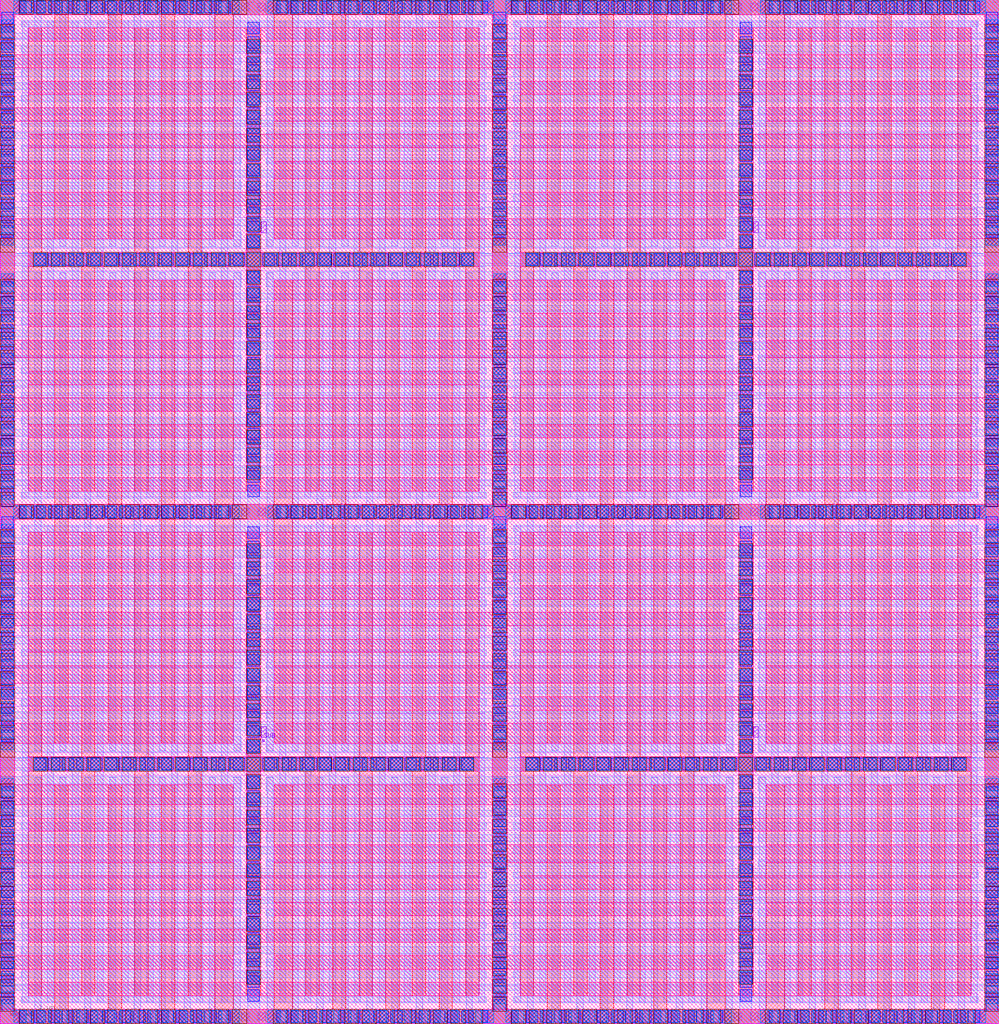
<source format=lef>
# Copyright 2020 The SkyWater PDK Authors
#
# Licensed under the Apache License, Version 2.0 (the "License");
# you may not use this file except in compliance with the License.
# You may obtain a copy of the License at
#
#     https://www.apache.org/licenses/LICENSE-2.0
#
# Unless required by applicable law or agreed to in writing, software
# distributed under the License is distributed on an "AS IS" BASIS,
# WITHOUT WARRANTIES OR CONDITIONS OF ANY KIND, either express or implied.
# See the License for the specific language governing permissions and
# limitations under the License.
#
# SPDX-License-Identifier: Apache-2.0

VERSION 5.7 ;
  NOWIREEXTENSIONATPIN ON ;
  DIVIDERCHAR "/" ;
  BUSBITCHARS "[]" ;
MACRO sky130_fd_pr__cap_vpp_11p5x11p7_l1m1m2m3m4_shieldpom5_top
  CLASS BLOCK ;
  FOREIGN sky130_fd_pr__cap_vpp_11p5x11p7_l1m1m2m3m4_shieldpom5_top ;
  ORIGIN  0.000000  0.000000 ;
  SIZE  22.49000 BY  23.05000 ;
  PIN C0
    PORT
      LAYER met4 ;
        RECT  0.000000  0.000000 22.490000  0.330000 ;
        RECT  0.000000  0.330000  0.330000  1.230000 ;
        RECT  0.000000  1.230000  5.240000  1.530000 ;
        RECT  0.000000  1.530000  0.330000  2.430000 ;
        RECT  0.000000  2.430000  5.240000  2.730000 ;
        RECT  0.000000  2.730000  0.330000  3.630000 ;
        RECT  0.000000  3.630000  5.240000  4.030000 ;
        RECT  0.000000  4.030000  0.330000  4.930000 ;
        RECT  0.000000  4.930000  5.240000  5.380000 ;
        RECT  0.000000  5.380000  0.330000  6.310000 ;
        RECT  0.000000  6.310000  5.240000  6.760000 ;
        RECT  0.000000  6.760000  0.330000  7.660000 ;
        RECT  0.000000  7.660000  5.240000  8.060000 ;
        RECT  0.000000  8.060000  0.330000  8.960000 ;
        RECT  0.000000  8.960000  5.240000  9.260000 ;
        RECT  0.000000  9.260000  0.330000 10.160000 ;
        RECT  0.000000 10.160000  5.240000 10.460000 ;
        RECT  0.000000 10.460000  0.330000 11.360000 ;
        RECT  0.000000 11.360000 22.490000 11.690000 ;
        RECT  0.000000 11.690000  0.330000 12.590000 ;
        RECT  0.000000 12.590000  5.240000 12.890000 ;
        RECT  0.000000 12.890000  0.330000 13.790000 ;
        RECT  0.000000 13.790000  5.240000 14.090000 ;
        RECT  0.000000 14.090000  0.330000 14.990000 ;
        RECT  0.000000 14.990000  5.240000 15.390000 ;
        RECT  0.000000 15.390000  0.330000 16.290000 ;
        RECT  0.000000 16.290000  5.240000 16.740000 ;
        RECT  0.000000 16.740000  0.330000 17.670000 ;
        RECT  0.000000 17.670000  5.240000 18.120000 ;
        RECT  0.000000 18.120000  0.330000 19.020000 ;
        RECT  0.000000 19.020000  5.240000 19.420000 ;
        RECT  0.000000 19.420000  0.330000 20.320000 ;
        RECT  0.000000 20.320000  5.240000 20.620000 ;
        RECT  0.000000 20.620000  0.330000 21.520000 ;
        RECT  0.000000 21.520000  5.240000 21.820000 ;
        RECT  0.000000 21.820000  0.330000 22.720000 ;
        RECT  0.000000 22.720000 22.490000 23.050000 ;
        RECT  6.170000  1.230000 16.320000  1.530000 ;
        RECT  6.170000  2.430000 16.320000  2.730000 ;
        RECT  6.170000  3.630000 16.320000  4.030000 ;
        RECT  6.170000  4.930000 16.320000  5.380000 ;
        RECT  6.170000  6.310000 16.320000  6.760000 ;
        RECT  6.170000  7.660000 16.320000  8.060000 ;
        RECT  6.170000  8.960000 16.320000  9.260000 ;
        RECT  6.170000 10.160000 16.320000 10.460000 ;
        RECT  6.170000 12.590000 16.320000 12.890000 ;
        RECT  6.170000 13.790000 16.320000 14.090000 ;
        RECT  6.170000 14.990000 16.320000 15.390000 ;
        RECT  6.170000 16.290000 16.320000 16.740000 ;
        RECT  6.170000 17.670000 16.320000 18.120000 ;
        RECT  6.170000 19.020000 16.320000 19.420000 ;
        RECT  6.170000 20.320000 16.320000 20.620000 ;
        RECT  6.170000 21.520000 16.320000 21.820000 ;
        RECT 11.080000  0.330000 11.410000  1.230000 ;
        RECT 11.080000  1.530000 11.410000  2.430000 ;
        RECT 11.080000  2.730000 11.410000  3.630000 ;
        RECT 11.080000  4.030000 11.410000  4.930000 ;
        RECT 11.080000  5.380000 11.410000  6.310000 ;
        RECT 11.080000  6.760000 11.410000  7.660000 ;
        RECT 11.080000  8.060000 11.410000  8.960000 ;
        RECT 11.080000  9.260000 11.410000 10.160000 ;
        RECT 11.080000 10.460000 11.410000 11.360000 ;
        RECT 11.080000 11.690000 11.410000 12.590000 ;
        RECT 11.080000 12.890000 11.410000 13.790000 ;
        RECT 11.080000 14.090000 11.410000 14.990000 ;
        RECT 11.080000 15.390000 11.410000 16.290000 ;
        RECT 11.080000 16.740000 11.410000 17.670000 ;
        RECT 11.080000 18.120000 11.410000 19.020000 ;
        RECT 11.080000 19.420000 11.410000 20.320000 ;
        RECT 11.080000 20.620000 11.410000 21.520000 ;
        RECT 11.080000 21.820000 11.410000 22.720000 ;
        RECT 17.250000  1.230000 22.490000  1.530000 ;
        RECT 17.250000  2.430000 22.490000  2.730000 ;
        RECT 17.250000  3.630000 22.490000  4.030000 ;
        RECT 17.250000  4.930000 22.490000  5.380000 ;
        RECT 17.250000  6.310000 22.490000  6.760000 ;
        RECT 17.250000  7.660000 22.490000  8.060000 ;
        RECT 17.250000  8.960000 22.490000  9.260000 ;
        RECT 17.250000 10.160000 22.490000 10.460000 ;
        RECT 17.250000 12.590000 22.490000 12.890000 ;
        RECT 17.250000 13.790000 22.490000 14.090000 ;
        RECT 17.250000 14.990000 22.490000 15.390000 ;
        RECT 17.250000 16.290000 22.490000 16.740000 ;
        RECT 17.250000 17.670000 22.490000 18.120000 ;
        RECT 17.250000 19.020000 22.490000 19.420000 ;
        RECT 17.250000 20.320000 22.490000 20.620000 ;
        RECT 17.250000 21.520000 22.490000 21.820000 ;
        RECT 22.160000  0.330000 22.490000  1.230000 ;
        RECT 22.160000  1.530000 22.490000  2.430000 ;
        RECT 22.160000  2.730000 22.490000  3.630000 ;
        RECT 22.160000  4.030000 22.490000  4.930000 ;
        RECT 22.160000  5.380000 22.490000  6.310000 ;
        RECT 22.160000  6.760000 22.490000  7.660000 ;
        RECT 22.160000  8.060000 22.490000  8.960000 ;
        RECT 22.160000  9.260000 22.490000 10.160000 ;
        RECT 22.160000 10.460000 22.490000 11.360000 ;
        RECT 22.160000 11.690000 22.490000 12.590000 ;
        RECT 22.160000 12.890000 22.490000 13.790000 ;
        RECT 22.160000 14.090000 22.490000 14.990000 ;
        RECT 22.160000 15.390000 22.490000 16.290000 ;
        RECT 22.160000 16.740000 22.490000 17.670000 ;
        RECT 22.160000 18.120000 22.490000 19.020000 ;
        RECT 22.160000 19.420000 22.490000 20.320000 ;
        RECT 22.160000 20.620000 22.490000 21.520000 ;
        RECT 22.160000 21.820000 22.490000 22.720000 ;
    END
  END C0
  PIN C1
    PORT
      LAYER met4 ;
        RECT  0.630000  0.630000 10.780000  0.930000 ;
        RECT  0.630000  1.830000 10.780000  2.130000 ;
        RECT  0.630000  3.030000 10.780000  3.330000 ;
        RECT  0.630000  4.330000 10.780000  4.630000 ;
        RECT  0.630000  5.680000 10.780000  6.010000 ;
        RECT  0.630000  7.060000 10.780000  7.360000 ;
        RECT  0.630000  8.360000 10.780000  8.660000 ;
        RECT  0.630000  9.560000 10.780000  9.860000 ;
        RECT  0.630000 10.760000 10.780000 11.060000 ;
        RECT  0.630000 11.990000 10.780000 12.290000 ;
        RECT  0.630000 13.190000 10.780000 13.490000 ;
        RECT  0.630000 14.390000 10.780000 14.690000 ;
        RECT  0.630000 15.690000 10.780000 15.990000 ;
        RECT  0.630000 17.040000 10.780000 17.370000 ;
        RECT  0.630000 18.420000 10.780000 18.720000 ;
        RECT  0.630000 19.720000 10.780000 20.020000 ;
        RECT  0.630000 20.920000 10.780000 21.220000 ;
        RECT  0.630000 22.120000 10.780000 22.420000 ;
        RECT  5.540000  0.930000  5.870000  1.830000 ;
        RECT  5.540000  2.130000  5.870000  3.030000 ;
        RECT  5.540000  3.330000  5.870000  4.330000 ;
        RECT  5.540000  4.630000  5.870000  5.680000 ;
        RECT  5.540000  6.010000  5.870000  7.060000 ;
        RECT  5.540000  7.360000  5.870000  8.360000 ;
        RECT  5.540000  8.660000  5.870000  9.560000 ;
        RECT  5.540000  9.860000  5.870000 10.760000 ;
        RECT  5.540000 12.290000  5.870000 13.190000 ;
        RECT  5.540000 13.490000  5.870000 14.390000 ;
        RECT  5.540000 14.690000  5.870000 15.690000 ;
        RECT  5.540000 15.990000  5.870000 17.040000 ;
        RECT  5.540000 17.370000  5.870000 18.420000 ;
        RECT  5.540000 18.720000  5.870000 19.720000 ;
        RECT  5.540000 20.020000  5.870000 20.920000 ;
        RECT  5.540000 21.220000  5.870000 22.120000 ;
        RECT 11.710000  0.630000 21.860000  0.930000 ;
        RECT 11.710000  1.830000 21.860000  2.130000 ;
        RECT 11.710000  3.030000 21.860000  3.330000 ;
        RECT 11.710000  4.330000 21.860000  4.630000 ;
        RECT 11.710000  5.680000 21.860000  6.010000 ;
        RECT 11.710000  7.060000 21.860000  7.360000 ;
        RECT 11.710000  8.360000 21.860000  8.660000 ;
        RECT 11.710000  9.560000 21.860000  9.860000 ;
        RECT 11.710000 10.760000 21.860000 11.060000 ;
        RECT 11.710000 11.990000 21.860000 12.290000 ;
        RECT 11.710000 13.190000 21.860000 13.490000 ;
        RECT 11.710000 14.390000 21.860000 14.690000 ;
        RECT 11.710000 15.690000 21.860000 15.990000 ;
        RECT 11.710000 17.040000 21.860000 17.370000 ;
        RECT 11.710000 18.420000 21.860000 18.720000 ;
        RECT 11.710000 19.720000 21.860000 20.020000 ;
        RECT 11.710000 20.920000 21.860000 21.220000 ;
        RECT 11.710000 22.120000 21.860000 22.420000 ;
        RECT 16.620000  0.930000 16.950000  1.830000 ;
        RECT 16.620000  2.130000 16.950000  3.030000 ;
        RECT 16.620000  3.330000 16.950000  4.330000 ;
        RECT 16.620000  4.630000 16.950000  5.680000 ;
        RECT 16.620000  6.010000 16.950000  7.060000 ;
        RECT 16.620000  7.360000 16.950000  8.360000 ;
        RECT 16.620000  8.660000 16.950000  9.560000 ;
        RECT 16.620000  9.860000 16.950000 10.760000 ;
        RECT 16.620000 12.290000 16.950000 13.190000 ;
        RECT 16.620000 13.490000 16.950000 14.390000 ;
        RECT 16.620000 14.690000 16.950000 15.690000 ;
        RECT 16.620000 15.990000 16.950000 17.040000 ;
        RECT 16.620000 17.370000 16.950000 18.420000 ;
        RECT 16.620000 18.720000 16.950000 19.720000 ;
        RECT 16.620000 20.020000 16.950000 20.920000 ;
        RECT 16.620000 21.220000 16.950000 22.120000 ;
    END
  END C1
  PIN M5
    PORT
      LAYER met5 ;
        RECT 0.000000 0.000000 22.490000 23.050000 ;
    END
  END M5
  PIN SUB
    PORT
      LAYER pwell ;
        RECT 5.895000 6.345000 5.945000 6.395000 ;
    END
  END SUB
  OBS
    LAYER li1 ;
      RECT  0.000000  0.000000 22.490000  0.330000 ;
      RECT  0.000000  0.330000  0.330000  0.860000 ;
      RECT  0.000000  0.860000  5.400000  1.030000 ;
      RECT  0.000000  1.030000  0.330000  1.560000 ;
      RECT  0.000000  1.560000  5.400000  1.730000 ;
      RECT  0.000000  1.730000  0.330000  2.260000 ;
      RECT  0.000000  2.260000  5.400000  2.430000 ;
      RECT  0.000000  2.430000  0.330000  2.960000 ;
      RECT  0.000000  2.960000  5.400000  3.130000 ;
      RECT  0.000000  3.130000  0.330000  3.660000 ;
      RECT  0.000000  3.660000  5.400000  3.830000 ;
      RECT  0.000000  3.830000  0.330000  4.360000 ;
      RECT  0.000000  4.360000  5.400000  4.530000 ;
      RECT  0.000000  4.530000  0.330000  5.060000 ;
      RECT  0.000000  5.060000  5.400000  5.230000 ;
      RECT  0.000000  5.230000  0.330000  5.760000 ;
      RECT  0.000000  5.760000  5.400000  5.930000 ;
      RECT  0.000000  5.930000  0.330000  6.460000 ;
      RECT  0.000000  6.460000  5.400000  6.630000 ;
      RECT  0.000000  6.630000  0.330000  7.150000 ;
      RECT  0.000000  7.150000  5.400000  7.330000 ;
      RECT  0.000000  7.330000  0.330000  7.860000 ;
      RECT  0.000000  7.860000  5.400000  8.030000 ;
      RECT  0.000000  8.030000  0.330000  8.560000 ;
      RECT  0.000000  8.560000  5.400000  8.730000 ;
      RECT  0.000000  8.730000  0.330000  9.260000 ;
      RECT  0.000000  9.260000  5.400000  9.430000 ;
      RECT  0.000000  9.430000  0.330000  9.960000 ;
      RECT  0.000000  9.960000  5.400000 10.130000 ;
      RECT  0.000000 10.130000  0.330000 10.660000 ;
      RECT  0.000000 10.660000  5.400000 10.830000 ;
      RECT  0.000000 10.830000  0.330000 11.360000 ;
      RECT  0.000000 11.360000 22.490000 11.690000 ;
      RECT  0.000000 11.690000  0.330000 12.220000 ;
      RECT  0.000000 12.220000  5.400000 12.390000 ;
      RECT  0.000000 12.390000  0.330000 12.920000 ;
      RECT  0.000000 12.920000  5.400000 13.090000 ;
      RECT  0.000000 13.090000  0.330000 13.620000 ;
      RECT  0.000000 13.620000  5.400000 13.790000 ;
      RECT  0.000000 13.790000  0.330000 14.320000 ;
      RECT  0.000000 14.320000  5.400000 14.490000 ;
      RECT  0.000000 14.490000  0.330000 15.020000 ;
      RECT  0.000000 15.020000  5.400000 15.190000 ;
      RECT  0.000000 15.190000  0.330000 15.720000 ;
      RECT  0.000000 15.720000  5.400000 15.890000 ;
      RECT  0.000000 15.890000  0.330000 16.420000 ;
      RECT  0.000000 16.420000  5.400000 16.590000 ;
      RECT  0.000000 16.590000  0.330000 17.120000 ;
      RECT  0.000000 17.120000  5.400000 17.290000 ;
      RECT  0.000000 17.290000  0.330000 17.820000 ;
      RECT  0.000000 17.820000  5.400000 17.990000 ;
      RECT  0.000000 17.990000  0.330000 18.510000 ;
      RECT  0.000000 18.510000  5.400000 18.690000 ;
      RECT  0.000000 18.690000  0.330000 19.220000 ;
      RECT  0.000000 19.220000  5.400000 19.390000 ;
      RECT  0.000000 19.390000  0.330000 19.920000 ;
      RECT  0.000000 19.920000  5.400000 20.090000 ;
      RECT  0.000000 20.090000  0.330000 20.620000 ;
      RECT  0.000000 20.620000  5.400000 20.790000 ;
      RECT  0.000000 20.790000  0.330000 21.320000 ;
      RECT  0.000000 21.320000  5.400000 21.490000 ;
      RECT  0.000000 21.490000  0.330000 22.020000 ;
      RECT  0.000000 22.020000  5.400000 22.190000 ;
      RECT  0.000000 22.190000  0.330000 22.720000 ;
      RECT  0.000000 22.720000 22.490000 23.050000 ;
      RECT  0.500000  0.500000 10.905000  0.690000 ;
      RECT  0.500000  1.200000 10.905000  1.390000 ;
      RECT  0.500000  1.900000 10.905000  2.090000 ;
      RECT  0.500000  2.600000 10.905000  2.790000 ;
      RECT  0.500000  3.300000 10.905000  3.490000 ;
      RECT  0.500000  4.000000 10.905000  4.190000 ;
      RECT  0.500000  4.700000 10.905000  4.890000 ;
      RECT  0.500000  5.400000 10.905000  5.590000 ;
      RECT  0.500000  6.100000 10.905000  6.290000 ;
      RECT  0.500000  6.800000 10.905000  6.980000 ;
      RECT  0.500000  7.500000 10.905000  7.690000 ;
      RECT  0.500000  8.200000 10.905000  8.390000 ;
      RECT  0.500000  8.900000 10.905000  9.090000 ;
      RECT  0.500000  9.600000 10.905000  9.790000 ;
      RECT  0.500000 10.300000 10.905000 10.490000 ;
      RECT  0.500000 11.000000 10.905000 11.190000 ;
      RECT  0.500000 11.860000 10.905000 12.050000 ;
      RECT  0.500000 12.560000 10.905000 12.750000 ;
      RECT  0.500000 13.260000 10.905000 13.450000 ;
      RECT  0.500000 13.960000 10.905000 14.150000 ;
      RECT  0.500000 14.660000 10.905000 14.850000 ;
      RECT  0.500000 15.360000 10.905000 15.550000 ;
      RECT  0.500000 16.060000 10.905000 16.250000 ;
      RECT  0.500000 16.760000 10.905000 16.950000 ;
      RECT  0.500000 17.460000 10.905000 17.650000 ;
      RECT  0.500000 18.160000 10.905000 18.340000 ;
      RECT  0.500000 18.860000 10.905000 19.050000 ;
      RECT  0.500000 19.560000 10.905000 19.750000 ;
      RECT  0.500000 20.260000 10.905000 20.450000 ;
      RECT  0.500000 20.960000 10.905000 21.150000 ;
      RECT  0.500000 21.660000 10.905000 21.850000 ;
      RECT  0.500000 22.360000 10.905000 22.550000 ;
      RECT  5.570000  0.690000  5.840000  1.200000 ;
      RECT  5.570000  1.390000  5.840000  1.900000 ;
      RECT  5.570000  2.090000  5.840000  2.600000 ;
      RECT  5.570000  2.790000  5.840000  3.300000 ;
      RECT  5.570000  3.490000  5.840000  4.000000 ;
      RECT  5.570000  4.190000  5.840000  4.700000 ;
      RECT  5.570000  4.890000  5.840000  5.400000 ;
      RECT  5.570000  5.590000  5.840000  6.100000 ;
      RECT  5.570000  6.290000  5.840000  6.800000 ;
      RECT  5.570000  6.980000 10.905000  6.990000 ;
      RECT  5.570000  6.990000  5.840000  7.500000 ;
      RECT  5.570000  7.690000  5.840000  8.200000 ;
      RECT  5.570000  8.390000  5.840000  8.900000 ;
      RECT  5.570000  9.090000  5.840000  9.600000 ;
      RECT  5.570000  9.790000  5.840000 10.300000 ;
      RECT  5.570000 10.490000  5.840000 11.000000 ;
      RECT  5.570000 12.050000  5.840000 12.560000 ;
      RECT  5.570000 12.750000  5.840000 13.260000 ;
      RECT  5.570000 13.450000  5.840000 13.960000 ;
      RECT  5.570000 14.150000  5.840000 14.660000 ;
      RECT  5.570000 14.850000  5.840000 15.360000 ;
      RECT  5.570000 15.550000  5.840000 16.060000 ;
      RECT  5.570000 16.250000  5.840000 16.760000 ;
      RECT  5.570000 16.950000  5.840000 17.460000 ;
      RECT  5.570000 17.650000  5.840000 18.160000 ;
      RECT  5.570000 18.340000 10.905000 18.350000 ;
      RECT  5.570000 18.350000  5.840000 18.860000 ;
      RECT  5.570000 19.050000  5.840000 19.560000 ;
      RECT  5.570000 19.750000  5.840000 20.260000 ;
      RECT  5.570000 20.450000  5.840000 20.960000 ;
      RECT  5.570000 21.150000  5.840000 21.660000 ;
      RECT  5.570000 21.850000  5.840000 22.360000 ;
      RECT  6.010000  0.860000 16.480000  1.030000 ;
      RECT  6.010000  1.560000 16.480000  1.730000 ;
      RECT  6.010000  2.260000 16.480000  2.430000 ;
      RECT  6.010000  2.960000 16.480000  3.130000 ;
      RECT  6.010000  3.660000 16.480000  3.830000 ;
      RECT  6.010000  4.360000 16.480000  4.530000 ;
      RECT  6.010000  5.060000 16.480000  5.230000 ;
      RECT  6.010000  5.760000 16.480000  5.930000 ;
      RECT  6.010000  6.460000 16.480000  6.630000 ;
      RECT  6.010000  7.160000 16.480000  7.330000 ;
      RECT  6.010000  7.860000 16.480000  8.030000 ;
      RECT  6.010000  8.560000 16.480000  8.730000 ;
      RECT  6.010000  9.260000 16.480000  9.430000 ;
      RECT  6.010000  9.960000 16.480000 10.130000 ;
      RECT  6.010000 10.660000 16.480000 10.830000 ;
      RECT  6.010000 12.220000 16.480000 12.390000 ;
      RECT  6.010000 12.920000 16.480000 13.090000 ;
      RECT  6.010000 13.620000 16.480000 13.790000 ;
      RECT  6.010000 14.320000 16.480000 14.490000 ;
      RECT  6.010000 15.020000 16.480000 15.190000 ;
      RECT  6.010000 15.720000 16.480000 15.890000 ;
      RECT  6.010000 16.420000 16.480000 16.590000 ;
      RECT  6.010000 17.120000 16.480000 17.290000 ;
      RECT  6.010000 17.820000 16.480000 17.990000 ;
      RECT  6.010000 18.520000 16.480000 18.690000 ;
      RECT  6.010000 19.220000 16.480000 19.390000 ;
      RECT  6.010000 19.920000 16.480000 20.090000 ;
      RECT  6.010000 20.620000 16.480000 20.790000 ;
      RECT  6.010000 21.320000 16.480000 21.490000 ;
      RECT  6.010000 22.020000 16.480000 22.190000 ;
      RECT 11.080000  0.330000 11.410000  0.860000 ;
      RECT 11.080000  1.030000 11.410000  1.560000 ;
      RECT 11.080000  1.730000 11.410000  2.260000 ;
      RECT 11.080000  2.430000 11.410000  2.960000 ;
      RECT 11.080000  3.130000 11.410000  3.660000 ;
      RECT 11.080000  3.830000 11.410000  4.360000 ;
      RECT 11.080000  4.530000 11.410000  5.060000 ;
      RECT 11.080000  5.230000 11.410000  5.760000 ;
      RECT 11.080000  5.930000 11.410000  6.460000 ;
      RECT 11.080000  6.630000 11.410000  7.150000 ;
      RECT 11.080000  7.150000 16.480000  7.160000 ;
      RECT 11.080000  7.330000 11.410000  7.860000 ;
      RECT 11.080000  8.030000 11.410000  8.560000 ;
      RECT 11.080000  8.730000 11.410000  9.260000 ;
      RECT 11.080000  9.430000 11.410000  9.960000 ;
      RECT 11.080000 10.130000 11.410000 10.660000 ;
      RECT 11.080000 10.830000 11.410000 11.360000 ;
      RECT 11.080000 11.690000 11.410000 12.220000 ;
      RECT 11.080000 12.390000 11.410000 12.920000 ;
      RECT 11.080000 13.090000 11.410000 13.620000 ;
      RECT 11.080000 13.790000 11.410000 14.320000 ;
      RECT 11.080000 14.490000 11.410000 15.020000 ;
      RECT 11.080000 15.190000 11.410000 15.720000 ;
      RECT 11.080000 15.890000 11.410000 16.420000 ;
      RECT 11.080000 16.590000 11.410000 17.120000 ;
      RECT 11.080000 17.290000 11.410000 17.820000 ;
      RECT 11.080000 17.990000 11.410000 18.510000 ;
      RECT 11.080000 18.510000 16.480000 18.520000 ;
      RECT 11.080000 18.690000 11.410000 19.220000 ;
      RECT 11.080000 19.390000 11.410000 19.920000 ;
      RECT 11.080000 20.090000 11.410000 20.620000 ;
      RECT 11.080000 20.790000 11.410000 21.320000 ;
      RECT 11.080000 21.490000 11.410000 22.020000 ;
      RECT 11.080000 22.190000 11.410000 22.720000 ;
      RECT 11.580000  0.500000 21.985000  0.690000 ;
      RECT 11.580000  1.200000 21.985000  1.390000 ;
      RECT 11.580000  1.900000 21.985000  2.090000 ;
      RECT 11.580000  2.600000 21.985000  2.790000 ;
      RECT 11.580000  3.300000 21.985000  3.490000 ;
      RECT 11.580000  4.000000 21.985000  4.190000 ;
      RECT 11.580000  4.700000 21.985000  4.890000 ;
      RECT 11.580000  5.400000 21.985000  5.590000 ;
      RECT 11.580000  6.100000 21.985000  6.290000 ;
      RECT 11.580000  6.800000 21.985000  6.980000 ;
      RECT 11.580000  7.500000 21.985000  7.690000 ;
      RECT 11.580000  8.200000 21.985000  8.390000 ;
      RECT 11.580000  8.900000 21.985000  9.090000 ;
      RECT 11.580000  9.600000 21.985000  9.790000 ;
      RECT 11.580000 10.300000 21.985000 10.490000 ;
      RECT 11.580000 11.000000 21.985000 11.190000 ;
      RECT 11.580000 11.860000 21.985000 12.050000 ;
      RECT 11.580000 12.560000 21.985000 12.750000 ;
      RECT 11.580000 13.260000 21.985000 13.450000 ;
      RECT 11.580000 13.960000 21.985000 14.150000 ;
      RECT 11.580000 14.660000 21.985000 14.850000 ;
      RECT 11.580000 15.360000 21.985000 15.550000 ;
      RECT 11.580000 16.060000 21.985000 16.250000 ;
      RECT 11.580000 16.760000 21.985000 16.950000 ;
      RECT 11.580000 17.460000 21.985000 17.650000 ;
      RECT 11.580000 18.160000 21.985000 18.340000 ;
      RECT 11.580000 18.860000 21.985000 19.050000 ;
      RECT 11.580000 19.560000 21.985000 19.750000 ;
      RECT 11.580000 20.260000 21.985000 20.450000 ;
      RECT 11.580000 20.960000 21.985000 21.150000 ;
      RECT 11.580000 21.660000 21.985000 21.850000 ;
      RECT 11.580000 22.360000 21.985000 22.550000 ;
      RECT 16.650000  0.690000 16.920000  1.200000 ;
      RECT 16.650000  1.390000 16.920000  1.900000 ;
      RECT 16.650000  2.090000 16.920000  2.600000 ;
      RECT 16.650000  2.790000 16.920000  3.300000 ;
      RECT 16.650000  3.490000 16.920000  4.000000 ;
      RECT 16.650000  4.190000 16.920000  4.700000 ;
      RECT 16.650000  4.890000 16.920000  5.400000 ;
      RECT 16.650000  5.590000 16.920000  6.100000 ;
      RECT 16.650000  6.290000 16.920000  6.800000 ;
      RECT 16.650000  6.980000 21.985000  6.990000 ;
      RECT 16.650000  6.990000 16.920000  7.500000 ;
      RECT 16.650000  7.690000 16.920000  8.200000 ;
      RECT 16.650000  8.390000 16.920000  8.900000 ;
      RECT 16.650000  9.090000 16.920000  9.600000 ;
      RECT 16.650000  9.790000 16.920000 10.300000 ;
      RECT 16.650000 10.490000 16.920000 11.000000 ;
      RECT 16.650000 12.050000 16.920000 12.560000 ;
      RECT 16.650000 12.750000 16.920000 13.260000 ;
      RECT 16.650000 13.450000 16.920000 13.960000 ;
      RECT 16.650000 14.150000 16.920000 14.660000 ;
      RECT 16.650000 14.850000 16.920000 15.360000 ;
      RECT 16.650000 15.550000 16.920000 16.060000 ;
      RECT 16.650000 16.250000 16.920000 16.760000 ;
      RECT 16.650000 16.950000 16.920000 17.460000 ;
      RECT 16.650000 17.650000 16.920000 18.160000 ;
      RECT 16.650000 18.340000 21.985000 18.350000 ;
      RECT 16.650000 18.350000 16.920000 18.860000 ;
      RECT 16.650000 19.050000 16.920000 19.560000 ;
      RECT 16.650000 19.750000 16.920000 20.260000 ;
      RECT 16.650000 20.450000 16.920000 20.960000 ;
      RECT 16.650000 21.150000 16.920000 21.660000 ;
      RECT 16.650000 21.850000 16.920000 22.360000 ;
      RECT 17.090000  0.860000 22.490000  1.030000 ;
      RECT 17.090000  1.560000 22.490000  1.730000 ;
      RECT 17.090000  2.260000 22.490000  2.430000 ;
      RECT 17.090000  2.960000 22.490000  3.130000 ;
      RECT 17.090000  3.660000 22.490000  3.830000 ;
      RECT 17.090000  4.360000 22.490000  4.530000 ;
      RECT 17.090000  5.060000 22.490000  5.230000 ;
      RECT 17.090000  5.760000 22.490000  5.930000 ;
      RECT 17.090000  6.460000 22.490000  6.630000 ;
      RECT 17.090000  7.160000 22.490000  7.330000 ;
      RECT 17.090000  7.860000 22.490000  8.030000 ;
      RECT 17.090000  8.560000 22.490000  8.730000 ;
      RECT 17.090000  9.260000 22.490000  9.430000 ;
      RECT 17.090000  9.960000 22.490000 10.130000 ;
      RECT 17.090000 10.660000 22.490000 10.830000 ;
      RECT 17.090000 12.220000 22.490000 12.390000 ;
      RECT 17.090000 12.920000 22.490000 13.090000 ;
      RECT 17.090000 13.620000 22.490000 13.790000 ;
      RECT 17.090000 14.320000 22.490000 14.490000 ;
      RECT 17.090000 15.020000 22.490000 15.190000 ;
      RECT 17.090000 15.720000 22.490000 15.890000 ;
      RECT 17.090000 16.420000 22.490000 16.590000 ;
      RECT 17.090000 17.120000 22.490000 17.290000 ;
      RECT 17.090000 17.820000 22.490000 17.990000 ;
      RECT 17.090000 18.520000 22.490000 18.690000 ;
      RECT 17.090000 19.220000 22.490000 19.390000 ;
      RECT 17.090000 19.920000 22.490000 20.090000 ;
      RECT 17.090000 20.620000 22.490000 20.790000 ;
      RECT 17.090000 21.320000 22.490000 21.490000 ;
      RECT 17.090000 22.020000 22.490000 22.190000 ;
      RECT 22.160000  0.330000 22.490000  0.860000 ;
      RECT 22.160000  1.030000 22.490000  1.560000 ;
      RECT 22.160000  1.730000 22.490000  2.260000 ;
      RECT 22.160000  2.430000 22.490000  2.960000 ;
      RECT 22.160000  3.130000 22.490000  3.660000 ;
      RECT 22.160000  3.830000 22.490000  4.360000 ;
      RECT 22.160000  4.530000 22.490000  5.060000 ;
      RECT 22.160000  5.230000 22.490000  5.760000 ;
      RECT 22.160000  5.930000 22.490000  6.460000 ;
      RECT 22.160000  6.630000 22.490000  7.160000 ;
      RECT 22.160000  7.330000 22.490000  7.860000 ;
      RECT 22.160000  8.030000 22.490000  8.560000 ;
      RECT 22.160000  8.730000 22.490000  9.260000 ;
      RECT 22.160000  9.430000 22.490000  9.960000 ;
      RECT 22.160000 10.130000 22.490000 10.660000 ;
      RECT 22.160000 10.830000 22.490000 11.360000 ;
      RECT 22.160000 11.690000 22.490000 12.220000 ;
      RECT 22.160000 12.390000 22.490000 12.920000 ;
      RECT 22.160000 13.090000 22.490000 13.620000 ;
      RECT 22.160000 13.790000 22.490000 14.320000 ;
      RECT 22.160000 14.490000 22.490000 15.020000 ;
      RECT 22.160000 15.190000 22.490000 15.720000 ;
      RECT 22.160000 15.890000 22.490000 16.420000 ;
      RECT 22.160000 16.590000 22.490000 17.120000 ;
      RECT 22.160000 17.290000 22.490000 17.820000 ;
      RECT 22.160000 17.990000 22.490000 18.520000 ;
      RECT 22.160000 18.690000 22.490000 19.220000 ;
      RECT 22.160000 19.390000 22.490000 19.920000 ;
      RECT 22.160000 20.090000 22.490000 20.620000 ;
      RECT 22.160000 20.790000 22.490000 21.320000 ;
      RECT 22.160000 21.490000 22.490000 22.020000 ;
      RECT 22.160000 22.190000 22.490000 22.720000 ;
    LAYER mcon ;
      RECT  0.080000  0.580000  0.250000  0.750000 ;
      RECT  0.080000  0.940000  0.250000  1.110000 ;
      RECT  0.080000  1.300000  0.250000  1.470000 ;
      RECT  0.080000  1.660000  0.250000  1.830000 ;
      RECT  0.080000  2.020000  0.250000  2.190000 ;
      RECT  0.080000  2.380000  0.250000  2.550000 ;
      RECT  0.080000  2.740000  0.250000  2.910000 ;
      RECT  0.080000  3.100000  0.250000  3.270000 ;
      RECT  0.080000  3.460000  0.250000  3.630000 ;
      RECT  0.080000  3.820000  0.250000  3.990000 ;
      RECT  0.080000  4.180000  0.250000  4.350000 ;
      RECT  0.080000  4.540000  0.250000  4.710000 ;
      RECT  0.080000  4.900000  0.250000  5.070000 ;
      RECT  0.080000  5.260000  0.250000  5.430000 ;
      RECT  0.080000  6.260000  0.250000  6.430000 ;
      RECT  0.080000  6.620000  0.250000  6.790000 ;
      RECT  0.080000  6.980000  0.250000  7.150000 ;
      RECT  0.080000  7.340000  0.250000  7.510000 ;
      RECT  0.080000  7.700000  0.250000  7.870000 ;
      RECT  0.080000  8.060000  0.250000  8.230000 ;
      RECT  0.080000  8.420000  0.250000  8.590000 ;
      RECT  0.080000  8.780000  0.250000  8.950000 ;
      RECT  0.080000  9.140000  0.250000  9.310000 ;
      RECT  0.080000  9.500000  0.250000  9.670000 ;
      RECT  0.080000  9.860000  0.250000 10.030000 ;
      RECT  0.080000 10.220000  0.250000 10.390000 ;
      RECT  0.080000 10.580000  0.250000 10.750000 ;
      RECT  0.080000 10.940000  0.250000 11.110000 ;
      RECT  0.080000 11.940000  0.250000 12.110000 ;
      RECT  0.080000 12.300000  0.250000 12.470000 ;
      RECT  0.080000 12.660000  0.250000 12.830000 ;
      RECT  0.080000 13.020000  0.250000 13.190000 ;
      RECT  0.080000 13.380000  0.250000 13.550000 ;
      RECT  0.080000 13.740000  0.250000 13.910000 ;
      RECT  0.080000 14.100000  0.250000 14.270000 ;
      RECT  0.080000 14.460000  0.250000 14.630000 ;
      RECT  0.080000 14.820000  0.250000 14.990000 ;
      RECT  0.080000 15.180000  0.250000 15.350000 ;
      RECT  0.080000 15.540000  0.250000 15.710000 ;
      RECT  0.080000 15.900000  0.250000 16.070000 ;
      RECT  0.080000 16.260000  0.250000 16.430000 ;
      RECT  0.080000 16.620000  0.250000 16.790000 ;
      RECT  0.080000 17.620000  0.250000 17.790000 ;
      RECT  0.080000 17.980000  0.250000 18.150000 ;
      RECT  0.080000 18.340000  0.250000 18.510000 ;
      RECT  0.080000 18.700000  0.250000 18.870000 ;
      RECT  0.080000 19.060000  0.250000 19.230000 ;
      RECT  0.080000 19.420000  0.250000 19.590000 ;
      RECT  0.080000 19.780000  0.250000 19.950000 ;
      RECT  0.080000 20.140000  0.250000 20.310000 ;
      RECT  0.080000 20.500000  0.250000 20.670000 ;
      RECT  0.080000 20.860000  0.250000 21.030000 ;
      RECT  0.080000 21.220000  0.250000 21.390000 ;
      RECT  0.080000 21.580000  0.250000 21.750000 ;
      RECT  0.080000 21.940000  0.250000 22.110000 ;
      RECT  0.080000 22.300000  0.250000 22.470000 ;
      RECT  0.400000  0.080000  0.570000  0.250000 ;
      RECT  0.400000 11.440000  0.570000 11.610000 ;
      RECT  0.400000 22.800000  0.570000 22.970000 ;
      RECT  0.760000  0.080000  0.930000  0.250000 ;
      RECT  0.760000 11.440000  0.930000 11.610000 ;
      RECT  0.760000 22.800000  0.930000 22.970000 ;
      RECT  1.120000  0.080000  1.290000  0.250000 ;
      RECT  1.120000 11.440000  1.290000 11.610000 ;
      RECT  1.120000 22.800000  1.290000 22.970000 ;
      RECT  1.480000  0.080000  1.650000  0.250000 ;
      RECT  1.480000 11.440000  1.650000 11.610000 ;
      RECT  1.480000 22.800000  1.650000 22.970000 ;
      RECT  1.840000  0.080000  2.010000  0.250000 ;
      RECT  1.840000 11.440000  2.010000 11.610000 ;
      RECT  1.840000 22.800000  2.010000 22.970000 ;
      RECT  2.200000  0.080000  2.370000  0.250000 ;
      RECT  2.200000 11.440000  2.370000 11.610000 ;
      RECT  2.200000 22.800000  2.370000 22.970000 ;
      RECT  2.560000  0.080000  2.730000  0.250000 ;
      RECT  2.560000 11.440000  2.730000 11.610000 ;
      RECT  2.560000 22.800000  2.730000 22.970000 ;
      RECT  2.920000  0.080000  3.090000  0.250000 ;
      RECT  2.920000 11.440000  3.090000 11.610000 ;
      RECT  2.920000 22.800000  3.090000 22.970000 ;
      RECT  3.280000  0.080000  3.450000  0.250000 ;
      RECT  3.280000 11.440000  3.450000 11.610000 ;
      RECT  3.280000 22.800000  3.450000 22.970000 ;
      RECT  3.640000  0.080000  3.810000  0.250000 ;
      RECT  3.640000 11.440000  3.810000 11.610000 ;
      RECT  3.640000 22.800000  3.810000 22.970000 ;
      RECT  4.000000  0.080000  4.170000  0.250000 ;
      RECT  4.000000 11.440000  4.170000 11.610000 ;
      RECT  4.000000 22.800000  4.170000 22.970000 ;
      RECT  4.360000  0.080000  4.530000  0.250000 ;
      RECT  4.360000 11.440000  4.530000 11.610000 ;
      RECT  4.360000 22.800000  4.530000 22.970000 ;
      RECT  4.720000  0.080000  4.890000  0.250000 ;
      RECT  4.720000 11.440000  4.890000 11.610000 ;
      RECT  4.720000 22.800000  4.890000 22.970000 ;
      RECT  5.080000  0.080000  5.250000  0.250000 ;
      RECT  5.080000 11.440000  5.250000 11.610000 ;
      RECT  5.080000 22.800000  5.250000 22.970000 ;
      RECT  5.440000  0.080000  5.610000  0.250000 ;
      RECT  5.440000 11.440000  5.610000 11.610000 ;
      RECT  5.440000 22.800000  5.610000 22.970000 ;
      RECT  5.620000  0.590000  5.790000  0.760000 ;
      RECT  5.620000  0.950000  5.790000  1.120000 ;
      RECT  5.620000  1.310000  5.790000  1.480000 ;
      RECT  5.620000  1.670000  5.790000  1.840000 ;
      RECT  5.620000  2.030000  5.790000  2.200000 ;
      RECT  5.620000  2.390000  5.790000  2.560000 ;
      RECT  5.620000  2.750000  5.790000  2.920000 ;
      RECT  5.620000  3.110000  5.790000  3.280000 ;
      RECT  5.620000  3.470000  5.790000  3.640000 ;
      RECT  5.620000  3.830000  5.790000  4.000000 ;
      RECT  5.620000  4.190000  5.790000  4.360000 ;
      RECT  5.620000  4.550000  5.790000  4.720000 ;
      RECT  5.620000  4.910000  5.790000  5.080000 ;
      RECT  5.620000  5.270000  5.790000  5.440000 ;
      RECT  5.620000  6.250000  5.790000  6.420000 ;
      RECT  5.620000  6.610000  5.790000  6.780000 ;
      RECT  5.620000  6.970000  5.790000  7.140000 ;
      RECT  5.620000  7.330000  5.790000  7.500000 ;
      RECT  5.620000  7.690000  5.790000  7.860000 ;
      RECT  5.620000  8.050000  5.790000  8.220000 ;
      RECT  5.620000  8.410000  5.790000  8.580000 ;
      RECT  5.620000  8.770000  5.790000  8.940000 ;
      RECT  5.620000  9.130000  5.790000  9.300000 ;
      RECT  5.620000  9.490000  5.790000  9.660000 ;
      RECT  5.620000  9.850000  5.790000 10.020000 ;
      RECT  5.620000 10.210000  5.790000 10.380000 ;
      RECT  5.620000 10.570000  5.790000 10.740000 ;
      RECT  5.620000 10.930000  5.790000 11.100000 ;
      RECT  5.620000 11.950000  5.790000 12.120000 ;
      RECT  5.620000 12.310000  5.790000 12.480000 ;
      RECT  5.620000 12.670000  5.790000 12.840000 ;
      RECT  5.620000 13.030000  5.790000 13.200000 ;
      RECT  5.620000 13.390000  5.790000 13.560000 ;
      RECT  5.620000 13.750000  5.790000 13.920000 ;
      RECT  5.620000 14.110000  5.790000 14.280000 ;
      RECT  5.620000 14.470000  5.790000 14.640000 ;
      RECT  5.620000 14.830000  5.790000 15.000000 ;
      RECT  5.620000 15.190000  5.790000 15.360000 ;
      RECT  5.620000 15.550000  5.790000 15.720000 ;
      RECT  5.620000 15.910000  5.790000 16.080000 ;
      RECT  5.620000 16.270000  5.790000 16.440000 ;
      RECT  5.620000 16.630000  5.790000 16.800000 ;
      RECT  5.620000 17.610000  5.790000 17.780000 ;
      RECT  5.620000 17.970000  5.790000 18.140000 ;
      RECT  5.620000 18.330000  5.790000 18.500000 ;
      RECT  5.620000 18.690000  5.790000 18.860000 ;
      RECT  5.620000 19.050000  5.790000 19.220000 ;
      RECT  5.620000 19.410000  5.790000 19.580000 ;
      RECT  5.620000 19.770000  5.790000 19.940000 ;
      RECT  5.620000 20.130000  5.790000 20.300000 ;
      RECT  5.620000 20.490000  5.790000 20.660000 ;
      RECT  5.620000 20.850000  5.790000 21.020000 ;
      RECT  5.620000 21.210000  5.790000 21.380000 ;
      RECT  5.620000 21.570000  5.790000 21.740000 ;
      RECT  5.620000 21.930000  5.790000 22.100000 ;
      RECT  5.620000 22.290000  5.790000 22.460000 ;
      RECT  5.800000  0.080000  5.970000  0.250000 ;
      RECT  5.800000 11.440000  5.970000 11.610000 ;
      RECT  5.800000 22.800000  5.970000 22.970000 ;
      RECT  6.160000  0.080000  6.330000  0.250000 ;
      RECT  6.160000 11.440000  6.330000 11.610000 ;
      RECT  6.160000 22.800000  6.330000 22.970000 ;
      RECT  6.520000  0.080000  6.690000  0.250000 ;
      RECT  6.520000 11.440000  6.690000 11.610000 ;
      RECT  6.520000 22.800000  6.690000 22.970000 ;
      RECT  6.880000  0.080000  7.050000  0.250000 ;
      RECT  6.880000 11.440000  7.050000 11.610000 ;
      RECT  6.880000 22.800000  7.050000 22.970000 ;
      RECT  7.240000  0.080000  7.410000  0.250000 ;
      RECT  7.240000 11.440000  7.410000 11.610000 ;
      RECT  7.240000 22.800000  7.410000 22.970000 ;
      RECT  7.600000  0.080000  7.770000  0.250000 ;
      RECT  7.600000 11.440000  7.770000 11.610000 ;
      RECT  7.600000 22.800000  7.770000 22.970000 ;
      RECT  7.960000  0.080000  8.130000  0.250000 ;
      RECT  7.960000 11.440000  8.130000 11.610000 ;
      RECT  7.960000 22.800000  8.130000 22.970000 ;
      RECT  8.320000  0.080000  8.490000  0.250000 ;
      RECT  8.320000 11.440000  8.490000 11.610000 ;
      RECT  8.320000 22.800000  8.490000 22.970000 ;
      RECT  8.680000  0.080000  8.850000  0.250000 ;
      RECT  8.680000 11.440000  8.850000 11.610000 ;
      RECT  8.680000 22.800000  8.850000 22.970000 ;
      RECT  9.040000  0.080000  9.210000  0.250000 ;
      RECT  9.040000 11.440000  9.210000 11.610000 ;
      RECT  9.040000 22.800000  9.210000 22.970000 ;
      RECT  9.400000  0.080000  9.570000  0.250000 ;
      RECT  9.400000 11.440000  9.570000 11.610000 ;
      RECT  9.400000 22.800000  9.570000 22.970000 ;
      RECT  9.760000  0.080000  9.930000  0.250000 ;
      RECT  9.760000 11.440000  9.930000 11.610000 ;
      RECT  9.760000 22.800000  9.930000 22.970000 ;
      RECT 10.120000  0.080000 10.290000  0.250000 ;
      RECT 10.120000 11.440000 10.290000 11.610000 ;
      RECT 10.120000 22.800000 10.290000 22.970000 ;
      RECT 10.480000  0.080000 10.650000  0.250000 ;
      RECT 10.480000 11.440000 10.650000 11.610000 ;
      RECT 10.480000 22.800000 10.650000 22.970000 ;
      RECT 10.840000  0.080000 11.010000  0.250000 ;
      RECT 10.840000 11.440000 11.010000 11.610000 ;
      RECT 10.840000 22.800000 11.010000 22.970000 ;
      RECT 11.160000  0.580000 11.330000  0.750000 ;
      RECT 11.160000  0.940000 11.330000  1.110000 ;
      RECT 11.160000  1.300000 11.330000  1.470000 ;
      RECT 11.160000  1.660000 11.330000  1.830000 ;
      RECT 11.160000  2.020000 11.330000  2.190000 ;
      RECT 11.160000  2.380000 11.330000  2.550000 ;
      RECT 11.160000  2.740000 11.330000  2.910000 ;
      RECT 11.160000  3.100000 11.330000  3.270000 ;
      RECT 11.160000  3.460000 11.330000  3.630000 ;
      RECT 11.160000  3.820000 11.330000  3.990000 ;
      RECT 11.160000  4.180000 11.330000  4.350000 ;
      RECT 11.160000  4.540000 11.330000  4.710000 ;
      RECT 11.160000  4.900000 11.330000  5.070000 ;
      RECT 11.160000  5.260000 11.330000  5.430000 ;
      RECT 11.160000  6.260000 11.330000  6.430000 ;
      RECT 11.160000  6.620000 11.330000  6.790000 ;
      RECT 11.160000  6.980000 11.330000  7.150000 ;
      RECT 11.160000  7.340000 11.330000  7.510000 ;
      RECT 11.160000  7.700000 11.330000  7.870000 ;
      RECT 11.160000  8.060000 11.330000  8.230000 ;
      RECT 11.160000  8.420000 11.330000  8.590000 ;
      RECT 11.160000  8.780000 11.330000  8.950000 ;
      RECT 11.160000  9.140000 11.330000  9.310000 ;
      RECT 11.160000  9.500000 11.330000  9.670000 ;
      RECT 11.160000  9.860000 11.330000 10.030000 ;
      RECT 11.160000 10.220000 11.330000 10.390000 ;
      RECT 11.160000 10.580000 11.330000 10.750000 ;
      RECT 11.160000 10.940000 11.330000 11.110000 ;
      RECT 11.160000 11.940000 11.330000 12.110000 ;
      RECT 11.160000 12.300000 11.330000 12.470000 ;
      RECT 11.160000 12.660000 11.330000 12.830000 ;
      RECT 11.160000 13.020000 11.330000 13.190000 ;
      RECT 11.160000 13.380000 11.330000 13.550000 ;
      RECT 11.160000 13.740000 11.330000 13.910000 ;
      RECT 11.160000 14.100000 11.330000 14.270000 ;
      RECT 11.160000 14.460000 11.330000 14.630000 ;
      RECT 11.160000 14.820000 11.330000 14.990000 ;
      RECT 11.160000 15.180000 11.330000 15.350000 ;
      RECT 11.160000 15.540000 11.330000 15.710000 ;
      RECT 11.160000 15.900000 11.330000 16.070000 ;
      RECT 11.160000 16.260000 11.330000 16.430000 ;
      RECT 11.160000 16.620000 11.330000 16.790000 ;
      RECT 11.160000 17.620000 11.330000 17.790000 ;
      RECT 11.160000 17.980000 11.330000 18.150000 ;
      RECT 11.160000 18.340000 11.330000 18.510000 ;
      RECT 11.160000 18.700000 11.330000 18.870000 ;
      RECT 11.160000 19.060000 11.330000 19.230000 ;
      RECT 11.160000 19.420000 11.330000 19.590000 ;
      RECT 11.160000 19.780000 11.330000 19.950000 ;
      RECT 11.160000 20.140000 11.330000 20.310000 ;
      RECT 11.160000 20.500000 11.330000 20.670000 ;
      RECT 11.160000 20.860000 11.330000 21.030000 ;
      RECT 11.160000 21.220000 11.330000 21.390000 ;
      RECT 11.160000 21.580000 11.330000 21.750000 ;
      RECT 11.160000 21.940000 11.330000 22.110000 ;
      RECT 11.160000 22.300000 11.330000 22.470000 ;
      RECT 11.480000  0.080000 11.650000  0.250000 ;
      RECT 11.480000 11.440000 11.650000 11.610000 ;
      RECT 11.480000 22.800000 11.650000 22.970000 ;
      RECT 11.840000  0.080000 12.010000  0.250000 ;
      RECT 11.840000 11.440000 12.010000 11.610000 ;
      RECT 11.840000 22.800000 12.010000 22.970000 ;
      RECT 12.200000  0.080000 12.370000  0.250000 ;
      RECT 12.200000 11.440000 12.370000 11.610000 ;
      RECT 12.200000 22.800000 12.370000 22.970000 ;
      RECT 12.560000  0.080000 12.730000  0.250000 ;
      RECT 12.560000 11.440000 12.730000 11.610000 ;
      RECT 12.560000 22.800000 12.730000 22.970000 ;
      RECT 12.920000  0.080000 13.090000  0.250000 ;
      RECT 12.920000 11.440000 13.090000 11.610000 ;
      RECT 12.920000 22.800000 13.090000 22.970000 ;
      RECT 13.280000  0.080000 13.450000  0.250000 ;
      RECT 13.280000 11.440000 13.450000 11.610000 ;
      RECT 13.280000 22.800000 13.450000 22.970000 ;
      RECT 13.640000  0.080000 13.810000  0.250000 ;
      RECT 13.640000 11.440000 13.810000 11.610000 ;
      RECT 13.640000 22.800000 13.810000 22.970000 ;
      RECT 14.000000  0.080000 14.170000  0.250000 ;
      RECT 14.000000 11.440000 14.170000 11.610000 ;
      RECT 14.000000 22.800000 14.170000 22.970000 ;
      RECT 14.360000  0.080000 14.530000  0.250000 ;
      RECT 14.360000 11.440000 14.530000 11.610000 ;
      RECT 14.360000 22.800000 14.530000 22.970000 ;
      RECT 14.720000  0.080000 14.890000  0.250000 ;
      RECT 14.720000 11.440000 14.890000 11.610000 ;
      RECT 14.720000 22.800000 14.890000 22.970000 ;
      RECT 15.080000  0.080000 15.250000  0.250000 ;
      RECT 15.080000 11.440000 15.250000 11.610000 ;
      RECT 15.080000 22.800000 15.250000 22.970000 ;
      RECT 15.440000  0.080000 15.610000  0.250000 ;
      RECT 15.440000 11.440000 15.610000 11.610000 ;
      RECT 15.440000 22.800000 15.610000 22.970000 ;
      RECT 15.800000  0.080000 15.970000  0.250000 ;
      RECT 15.800000 11.440000 15.970000 11.610000 ;
      RECT 15.800000 22.800000 15.970000 22.970000 ;
      RECT 16.160000  0.080000 16.330000  0.250000 ;
      RECT 16.160000 11.440000 16.330000 11.610000 ;
      RECT 16.160000 22.800000 16.330000 22.970000 ;
      RECT 16.520000  0.080000 16.690000  0.250000 ;
      RECT 16.520000 11.440000 16.690000 11.610000 ;
      RECT 16.520000 22.800000 16.690000 22.970000 ;
      RECT 16.700000  0.590000 16.870000  0.760000 ;
      RECT 16.700000  0.950000 16.870000  1.120000 ;
      RECT 16.700000  1.310000 16.870000  1.480000 ;
      RECT 16.700000  1.670000 16.870000  1.840000 ;
      RECT 16.700000  2.030000 16.870000  2.200000 ;
      RECT 16.700000  2.390000 16.870000  2.560000 ;
      RECT 16.700000  2.750000 16.870000  2.920000 ;
      RECT 16.700000  3.110000 16.870000  3.280000 ;
      RECT 16.700000  3.470000 16.870000  3.640000 ;
      RECT 16.700000  3.830000 16.870000  4.000000 ;
      RECT 16.700000  4.190000 16.870000  4.360000 ;
      RECT 16.700000  4.550000 16.870000  4.720000 ;
      RECT 16.700000  4.910000 16.870000  5.080000 ;
      RECT 16.700000  5.270000 16.870000  5.440000 ;
      RECT 16.700000  6.250000 16.870000  6.420000 ;
      RECT 16.700000  6.610000 16.870000  6.780000 ;
      RECT 16.700000  6.970000 16.870000  7.140000 ;
      RECT 16.700000  7.330000 16.870000  7.500000 ;
      RECT 16.700000  7.690000 16.870000  7.860000 ;
      RECT 16.700000  8.050000 16.870000  8.220000 ;
      RECT 16.700000  8.410000 16.870000  8.580000 ;
      RECT 16.700000  8.770000 16.870000  8.940000 ;
      RECT 16.700000  9.130000 16.870000  9.300000 ;
      RECT 16.700000  9.490000 16.870000  9.660000 ;
      RECT 16.700000  9.850000 16.870000 10.020000 ;
      RECT 16.700000 10.210000 16.870000 10.380000 ;
      RECT 16.700000 10.570000 16.870000 10.740000 ;
      RECT 16.700000 10.930000 16.870000 11.100000 ;
      RECT 16.700000 11.950000 16.870000 12.120000 ;
      RECT 16.700000 12.310000 16.870000 12.480000 ;
      RECT 16.700000 12.670000 16.870000 12.840000 ;
      RECT 16.700000 13.030000 16.870000 13.200000 ;
      RECT 16.700000 13.390000 16.870000 13.560000 ;
      RECT 16.700000 13.750000 16.870000 13.920000 ;
      RECT 16.700000 14.110000 16.870000 14.280000 ;
      RECT 16.700000 14.470000 16.870000 14.640000 ;
      RECT 16.700000 14.830000 16.870000 15.000000 ;
      RECT 16.700000 15.190000 16.870000 15.360000 ;
      RECT 16.700000 15.550000 16.870000 15.720000 ;
      RECT 16.700000 15.910000 16.870000 16.080000 ;
      RECT 16.700000 16.270000 16.870000 16.440000 ;
      RECT 16.700000 16.630000 16.870000 16.800000 ;
      RECT 16.700000 17.610000 16.870000 17.780000 ;
      RECT 16.700000 17.970000 16.870000 18.140000 ;
      RECT 16.700000 18.330000 16.870000 18.500000 ;
      RECT 16.700000 18.690000 16.870000 18.860000 ;
      RECT 16.700000 19.050000 16.870000 19.220000 ;
      RECT 16.700000 19.410000 16.870000 19.580000 ;
      RECT 16.700000 19.770000 16.870000 19.940000 ;
      RECT 16.700000 20.130000 16.870000 20.300000 ;
      RECT 16.700000 20.490000 16.870000 20.660000 ;
      RECT 16.700000 20.850000 16.870000 21.020000 ;
      RECT 16.700000 21.210000 16.870000 21.380000 ;
      RECT 16.700000 21.570000 16.870000 21.740000 ;
      RECT 16.700000 21.930000 16.870000 22.100000 ;
      RECT 16.700000 22.290000 16.870000 22.460000 ;
      RECT 16.880000  0.080000 17.050000  0.250000 ;
      RECT 16.880000 11.440000 17.050000 11.610000 ;
      RECT 16.880000 22.800000 17.050000 22.970000 ;
      RECT 17.240000  0.080000 17.410000  0.250000 ;
      RECT 17.240000 11.440000 17.410000 11.610000 ;
      RECT 17.240000 22.800000 17.410000 22.970000 ;
      RECT 17.600000  0.080000 17.770000  0.250000 ;
      RECT 17.600000 11.440000 17.770000 11.610000 ;
      RECT 17.600000 22.800000 17.770000 22.970000 ;
      RECT 17.960000  0.080000 18.130000  0.250000 ;
      RECT 17.960000 11.440000 18.130000 11.610000 ;
      RECT 17.960000 22.800000 18.130000 22.970000 ;
      RECT 18.320000  0.080000 18.490000  0.250000 ;
      RECT 18.320000 11.440000 18.490000 11.610000 ;
      RECT 18.320000 22.800000 18.490000 22.970000 ;
      RECT 18.680000  0.080000 18.850000  0.250000 ;
      RECT 18.680000 11.440000 18.850000 11.610000 ;
      RECT 18.680000 22.800000 18.850000 22.970000 ;
      RECT 19.040000  0.080000 19.210000  0.250000 ;
      RECT 19.040000 11.440000 19.210000 11.610000 ;
      RECT 19.040000 22.800000 19.210000 22.970000 ;
      RECT 19.400000  0.080000 19.570000  0.250000 ;
      RECT 19.400000 11.440000 19.570000 11.610000 ;
      RECT 19.400000 22.800000 19.570000 22.970000 ;
      RECT 19.760000  0.080000 19.930000  0.250000 ;
      RECT 19.760000 11.440000 19.930000 11.610000 ;
      RECT 19.760000 22.800000 19.930000 22.970000 ;
      RECT 20.120000  0.080000 20.290000  0.250000 ;
      RECT 20.120000 11.440000 20.290000 11.610000 ;
      RECT 20.120000 22.800000 20.290000 22.970000 ;
      RECT 20.480000  0.080000 20.650000  0.250000 ;
      RECT 20.480000 11.440000 20.650000 11.610000 ;
      RECT 20.480000 22.800000 20.650000 22.970000 ;
      RECT 20.840000  0.080000 21.010000  0.250000 ;
      RECT 20.840000 11.440000 21.010000 11.610000 ;
      RECT 20.840000 22.800000 21.010000 22.970000 ;
      RECT 21.200000  0.080000 21.370000  0.250000 ;
      RECT 21.200000 11.440000 21.370000 11.610000 ;
      RECT 21.200000 22.800000 21.370000 22.970000 ;
      RECT 21.560000  0.080000 21.730000  0.250000 ;
      RECT 21.560000 11.440000 21.730000 11.610000 ;
      RECT 21.560000 22.800000 21.730000 22.970000 ;
      RECT 21.920000  0.080000 22.090000  0.250000 ;
      RECT 21.920000 11.440000 22.090000 11.610000 ;
      RECT 21.920000 22.800000 22.090000 22.970000 ;
      RECT 22.240000  0.580000 22.410000  0.750000 ;
      RECT 22.240000  0.940000 22.410000  1.110000 ;
      RECT 22.240000  1.300000 22.410000  1.470000 ;
      RECT 22.240000  1.660000 22.410000  1.830000 ;
      RECT 22.240000  2.020000 22.410000  2.190000 ;
      RECT 22.240000  2.380000 22.410000  2.550000 ;
      RECT 22.240000  2.740000 22.410000  2.910000 ;
      RECT 22.240000  3.100000 22.410000  3.270000 ;
      RECT 22.240000  3.460000 22.410000  3.630000 ;
      RECT 22.240000  3.820000 22.410000  3.990000 ;
      RECT 22.240000  4.180000 22.410000  4.350000 ;
      RECT 22.240000  4.540000 22.410000  4.710000 ;
      RECT 22.240000  4.900000 22.410000  5.070000 ;
      RECT 22.240000  5.260000 22.410000  5.430000 ;
      RECT 22.240000  6.260000 22.410000  6.430000 ;
      RECT 22.240000  6.620000 22.410000  6.790000 ;
      RECT 22.240000  6.980000 22.410000  7.150000 ;
      RECT 22.240000  7.340000 22.410000  7.510000 ;
      RECT 22.240000  7.700000 22.410000  7.870000 ;
      RECT 22.240000  8.060000 22.410000  8.230000 ;
      RECT 22.240000  8.420000 22.410000  8.590000 ;
      RECT 22.240000  8.780000 22.410000  8.950000 ;
      RECT 22.240000  9.140000 22.410000  9.310000 ;
      RECT 22.240000  9.500000 22.410000  9.670000 ;
      RECT 22.240000  9.860000 22.410000 10.030000 ;
      RECT 22.240000 10.220000 22.410000 10.390000 ;
      RECT 22.240000 10.580000 22.410000 10.750000 ;
      RECT 22.240000 10.940000 22.410000 11.110000 ;
      RECT 22.240000 11.940000 22.410000 12.110000 ;
      RECT 22.240000 12.300000 22.410000 12.470000 ;
      RECT 22.240000 12.660000 22.410000 12.830000 ;
      RECT 22.240000 13.020000 22.410000 13.190000 ;
      RECT 22.240000 13.380000 22.410000 13.550000 ;
      RECT 22.240000 13.740000 22.410000 13.910000 ;
      RECT 22.240000 14.100000 22.410000 14.270000 ;
      RECT 22.240000 14.460000 22.410000 14.630000 ;
      RECT 22.240000 14.820000 22.410000 14.990000 ;
      RECT 22.240000 15.180000 22.410000 15.350000 ;
      RECT 22.240000 15.540000 22.410000 15.710000 ;
      RECT 22.240000 15.900000 22.410000 16.070000 ;
      RECT 22.240000 16.260000 22.410000 16.430000 ;
      RECT 22.240000 16.620000 22.410000 16.790000 ;
      RECT 22.240000 17.620000 22.410000 17.790000 ;
      RECT 22.240000 17.980000 22.410000 18.150000 ;
      RECT 22.240000 18.340000 22.410000 18.510000 ;
      RECT 22.240000 18.700000 22.410000 18.870000 ;
      RECT 22.240000 19.060000 22.410000 19.230000 ;
      RECT 22.240000 19.420000 22.410000 19.590000 ;
      RECT 22.240000 19.780000 22.410000 19.950000 ;
      RECT 22.240000 20.140000 22.410000 20.310000 ;
      RECT 22.240000 20.500000 22.410000 20.670000 ;
      RECT 22.240000 20.860000 22.410000 21.030000 ;
      RECT 22.240000 21.220000 22.410000 21.390000 ;
      RECT 22.240000 21.580000 22.410000 21.750000 ;
      RECT 22.240000 21.940000 22.410000 22.110000 ;
      RECT 22.240000 22.300000 22.410000 22.470000 ;
    LAYER met1 ;
      RECT  0.000000  0.000000 22.490000  0.330000 ;
      RECT  0.000000  0.330000  0.330000 11.360000 ;
      RECT  0.000000 11.360000 22.490000 11.690000 ;
      RECT  0.000000 11.690000  0.330000 22.720000 ;
      RECT  0.000000 22.720000 22.490000 23.050000 ;
      RECT  0.500000  0.470000  0.640000  5.685000 ;
      RECT  0.500000  5.685000 10.910000  6.005000 ;
      RECT  0.500000  6.005000  0.640000 11.220000 ;
      RECT  0.500000 11.830000  0.640000 17.045000 ;
      RECT  0.500000 17.045000 10.910000 17.365000 ;
      RECT  0.500000 17.365000  0.640000 22.580000 ;
      RECT  0.780000  0.330000  0.920000  5.545000 ;
      RECT  0.780000  6.145000  0.920000 11.360000 ;
      RECT  0.780000 11.690000  0.920000 16.905000 ;
      RECT  0.780000 17.505000  0.920000 22.720000 ;
      RECT  1.060000  0.470000  1.200000  5.685000 ;
      RECT  1.060000  6.005000  1.200000 11.220000 ;
      RECT  1.060000 11.830000  1.200000 17.045000 ;
      RECT  1.060000 17.365000  1.200000 22.580000 ;
      RECT  1.340000  0.330000  1.480000  5.545000 ;
      RECT  1.340000  6.145000  1.480000 11.360000 ;
      RECT  1.340000 11.690000  1.480000 16.905000 ;
      RECT  1.340000 17.505000  1.480000 22.720000 ;
      RECT  1.620000  0.470000  1.760000  5.685000 ;
      RECT  1.620000  6.005000  1.760000 11.220000 ;
      RECT  1.620000 11.830000  1.760000 17.045000 ;
      RECT  1.620000 17.365000  1.760000 22.580000 ;
      RECT  1.900000  0.330000  2.040000  5.545000 ;
      RECT  1.900000  6.145000  2.040000 11.360000 ;
      RECT  1.900000 11.690000  2.040000 16.905000 ;
      RECT  1.900000 17.505000  2.040000 22.720000 ;
      RECT  2.180000  0.470000  2.320000  5.685000 ;
      RECT  2.180000  6.005000  2.320000 11.220000 ;
      RECT  2.180000 11.830000  2.320000 17.045000 ;
      RECT  2.180000 17.365000  2.320000 22.580000 ;
      RECT  2.460000  0.330000  2.600000  5.545000 ;
      RECT  2.460000  6.145000  2.600000 11.360000 ;
      RECT  2.460000 11.690000  2.600000 16.905000 ;
      RECT  2.460000 17.505000  2.600000 22.720000 ;
      RECT  2.740000  0.470000  2.880000  5.685000 ;
      RECT  2.740000  6.005000  2.880000 11.220000 ;
      RECT  2.740000 11.830000  2.880000 17.045000 ;
      RECT  2.740000 17.365000  2.880000 22.580000 ;
      RECT  3.020000  0.330000  3.160000  5.545000 ;
      RECT  3.020000  6.145000  3.160000 11.360000 ;
      RECT  3.020000 11.690000  3.160000 16.905000 ;
      RECT  3.020000 17.505000  3.160000 22.720000 ;
      RECT  3.300000  0.470000  3.440000  5.685000 ;
      RECT  3.300000  6.005000  3.440000 11.220000 ;
      RECT  3.300000 11.830000  3.440000 17.045000 ;
      RECT  3.300000 17.365000  3.440000 22.580000 ;
      RECT  3.580000  0.330000  3.720000  5.545000 ;
      RECT  3.580000  6.145000  3.720000 11.360000 ;
      RECT  3.580000 11.690000  3.720000 16.905000 ;
      RECT  3.580000 17.505000  3.720000 22.720000 ;
      RECT  3.860000  0.470000  4.000000  5.685000 ;
      RECT  3.860000  6.005000  4.000000 11.220000 ;
      RECT  3.860000 11.830000  4.000000 17.045000 ;
      RECT  3.860000 17.365000  4.000000 22.580000 ;
      RECT  4.140000  0.330000  4.280000  5.545000 ;
      RECT  4.140000  6.145000  4.280000 11.360000 ;
      RECT  4.140000 11.690000  4.280000 16.905000 ;
      RECT  4.140000 17.505000  4.280000 22.720000 ;
      RECT  4.420000  0.470000  4.560000  5.685000 ;
      RECT  4.420000  6.005000  4.560000 11.220000 ;
      RECT  4.420000 11.830000  4.560000 17.045000 ;
      RECT  4.420000 17.365000  4.560000 22.580000 ;
      RECT  4.700000  0.330000  4.840000  5.545000 ;
      RECT  4.700000  6.145000  4.840000 11.360000 ;
      RECT  4.700000 11.690000  4.840000 16.905000 ;
      RECT  4.700000 17.505000  4.840000 22.720000 ;
      RECT  4.980000  0.470000  5.120000  5.685000 ;
      RECT  4.980000  6.005000  5.120000 11.220000 ;
      RECT  4.980000 11.830000  5.120000 17.045000 ;
      RECT  4.980000 17.365000  5.120000 22.580000 ;
      RECT  5.260000  0.330000  5.400000  5.545000 ;
      RECT  5.260000  6.145000  5.400000 11.360000 ;
      RECT  5.260000 11.690000  5.400000 16.905000 ;
      RECT  5.260000 17.505000  5.400000 22.720000 ;
      RECT  5.570000  0.470000  5.840000  5.685000 ;
      RECT  5.570000  6.005000  5.840000 11.220000 ;
      RECT  5.570000 11.830000  5.840000 17.045000 ;
      RECT  5.570000 17.365000  5.840000 22.580000 ;
      RECT  6.010000  0.330000  6.150000  5.545000 ;
      RECT  6.010000  6.145000  6.150000 11.360000 ;
      RECT  6.010000 11.690000  6.150000 16.905000 ;
      RECT  6.010000 17.505000  6.150000 22.720000 ;
      RECT  6.290000  0.470000  6.430000  5.685000 ;
      RECT  6.290000  6.005000  6.430000 11.220000 ;
      RECT  6.290000 11.830000  6.430000 17.045000 ;
      RECT  6.290000 17.365000  6.430000 22.580000 ;
      RECT  6.570000  0.330000  6.710000  5.545000 ;
      RECT  6.570000  6.145000  6.710000 11.360000 ;
      RECT  6.570000 11.690000  6.710000 16.905000 ;
      RECT  6.570000 17.505000  6.710000 22.720000 ;
      RECT  6.850000  0.470000  6.990000  5.685000 ;
      RECT  6.850000  6.005000  6.990000 11.220000 ;
      RECT  6.850000 11.830000  6.990000 17.045000 ;
      RECT  6.850000 17.365000  6.990000 22.580000 ;
      RECT  7.130000  0.330000  7.270000  5.545000 ;
      RECT  7.130000  6.145000  7.270000 11.360000 ;
      RECT  7.130000 11.690000  7.270000 16.905000 ;
      RECT  7.130000 17.505000  7.270000 22.720000 ;
      RECT  7.410000  0.470000  7.550000  5.685000 ;
      RECT  7.410000  6.005000  7.550000 11.220000 ;
      RECT  7.410000 11.830000  7.550000 17.045000 ;
      RECT  7.410000 17.365000  7.550000 22.580000 ;
      RECT  7.690000  0.330000  7.830000  5.545000 ;
      RECT  7.690000  6.145000  7.830000 11.360000 ;
      RECT  7.690000 11.690000  7.830000 16.905000 ;
      RECT  7.690000 17.505000  7.830000 22.720000 ;
      RECT  7.970000  0.470000  8.110000  5.685000 ;
      RECT  7.970000  6.005000  8.110000 11.220000 ;
      RECT  7.970000 11.830000  8.110000 17.045000 ;
      RECT  7.970000 17.365000  8.110000 22.580000 ;
      RECT  8.250000  0.330000  8.390000  5.545000 ;
      RECT  8.250000  6.145000  8.390000 11.360000 ;
      RECT  8.250000 11.690000  8.390000 16.905000 ;
      RECT  8.250000 17.505000  8.390000 22.720000 ;
      RECT  8.530000  0.470000  8.670000  5.685000 ;
      RECT  8.530000  6.005000  8.670000 11.220000 ;
      RECT  8.530000 11.830000  8.670000 17.045000 ;
      RECT  8.530000 17.365000  8.670000 22.580000 ;
      RECT  8.810000  0.330000  8.950000  5.545000 ;
      RECT  8.810000  6.145000  8.950000 11.360000 ;
      RECT  8.810000 11.690000  8.950000 16.905000 ;
      RECT  8.810000 17.505000  8.950000 22.720000 ;
      RECT  9.090000  0.470000  9.230000  5.685000 ;
      RECT  9.090000  6.005000  9.230000 11.220000 ;
      RECT  9.090000 11.830000  9.230000 17.045000 ;
      RECT  9.090000 17.365000  9.230000 22.580000 ;
      RECT  9.370000  0.330000  9.510000  5.545000 ;
      RECT  9.370000  6.145000  9.510000 11.360000 ;
      RECT  9.370000 11.690000  9.510000 16.905000 ;
      RECT  9.370000 17.505000  9.510000 22.720000 ;
      RECT  9.650000  0.470000  9.790000  5.685000 ;
      RECT  9.650000  6.005000  9.790000 11.220000 ;
      RECT  9.650000 11.830000  9.790000 17.045000 ;
      RECT  9.650000 17.365000  9.790000 22.580000 ;
      RECT  9.930000  0.330000 10.070000  5.545000 ;
      RECT  9.930000  6.145000 10.070000 11.360000 ;
      RECT  9.930000 11.690000 10.070000 16.905000 ;
      RECT  9.930000 17.505000 10.070000 22.720000 ;
      RECT 10.210000  0.470000 10.350000  5.685000 ;
      RECT 10.210000  6.005000 10.350000 11.220000 ;
      RECT 10.210000 11.830000 10.350000 17.045000 ;
      RECT 10.210000 17.365000 10.350000 22.580000 ;
      RECT 10.490000  0.330000 10.630000  5.545000 ;
      RECT 10.490000  6.145000 10.630000 11.360000 ;
      RECT 10.490000 11.690000 10.630000 16.905000 ;
      RECT 10.490000 17.505000 10.630000 22.720000 ;
      RECT 10.770000  0.470000 10.910000  5.685000 ;
      RECT 10.770000  6.005000 10.910000 11.220000 ;
      RECT 10.770000 11.830000 10.910000 17.045000 ;
      RECT 10.770000 17.365000 10.910000 22.580000 ;
      RECT 11.080000  0.330000 11.410000 11.360000 ;
      RECT 11.080000 11.690000 11.410000 22.720000 ;
      RECT 11.580000  0.470000 11.720000  5.685000 ;
      RECT 11.580000  5.685000 21.990000  6.005000 ;
      RECT 11.580000  6.005000 11.720000 11.220000 ;
      RECT 11.580000 11.830000 11.720000 17.045000 ;
      RECT 11.580000 17.045000 21.990000 17.365000 ;
      RECT 11.580000 17.365000 11.720000 22.580000 ;
      RECT 11.860000  0.330000 12.000000  5.545000 ;
      RECT 11.860000  6.145000 12.000000 11.360000 ;
      RECT 11.860000 11.690000 12.000000 16.905000 ;
      RECT 11.860000 17.505000 12.000000 22.720000 ;
      RECT 12.140000  0.470000 12.280000  5.685000 ;
      RECT 12.140000  6.005000 12.280000 11.220000 ;
      RECT 12.140000 11.830000 12.280000 17.045000 ;
      RECT 12.140000 17.365000 12.280000 22.580000 ;
      RECT 12.420000  0.330000 12.560000  5.545000 ;
      RECT 12.420000  6.145000 12.560000 11.360000 ;
      RECT 12.420000 11.690000 12.560000 16.905000 ;
      RECT 12.420000 17.505000 12.560000 22.720000 ;
      RECT 12.700000  0.470000 12.840000  5.685000 ;
      RECT 12.700000  6.005000 12.840000 11.220000 ;
      RECT 12.700000 11.830000 12.840000 17.045000 ;
      RECT 12.700000 17.365000 12.840000 22.580000 ;
      RECT 12.980000  0.330000 13.120000  5.545000 ;
      RECT 12.980000  6.145000 13.120000 11.360000 ;
      RECT 12.980000 11.690000 13.120000 16.905000 ;
      RECT 12.980000 17.505000 13.120000 22.720000 ;
      RECT 13.260000  0.470000 13.400000  5.685000 ;
      RECT 13.260000  6.005000 13.400000 11.220000 ;
      RECT 13.260000 11.830000 13.400000 17.045000 ;
      RECT 13.260000 17.365000 13.400000 22.580000 ;
      RECT 13.540000  0.330000 13.680000  5.545000 ;
      RECT 13.540000  6.145000 13.680000 11.360000 ;
      RECT 13.540000 11.690000 13.680000 16.905000 ;
      RECT 13.540000 17.505000 13.680000 22.720000 ;
      RECT 13.820000  0.470000 13.960000  5.685000 ;
      RECT 13.820000  6.005000 13.960000 11.220000 ;
      RECT 13.820000 11.830000 13.960000 17.045000 ;
      RECT 13.820000 17.365000 13.960000 22.580000 ;
      RECT 14.100000  0.330000 14.240000  5.545000 ;
      RECT 14.100000  6.145000 14.240000 11.360000 ;
      RECT 14.100000 11.690000 14.240000 16.905000 ;
      RECT 14.100000 17.505000 14.240000 22.720000 ;
      RECT 14.380000  0.470000 14.520000  5.685000 ;
      RECT 14.380000  6.005000 14.520000 11.220000 ;
      RECT 14.380000 11.830000 14.520000 17.045000 ;
      RECT 14.380000 17.365000 14.520000 22.580000 ;
      RECT 14.660000  0.330000 14.800000  5.545000 ;
      RECT 14.660000  6.145000 14.800000 11.360000 ;
      RECT 14.660000 11.690000 14.800000 16.905000 ;
      RECT 14.660000 17.505000 14.800000 22.720000 ;
      RECT 14.940000  0.470000 15.080000  5.685000 ;
      RECT 14.940000  6.005000 15.080000 11.220000 ;
      RECT 14.940000 11.830000 15.080000 17.045000 ;
      RECT 14.940000 17.365000 15.080000 22.580000 ;
      RECT 15.220000  0.330000 15.360000  5.545000 ;
      RECT 15.220000  6.145000 15.360000 11.360000 ;
      RECT 15.220000 11.690000 15.360000 16.905000 ;
      RECT 15.220000 17.505000 15.360000 22.720000 ;
      RECT 15.500000  0.470000 15.640000  5.685000 ;
      RECT 15.500000  6.005000 15.640000 11.220000 ;
      RECT 15.500000 11.830000 15.640000 17.045000 ;
      RECT 15.500000 17.365000 15.640000 22.580000 ;
      RECT 15.780000  0.330000 15.920000  5.545000 ;
      RECT 15.780000  6.145000 15.920000 11.360000 ;
      RECT 15.780000 11.690000 15.920000 16.905000 ;
      RECT 15.780000 17.505000 15.920000 22.720000 ;
      RECT 16.060000  0.470000 16.200000  5.685000 ;
      RECT 16.060000  6.005000 16.200000 11.220000 ;
      RECT 16.060000 11.830000 16.200000 17.045000 ;
      RECT 16.060000 17.365000 16.200000 22.580000 ;
      RECT 16.340000  0.330000 16.480000  5.545000 ;
      RECT 16.340000  6.145000 16.480000 11.360000 ;
      RECT 16.340000 11.690000 16.480000 16.905000 ;
      RECT 16.340000 17.505000 16.480000 22.720000 ;
      RECT 16.650000  0.470000 16.920000  5.685000 ;
      RECT 16.650000  6.005000 16.920000 11.220000 ;
      RECT 16.650000 11.830000 16.920000 17.045000 ;
      RECT 16.650000 17.365000 16.920000 22.580000 ;
      RECT 17.090000  0.330000 17.230000  5.545000 ;
      RECT 17.090000  6.145000 17.230000 11.360000 ;
      RECT 17.090000 11.690000 17.230000 16.905000 ;
      RECT 17.090000 17.505000 17.230000 22.720000 ;
      RECT 17.370000  0.470000 17.510000  5.685000 ;
      RECT 17.370000  6.005000 17.510000 11.220000 ;
      RECT 17.370000 11.830000 17.510000 17.045000 ;
      RECT 17.370000 17.365000 17.510000 22.580000 ;
      RECT 17.650000  0.330000 17.790000  5.545000 ;
      RECT 17.650000  6.145000 17.790000 11.360000 ;
      RECT 17.650000 11.690000 17.790000 16.905000 ;
      RECT 17.650000 17.505000 17.790000 22.720000 ;
      RECT 17.930000  0.470000 18.070000  5.685000 ;
      RECT 17.930000  6.005000 18.070000 11.220000 ;
      RECT 17.930000 11.830000 18.070000 17.045000 ;
      RECT 17.930000 17.365000 18.070000 22.580000 ;
      RECT 18.210000  0.330000 18.350000  5.545000 ;
      RECT 18.210000  6.145000 18.350000 11.360000 ;
      RECT 18.210000 11.690000 18.350000 16.905000 ;
      RECT 18.210000 17.505000 18.350000 22.720000 ;
      RECT 18.490000  0.470000 18.630000  5.685000 ;
      RECT 18.490000  6.005000 18.630000 11.220000 ;
      RECT 18.490000 11.830000 18.630000 17.045000 ;
      RECT 18.490000 17.365000 18.630000 22.580000 ;
      RECT 18.770000  0.330000 18.910000  5.545000 ;
      RECT 18.770000  6.145000 18.910000 11.360000 ;
      RECT 18.770000 11.690000 18.910000 16.905000 ;
      RECT 18.770000 17.505000 18.910000 22.720000 ;
      RECT 19.050000  0.470000 19.190000  5.685000 ;
      RECT 19.050000  6.005000 19.190000 11.220000 ;
      RECT 19.050000 11.830000 19.190000 17.045000 ;
      RECT 19.050000 17.365000 19.190000 22.580000 ;
      RECT 19.330000  0.330000 19.470000  5.545000 ;
      RECT 19.330000  6.145000 19.470000 11.360000 ;
      RECT 19.330000 11.690000 19.470000 16.905000 ;
      RECT 19.330000 17.505000 19.470000 22.720000 ;
      RECT 19.610000  0.470000 19.750000  5.685000 ;
      RECT 19.610000  6.005000 19.750000 11.220000 ;
      RECT 19.610000 11.830000 19.750000 17.045000 ;
      RECT 19.610000 17.365000 19.750000 22.580000 ;
      RECT 19.890000  0.330000 20.030000  5.545000 ;
      RECT 19.890000  6.145000 20.030000 11.360000 ;
      RECT 19.890000 11.690000 20.030000 16.905000 ;
      RECT 19.890000 17.505000 20.030000 22.720000 ;
      RECT 20.170000  0.470000 20.310000  5.685000 ;
      RECT 20.170000  6.005000 20.310000 11.220000 ;
      RECT 20.170000 11.830000 20.310000 17.045000 ;
      RECT 20.170000 17.365000 20.310000 22.580000 ;
      RECT 20.450000  0.330000 20.590000  5.545000 ;
      RECT 20.450000  6.145000 20.590000 11.360000 ;
      RECT 20.450000 11.690000 20.590000 16.905000 ;
      RECT 20.450000 17.505000 20.590000 22.720000 ;
      RECT 20.730000  0.470000 20.870000  5.685000 ;
      RECT 20.730000  6.005000 20.870000 11.220000 ;
      RECT 20.730000 11.830000 20.870000 17.045000 ;
      RECT 20.730000 17.365000 20.870000 22.580000 ;
      RECT 21.010000  0.330000 21.150000  5.545000 ;
      RECT 21.010000  6.145000 21.150000 11.360000 ;
      RECT 21.010000 11.690000 21.150000 16.905000 ;
      RECT 21.010000 17.505000 21.150000 22.720000 ;
      RECT 21.290000  0.470000 21.430000  5.685000 ;
      RECT 21.290000  6.005000 21.430000 11.220000 ;
      RECT 21.290000 11.830000 21.430000 17.045000 ;
      RECT 21.290000 17.365000 21.430000 22.580000 ;
      RECT 21.570000  0.330000 21.710000  5.545000 ;
      RECT 21.570000  6.145000 21.710000 11.360000 ;
      RECT 21.570000 11.690000 21.710000 16.905000 ;
      RECT 21.570000 17.505000 21.710000 22.720000 ;
      RECT 21.850000  0.470000 21.990000  5.685000 ;
      RECT 21.850000  6.005000 21.990000 11.220000 ;
      RECT 21.850000 11.830000 21.990000 17.045000 ;
      RECT 21.850000 17.365000 21.990000 22.580000 ;
      RECT 22.160000  0.330000 22.490000 11.360000 ;
      RECT 22.160000 11.690000 22.490000 22.720000 ;
    LAYER met2 ;
      RECT  0.000000  0.000000  5.430000  0.330000 ;
      RECT  0.000000  0.330000  0.330000  0.750000 ;
      RECT  0.000000  0.750000  5.425000  0.890000 ;
      RECT  0.000000  0.890000  0.330000  1.310000 ;
      RECT  0.000000  1.310000  5.425000  1.450000 ;
      RECT  0.000000  1.450000  0.330000  1.870000 ;
      RECT  0.000000  1.870000  5.425000  2.010000 ;
      RECT  0.000000  2.010000  0.330000  2.430000 ;
      RECT  0.000000  2.430000  5.425000  2.570000 ;
      RECT  0.000000  2.570000  0.330000  2.990000 ;
      RECT  0.000000  2.990000  5.425000  3.130000 ;
      RECT  0.000000  3.130000  0.330000  3.550000 ;
      RECT  0.000000  3.550000  5.425000  3.690000 ;
      RECT  0.000000  3.690000  0.330000  4.110000 ;
      RECT  0.000000  4.110000  5.425000  4.250000 ;
      RECT  0.000000  4.250000  0.330000  4.670000 ;
      RECT  0.000000  4.670000  5.425000  4.810000 ;
      RECT  0.000000  4.810000  0.330000  5.230000 ;
      RECT  0.000000  5.230000  5.425000  5.565000 ;
      RECT  0.000000  5.565000  0.330000  5.570000 ;
      RECT  0.000000  5.710000 22.490000  5.980000 ;
      RECT  0.000000  6.120000  0.330000  6.125000 ;
      RECT  0.000000  6.125000  5.425000  6.460000 ;
      RECT  0.000000  6.460000  0.330000  6.880000 ;
      RECT  0.000000  6.880000  5.425000  7.020000 ;
      RECT  0.000000  7.020000  0.330000  7.440000 ;
      RECT  0.000000  7.440000  5.425000  7.580000 ;
      RECT  0.000000  7.580000  0.330000  8.000000 ;
      RECT  0.000000  8.000000  5.425000  8.140000 ;
      RECT  0.000000  8.140000  0.330000  8.560000 ;
      RECT  0.000000  8.560000  5.425000  8.700000 ;
      RECT  0.000000  8.700000  0.330000  9.120000 ;
      RECT  0.000000  9.120000  5.425000  9.260000 ;
      RECT  0.000000  9.260000  0.330000  9.680000 ;
      RECT  0.000000  9.680000  5.425000  9.820000 ;
      RECT  0.000000  9.820000  0.330000 10.240000 ;
      RECT  0.000000 10.240000  5.425000 10.380000 ;
      RECT  0.000000 10.380000  0.330000 10.800000 ;
      RECT  0.000000 10.800000  5.425000 10.940000 ;
      RECT  0.000000 10.940000  0.330000 11.360000 ;
      RECT  0.000000 11.360000  5.430000 11.690000 ;
      RECT  0.000000 11.690000  0.330000 12.110000 ;
      RECT  0.000000 12.110000  5.425000 12.250000 ;
      RECT  0.000000 12.250000  0.330000 12.670000 ;
      RECT  0.000000 12.670000  5.425000 12.810000 ;
      RECT  0.000000 12.810000  0.330000 13.230000 ;
      RECT  0.000000 13.230000  5.425000 13.370000 ;
      RECT  0.000000 13.370000  0.330000 13.790000 ;
      RECT  0.000000 13.790000  5.425000 13.930000 ;
      RECT  0.000000 13.930000  0.330000 14.350000 ;
      RECT  0.000000 14.350000  5.425000 14.490000 ;
      RECT  0.000000 14.490000  0.330000 14.910000 ;
      RECT  0.000000 14.910000  5.425000 15.050000 ;
      RECT  0.000000 15.050000  0.330000 15.470000 ;
      RECT  0.000000 15.470000  5.425000 15.610000 ;
      RECT  0.000000 15.610000  0.330000 16.030000 ;
      RECT  0.000000 16.030000  5.425000 16.170000 ;
      RECT  0.000000 16.170000  0.330000 16.590000 ;
      RECT  0.000000 16.590000  5.425000 16.925000 ;
      RECT  0.000000 16.925000  0.330000 16.930000 ;
      RECT  0.000000 17.070000 22.490000 17.340000 ;
      RECT  0.000000 17.480000  0.330000 17.485000 ;
      RECT  0.000000 17.485000  5.425000 17.820000 ;
      RECT  0.000000 17.820000  0.330000 18.240000 ;
      RECT  0.000000 18.240000  5.425000 18.380000 ;
      RECT  0.000000 18.380000  0.330000 18.800000 ;
      RECT  0.000000 18.800000  5.425000 18.940000 ;
      RECT  0.000000 18.940000  0.330000 19.360000 ;
      RECT  0.000000 19.360000  5.425000 19.500000 ;
      RECT  0.000000 19.500000  0.330000 19.920000 ;
      RECT  0.000000 19.920000  5.425000 20.060000 ;
      RECT  0.000000 20.060000  0.330000 20.480000 ;
      RECT  0.000000 20.480000  5.425000 20.620000 ;
      RECT  0.000000 20.620000  0.330000 21.040000 ;
      RECT  0.000000 21.040000  5.425000 21.180000 ;
      RECT  0.000000 21.180000  0.330000 21.600000 ;
      RECT  0.000000 21.600000  5.425000 21.740000 ;
      RECT  0.000000 21.740000  0.330000 22.160000 ;
      RECT  0.000000 22.160000  5.425000 22.300000 ;
      RECT  0.000000 22.300000  0.330000 22.720000 ;
      RECT  0.000000 22.720000  5.430000 23.050000 ;
      RECT  0.370000  5.705000 11.040000  5.710000 ;
      RECT  0.370000  5.980000 11.040000  5.985000 ;
      RECT  0.370000 17.065000 11.040000 17.070000 ;
      RECT  0.370000 17.340000 11.040000 17.345000 ;
      RECT  0.470000  0.470000 10.940000  0.610000 ;
      RECT  0.470000  1.030000 10.940000  1.170000 ;
      RECT  0.470000  1.590000 10.940000  1.730000 ;
      RECT  0.470000  2.150000 10.940000  2.290000 ;
      RECT  0.470000  2.710000 10.940000  2.850000 ;
      RECT  0.470000  3.270000 10.940000  3.410000 ;
      RECT  0.470000  3.830000 10.940000  3.970000 ;
      RECT  0.470000  4.390000 10.940000  4.530000 ;
      RECT  0.470000  4.950000 10.940000  5.090000 ;
      RECT  0.470000  6.600000 10.940000  6.740000 ;
      RECT  0.470000  7.160000 10.940000  7.300000 ;
      RECT  0.470000  7.720000 10.940000  7.860000 ;
      RECT  0.470000  8.280000 10.940000  8.420000 ;
      RECT  0.470000  8.840000 10.940000  8.980000 ;
      RECT  0.470000  9.400000 10.940000  9.540000 ;
      RECT  0.470000  9.960000 10.940000 10.100000 ;
      RECT  0.470000 10.520000 10.940000 10.660000 ;
      RECT  0.470000 11.080000 10.940000 11.220000 ;
      RECT  0.470000 11.830000 10.940000 11.970000 ;
      RECT  0.470000 12.390000 10.940000 12.530000 ;
      RECT  0.470000 12.950000 10.940000 13.090000 ;
      RECT  0.470000 13.510000 10.940000 13.650000 ;
      RECT  0.470000 14.070000 10.940000 14.210000 ;
      RECT  0.470000 14.630000 10.940000 14.770000 ;
      RECT  0.470000 15.190000 10.940000 15.330000 ;
      RECT  0.470000 15.750000 10.940000 15.890000 ;
      RECT  0.470000 16.310000 10.940000 16.450000 ;
      RECT  0.470000 17.960000 10.940000 18.100000 ;
      RECT  0.470000 18.520000 10.940000 18.660000 ;
      RECT  0.470000 19.080000 10.940000 19.220000 ;
      RECT  0.470000 19.640000 10.940000 19.780000 ;
      RECT  0.470000 20.200000 10.940000 20.340000 ;
      RECT  0.470000 20.760000 10.940000 20.900000 ;
      RECT  0.470000 21.320000 10.940000 21.460000 ;
      RECT  0.470000 21.880000 10.940000 22.020000 ;
      RECT  0.470000 22.440000 10.940000 22.580000 ;
      RECT  5.565000  0.610000  5.845000  1.030000 ;
      RECT  5.565000  1.170000  5.845000  1.590000 ;
      RECT  5.565000  1.730000  5.845000  2.150000 ;
      RECT  5.565000  2.290000  5.845000  2.710000 ;
      RECT  5.565000  2.850000  5.845000  3.270000 ;
      RECT  5.565000  3.410000  5.845000  3.830000 ;
      RECT  5.565000  3.970000  5.845000  4.390000 ;
      RECT  5.565000  4.530000  5.845000  4.950000 ;
      RECT  5.565000  5.090000  5.845000  5.705000 ;
      RECT  5.565000  5.985000  5.845000  6.600000 ;
      RECT  5.565000  6.740000  5.845000  7.160000 ;
      RECT  5.565000  7.300000  5.845000  7.720000 ;
      RECT  5.565000  7.860000  5.845000  8.280000 ;
      RECT  5.565000  8.420000  5.845000  8.840000 ;
      RECT  5.565000  8.980000  5.845000  9.400000 ;
      RECT  5.565000  9.540000  5.845000  9.960000 ;
      RECT  5.565000 10.100000  5.845000 10.520000 ;
      RECT  5.565000 10.660000  5.845000 11.080000 ;
      RECT  5.565000 11.970000  5.845000 12.390000 ;
      RECT  5.565000 12.530000  5.845000 12.950000 ;
      RECT  5.565000 13.090000  5.845000 13.510000 ;
      RECT  5.565000 13.650000  5.845000 14.070000 ;
      RECT  5.565000 14.210000  5.845000 14.630000 ;
      RECT  5.565000 14.770000  5.845000 15.190000 ;
      RECT  5.565000 15.330000  5.845000 15.750000 ;
      RECT  5.565000 15.890000  5.845000 16.310000 ;
      RECT  5.565000 16.450000  5.845000 17.065000 ;
      RECT  5.565000 17.345000  5.845000 17.960000 ;
      RECT  5.565000 18.100000  5.845000 18.520000 ;
      RECT  5.565000 18.660000  5.845000 19.080000 ;
      RECT  5.565000 19.220000  5.845000 19.640000 ;
      RECT  5.565000 19.780000  5.845000 20.200000 ;
      RECT  5.565000 20.340000  5.845000 20.760000 ;
      RECT  5.565000 20.900000  5.845000 21.320000 ;
      RECT  5.565000 21.460000  5.845000 21.880000 ;
      RECT  5.565000 22.020000  5.845000 22.440000 ;
      RECT  5.570000  0.000000  5.840000  0.470000 ;
      RECT  5.570000 11.220000  5.840000 11.830000 ;
      RECT  5.570000 22.580000  5.840000 23.050000 ;
      RECT  5.980000  0.000000 16.510000  0.330000 ;
      RECT  5.980000 11.360000 16.510000 11.690000 ;
      RECT  5.980000 22.720000 16.510000 23.050000 ;
      RECT  5.985000  0.750000 16.505000  0.890000 ;
      RECT  5.985000  1.310000 16.505000  1.450000 ;
      RECT  5.985000  1.870000 16.505000  2.010000 ;
      RECT  5.985000  2.430000 16.505000  2.570000 ;
      RECT  5.985000  2.990000 16.505000  3.130000 ;
      RECT  5.985000  3.550000 16.505000  3.690000 ;
      RECT  5.985000  4.110000 16.505000  4.250000 ;
      RECT  5.985000  4.670000 16.505000  4.810000 ;
      RECT  5.985000  5.230000 16.505000  5.565000 ;
      RECT  5.985000  6.125000 16.505000  6.460000 ;
      RECT  5.985000  6.880000 16.505000  7.020000 ;
      RECT  5.985000  7.440000 16.505000  7.580000 ;
      RECT  5.985000  8.000000 16.505000  8.140000 ;
      RECT  5.985000  8.560000 16.505000  8.700000 ;
      RECT  5.985000  9.120000 16.505000  9.260000 ;
      RECT  5.985000  9.680000 16.505000  9.820000 ;
      RECT  5.985000 10.240000 16.505000 10.380000 ;
      RECT  5.985000 10.800000 16.505000 10.940000 ;
      RECT  5.985000 12.110000 16.505000 12.250000 ;
      RECT  5.985000 12.670000 16.505000 12.810000 ;
      RECT  5.985000 13.230000 16.505000 13.370000 ;
      RECT  5.985000 13.790000 16.505000 13.930000 ;
      RECT  5.985000 14.350000 16.505000 14.490000 ;
      RECT  5.985000 14.910000 16.505000 15.050000 ;
      RECT  5.985000 15.470000 16.505000 15.610000 ;
      RECT  5.985000 16.030000 16.505000 16.170000 ;
      RECT  5.985000 16.590000 16.505000 16.925000 ;
      RECT  5.985000 17.485000 16.505000 17.820000 ;
      RECT  5.985000 18.240000 16.505000 18.380000 ;
      RECT  5.985000 18.800000 16.505000 18.940000 ;
      RECT  5.985000 19.360000 16.505000 19.500000 ;
      RECT  5.985000 19.920000 16.505000 20.060000 ;
      RECT  5.985000 20.480000 16.505000 20.620000 ;
      RECT  5.985000 21.040000 16.505000 21.180000 ;
      RECT  5.985000 21.600000 16.505000 21.740000 ;
      RECT  5.985000 22.160000 16.505000 22.300000 ;
      RECT 11.080000  0.330000 11.410000  0.750000 ;
      RECT 11.080000  0.890000 11.410000  1.310000 ;
      RECT 11.080000  1.450000 11.410000  1.870000 ;
      RECT 11.080000  2.010000 11.410000  2.430000 ;
      RECT 11.080000  2.570000 11.410000  2.990000 ;
      RECT 11.080000  3.130000 11.410000  3.550000 ;
      RECT 11.080000  3.690000 11.410000  4.110000 ;
      RECT 11.080000  4.250000 11.410000  4.670000 ;
      RECT 11.080000  4.810000 11.410000  5.230000 ;
      RECT 11.080000  5.565000 11.410000  5.570000 ;
      RECT 11.080000  6.120000 11.410000  6.125000 ;
      RECT 11.080000  6.460000 11.410000  6.880000 ;
      RECT 11.080000  7.020000 11.410000  7.440000 ;
      RECT 11.080000  7.580000 11.410000  8.000000 ;
      RECT 11.080000  8.140000 11.410000  8.560000 ;
      RECT 11.080000  8.700000 11.410000  9.120000 ;
      RECT 11.080000  9.260000 11.410000  9.680000 ;
      RECT 11.080000  9.820000 11.410000 10.240000 ;
      RECT 11.080000 10.380000 11.410000 10.800000 ;
      RECT 11.080000 10.940000 11.410000 11.360000 ;
      RECT 11.080000 11.690000 11.410000 12.110000 ;
      RECT 11.080000 12.250000 11.410000 12.670000 ;
      RECT 11.080000 12.810000 11.410000 13.230000 ;
      RECT 11.080000 13.370000 11.410000 13.790000 ;
      RECT 11.080000 13.930000 11.410000 14.350000 ;
      RECT 11.080000 14.490000 11.410000 14.910000 ;
      RECT 11.080000 15.050000 11.410000 15.470000 ;
      RECT 11.080000 15.610000 11.410000 16.030000 ;
      RECT 11.080000 16.170000 11.410000 16.590000 ;
      RECT 11.080000 16.925000 11.410000 16.930000 ;
      RECT 11.080000 17.480000 11.410000 17.485000 ;
      RECT 11.080000 17.820000 11.410000 18.240000 ;
      RECT 11.080000 18.380000 11.410000 18.800000 ;
      RECT 11.080000 18.940000 11.410000 19.360000 ;
      RECT 11.080000 19.500000 11.410000 19.920000 ;
      RECT 11.080000 20.060000 11.410000 20.480000 ;
      RECT 11.080000 20.620000 11.410000 21.040000 ;
      RECT 11.080000 21.180000 11.410000 21.600000 ;
      RECT 11.080000 21.740000 11.410000 22.160000 ;
      RECT 11.080000 22.300000 11.410000 22.720000 ;
      RECT 11.450000  5.705000 22.120000  5.710000 ;
      RECT 11.450000  5.980000 22.120000  5.985000 ;
      RECT 11.450000 17.065000 22.120000 17.070000 ;
      RECT 11.450000 17.340000 22.120000 17.345000 ;
      RECT 11.550000  0.470000 22.020000  0.610000 ;
      RECT 11.550000  1.030000 22.020000  1.170000 ;
      RECT 11.550000  1.590000 22.020000  1.730000 ;
      RECT 11.550000  2.150000 22.020000  2.290000 ;
      RECT 11.550000  2.710000 22.020000  2.850000 ;
      RECT 11.550000  3.270000 22.020000  3.410000 ;
      RECT 11.550000  3.830000 22.020000  3.970000 ;
      RECT 11.550000  4.390000 22.020000  4.530000 ;
      RECT 11.550000  4.950000 22.020000  5.090000 ;
      RECT 11.550000  6.600000 22.020000  6.740000 ;
      RECT 11.550000  7.160000 22.020000  7.300000 ;
      RECT 11.550000  7.720000 22.020000  7.860000 ;
      RECT 11.550000  8.280000 22.020000  8.420000 ;
      RECT 11.550000  8.840000 22.020000  8.980000 ;
      RECT 11.550000  9.400000 22.020000  9.540000 ;
      RECT 11.550000  9.960000 22.020000 10.100000 ;
      RECT 11.550000 10.520000 22.020000 10.660000 ;
      RECT 11.550000 11.080000 22.020000 11.220000 ;
      RECT 11.550000 11.830000 22.020000 11.970000 ;
      RECT 11.550000 12.390000 22.020000 12.530000 ;
      RECT 11.550000 12.950000 22.020000 13.090000 ;
      RECT 11.550000 13.510000 22.020000 13.650000 ;
      RECT 11.550000 14.070000 22.020000 14.210000 ;
      RECT 11.550000 14.630000 22.020000 14.770000 ;
      RECT 11.550000 15.190000 22.020000 15.330000 ;
      RECT 11.550000 15.750000 22.020000 15.890000 ;
      RECT 11.550000 16.310000 22.020000 16.450000 ;
      RECT 11.550000 17.960000 22.020000 18.100000 ;
      RECT 11.550000 18.520000 22.020000 18.660000 ;
      RECT 11.550000 19.080000 22.020000 19.220000 ;
      RECT 11.550000 19.640000 22.020000 19.780000 ;
      RECT 11.550000 20.200000 22.020000 20.340000 ;
      RECT 11.550000 20.760000 22.020000 20.900000 ;
      RECT 11.550000 21.320000 22.020000 21.460000 ;
      RECT 11.550000 21.880000 22.020000 22.020000 ;
      RECT 11.550000 22.440000 22.020000 22.580000 ;
      RECT 16.645000  0.610000 16.925000  1.030000 ;
      RECT 16.645000  1.170000 16.925000  1.590000 ;
      RECT 16.645000  1.730000 16.925000  2.150000 ;
      RECT 16.645000  2.290000 16.925000  2.710000 ;
      RECT 16.645000  2.850000 16.925000  3.270000 ;
      RECT 16.645000  3.410000 16.925000  3.830000 ;
      RECT 16.645000  3.970000 16.925000  4.390000 ;
      RECT 16.645000  4.530000 16.925000  4.950000 ;
      RECT 16.645000  5.090000 16.925000  5.705000 ;
      RECT 16.645000  5.985000 16.925000  6.600000 ;
      RECT 16.645000  6.740000 16.925000  7.160000 ;
      RECT 16.645000  7.300000 16.925000  7.720000 ;
      RECT 16.645000  7.860000 16.925000  8.280000 ;
      RECT 16.645000  8.420000 16.925000  8.840000 ;
      RECT 16.645000  8.980000 16.925000  9.400000 ;
      RECT 16.645000  9.540000 16.925000  9.960000 ;
      RECT 16.645000 10.100000 16.925000 10.520000 ;
      RECT 16.645000 10.660000 16.925000 11.080000 ;
      RECT 16.645000 11.970000 16.925000 12.390000 ;
      RECT 16.645000 12.530000 16.925000 12.950000 ;
      RECT 16.645000 13.090000 16.925000 13.510000 ;
      RECT 16.645000 13.650000 16.925000 14.070000 ;
      RECT 16.645000 14.210000 16.925000 14.630000 ;
      RECT 16.645000 14.770000 16.925000 15.190000 ;
      RECT 16.645000 15.330000 16.925000 15.750000 ;
      RECT 16.645000 15.890000 16.925000 16.310000 ;
      RECT 16.645000 16.450000 16.925000 17.065000 ;
      RECT 16.645000 17.345000 16.925000 17.960000 ;
      RECT 16.645000 18.100000 16.925000 18.520000 ;
      RECT 16.645000 18.660000 16.925000 19.080000 ;
      RECT 16.645000 19.220000 16.925000 19.640000 ;
      RECT 16.645000 19.780000 16.925000 20.200000 ;
      RECT 16.645000 20.340000 16.925000 20.760000 ;
      RECT 16.645000 20.900000 16.925000 21.320000 ;
      RECT 16.645000 21.460000 16.925000 21.880000 ;
      RECT 16.645000 22.020000 16.925000 22.440000 ;
      RECT 16.650000  0.000000 16.920000  0.470000 ;
      RECT 16.650000 11.220000 16.920000 11.830000 ;
      RECT 16.650000 22.580000 16.920000 23.050000 ;
      RECT 17.060000  0.000000 22.490000  0.330000 ;
      RECT 17.060000 11.360000 22.490000 11.690000 ;
      RECT 17.060000 22.720000 22.490000 23.050000 ;
      RECT 17.065000  0.750000 22.490000  0.890000 ;
      RECT 17.065000  1.310000 22.490000  1.450000 ;
      RECT 17.065000  1.870000 22.490000  2.010000 ;
      RECT 17.065000  2.430000 22.490000  2.570000 ;
      RECT 17.065000  2.990000 22.490000  3.130000 ;
      RECT 17.065000  3.550000 22.490000  3.690000 ;
      RECT 17.065000  4.110000 22.490000  4.250000 ;
      RECT 17.065000  4.670000 22.490000  4.810000 ;
      RECT 17.065000  5.230000 22.490000  5.565000 ;
      RECT 17.065000  6.125000 22.490000  6.460000 ;
      RECT 17.065000  6.880000 22.490000  7.020000 ;
      RECT 17.065000  7.440000 22.490000  7.580000 ;
      RECT 17.065000  8.000000 22.490000  8.140000 ;
      RECT 17.065000  8.560000 22.490000  8.700000 ;
      RECT 17.065000  9.120000 22.490000  9.260000 ;
      RECT 17.065000  9.680000 22.490000  9.820000 ;
      RECT 17.065000 10.240000 22.490000 10.380000 ;
      RECT 17.065000 10.800000 22.490000 10.940000 ;
      RECT 17.065000 12.110000 22.490000 12.250000 ;
      RECT 17.065000 12.670000 22.490000 12.810000 ;
      RECT 17.065000 13.230000 22.490000 13.370000 ;
      RECT 17.065000 13.790000 22.490000 13.930000 ;
      RECT 17.065000 14.350000 22.490000 14.490000 ;
      RECT 17.065000 14.910000 22.490000 15.050000 ;
      RECT 17.065000 15.470000 22.490000 15.610000 ;
      RECT 17.065000 16.030000 22.490000 16.170000 ;
      RECT 17.065000 16.590000 22.490000 16.925000 ;
      RECT 17.065000 17.485000 22.490000 17.820000 ;
      RECT 17.065000 18.240000 22.490000 18.380000 ;
      RECT 17.065000 18.800000 22.490000 18.940000 ;
      RECT 17.065000 19.360000 22.490000 19.500000 ;
      RECT 17.065000 19.920000 22.490000 20.060000 ;
      RECT 17.065000 20.480000 22.490000 20.620000 ;
      RECT 17.065000 21.040000 22.490000 21.180000 ;
      RECT 17.065000 21.600000 22.490000 21.740000 ;
      RECT 17.065000 22.160000 22.490000 22.300000 ;
      RECT 22.160000  0.330000 22.490000  0.750000 ;
      RECT 22.160000  0.890000 22.490000  1.310000 ;
      RECT 22.160000  1.450000 22.490000  1.870000 ;
      RECT 22.160000  2.010000 22.490000  2.430000 ;
      RECT 22.160000  2.570000 22.490000  2.990000 ;
      RECT 22.160000  3.130000 22.490000  3.550000 ;
      RECT 22.160000  3.690000 22.490000  4.110000 ;
      RECT 22.160000  4.250000 22.490000  4.670000 ;
      RECT 22.160000  4.810000 22.490000  5.230000 ;
      RECT 22.160000  5.565000 22.490000  5.570000 ;
      RECT 22.160000  6.120000 22.490000  6.125000 ;
      RECT 22.160000  6.460000 22.490000  6.880000 ;
      RECT 22.160000  7.020000 22.490000  7.440000 ;
      RECT 22.160000  7.580000 22.490000  8.000000 ;
      RECT 22.160000  8.140000 22.490000  8.560000 ;
      RECT 22.160000  8.700000 22.490000  9.120000 ;
      RECT 22.160000  9.260000 22.490000  9.680000 ;
      RECT 22.160000  9.820000 22.490000 10.240000 ;
      RECT 22.160000 10.380000 22.490000 10.800000 ;
      RECT 22.160000 10.940000 22.490000 11.360000 ;
      RECT 22.160000 11.690000 22.490000 12.110000 ;
      RECT 22.160000 12.250000 22.490000 12.670000 ;
      RECT 22.160000 12.810000 22.490000 13.230000 ;
      RECT 22.160000 13.370000 22.490000 13.790000 ;
      RECT 22.160000 13.930000 22.490000 14.350000 ;
      RECT 22.160000 14.490000 22.490000 14.910000 ;
      RECT 22.160000 15.050000 22.490000 15.470000 ;
      RECT 22.160000 15.610000 22.490000 16.030000 ;
      RECT 22.160000 16.170000 22.490000 16.590000 ;
      RECT 22.160000 16.925000 22.490000 16.930000 ;
      RECT 22.160000 17.480000 22.490000 17.485000 ;
      RECT 22.160000 17.820000 22.490000 18.240000 ;
      RECT 22.160000 18.380000 22.490000 18.800000 ;
      RECT 22.160000 18.940000 22.490000 19.360000 ;
      RECT 22.160000 19.500000 22.490000 19.920000 ;
      RECT 22.160000 20.060000 22.490000 20.480000 ;
      RECT 22.160000 20.620000 22.490000 21.040000 ;
      RECT 22.160000 21.180000 22.490000 21.600000 ;
      RECT 22.160000 21.740000 22.490000 22.160000 ;
      RECT 22.160000 22.300000 22.490000 22.720000 ;
    LAYER met3 ;
      RECT  0.000000  0.000000 22.490000  0.330000 ;
      RECT  0.000000  0.330000  0.330000 11.360000 ;
      RECT  0.000000 11.360000 22.490000 11.690000 ;
      RECT  0.000000 11.690000  0.330000 22.720000 ;
      RECT  0.000000 22.720000 22.490000 23.050000 ;
      RECT  0.630000  0.630000  0.930000  5.680000 ;
      RECT  0.630000  5.680000 10.780000  6.010000 ;
      RECT  0.630000  6.010000  0.930000 11.060000 ;
      RECT  0.630000 11.990000  0.930000 17.040000 ;
      RECT  0.630000 17.040000 10.780000 17.370000 ;
      RECT  0.630000 17.370000  0.930000 22.420000 ;
      RECT  1.230000  0.330000  1.530000  5.380000 ;
      RECT  1.230000  6.310000  1.530000 11.360000 ;
      RECT  1.230000 11.690000  1.530000 16.740000 ;
      RECT  1.230000 17.670000  1.530000 22.720000 ;
      RECT  1.830000  0.630000  2.130000  5.680000 ;
      RECT  1.830000  6.010000  2.130000 11.060000 ;
      RECT  1.830000 11.990000  2.130000 17.040000 ;
      RECT  1.830000 17.370000  2.130000 22.420000 ;
      RECT  2.430000  0.330000  2.730000  5.380000 ;
      RECT  2.430000  6.310000  2.730000 11.360000 ;
      RECT  2.430000 11.690000  2.730000 16.740000 ;
      RECT  2.430000 17.670000  2.730000 22.720000 ;
      RECT  3.030000  0.630000  3.330000  5.680000 ;
      RECT  3.030000  6.010000  3.330000 11.060000 ;
      RECT  3.030000 11.990000  3.330000 17.040000 ;
      RECT  3.030000 17.370000  3.330000 22.420000 ;
      RECT  3.630000  0.330000  3.930000  5.380000 ;
      RECT  3.630000  6.310000  3.930000 11.360000 ;
      RECT  3.630000 11.690000  3.930000 16.740000 ;
      RECT  3.630000 17.670000  3.930000 22.720000 ;
      RECT  4.230000  0.630000  4.530000  5.680000 ;
      RECT  4.230000  6.010000  4.530000 11.060000 ;
      RECT  4.230000 11.990000  4.530000 17.040000 ;
      RECT  4.230000 17.370000  4.530000 22.420000 ;
      RECT  4.830000  0.330000  5.240000  5.380000 ;
      RECT  4.830000  6.310000  5.240000 11.360000 ;
      RECT  4.830000 11.690000  5.240000 16.740000 ;
      RECT  4.830000 17.670000  5.240000 22.720000 ;
      RECT  5.540000  0.630000  5.870000  5.680000 ;
      RECT  5.540000  6.010000  5.870000 11.060000 ;
      RECT  5.540000 11.990000  5.870000 17.040000 ;
      RECT  5.540000 17.370000  5.870000 22.420000 ;
      RECT  6.170000  0.330000  6.580000  5.380000 ;
      RECT  6.170000  6.310000  6.580000 11.360000 ;
      RECT  6.170000 11.690000  6.580000 16.740000 ;
      RECT  6.170000 17.670000  6.580000 22.720000 ;
      RECT  6.880000  0.630000  7.180000  5.680000 ;
      RECT  6.880000  6.010000  7.180000 11.060000 ;
      RECT  6.880000 11.990000  7.180000 17.040000 ;
      RECT  6.880000 17.370000  7.180000 22.420000 ;
      RECT  7.480000  0.330000  7.780000  5.380000 ;
      RECT  7.480000  6.310000  7.780000 11.360000 ;
      RECT  7.480000 11.690000  7.780000 16.740000 ;
      RECT  7.480000 17.670000  7.780000 22.720000 ;
      RECT  8.080000  0.630000  8.380000  5.680000 ;
      RECT  8.080000  6.010000  8.380000 11.060000 ;
      RECT  8.080000 11.990000  8.380000 17.040000 ;
      RECT  8.080000 17.370000  8.380000 22.420000 ;
      RECT  8.680000  0.330000  8.980000  5.380000 ;
      RECT  8.680000  6.310000  8.980000 11.360000 ;
      RECT  8.680000 11.690000  8.980000 16.740000 ;
      RECT  8.680000 17.670000  8.980000 22.720000 ;
      RECT  9.280000  0.630000  9.580000  5.680000 ;
      RECT  9.280000  6.010000  9.580000 11.060000 ;
      RECT  9.280000 11.990000  9.580000 17.040000 ;
      RECT  9.280000 17.370000  9.580000 22.420000 ;
      RECT  9.880000  0.330000 10.180000  5.380000 ;
      RECT  9.880000  6.310000 10.180000 11.360000 ;
      RECT  9.880000 11.690000 10.180000 16.740000 ;
      RECT  9.880000 17.670000 10.180000 22.720000 ;
      RECT 10.480000  0.630000 10.780000  5.680000 ;
      RECT 10.480000  6.010000 10.780000 11.060000 ;
      RECT 10.480000 11.990000 10.780000 17.040000 ;
      RECT 10.480000 17.370000 10.780000 22.420000 ;
      RECT 11.080000  0.330000 11.410000 11.360000 ;
      RECT 11.080000 11.690000 11.410000 22.720000 ;
      RECT 11.710000  0.630000 12.010000  5.680000 ;
      RECT 11.710000  5.680000 21.860000  6.010000 ;
      RECT 11.710000  6.010000 12.010000 11.060000 ;
      RECT 11.710000 11.990000 12.010000 17.040000 ;
      RECT 11.710000 17.040000 21.860000 17.370000 ;
      RECT 11.710000 17.370000 12.010000 22.420000 ;
      RECT 12.310000  0.330000 12.610000  5.380000 ;
      RECT 12.310000  6.310000 12.610000 11.360000 ;
      RECT 12.310000 11.690000 12.610000 16.740000 ;
      RECT 12.310000 17.670000 12.610000 22.720000 ;
      RECT 12.910000  0.630000 13.210000  5.680000 ;
      RECT 12.910000  6.010000 13.210000 11.060000 ;
      RECT 12.910000 11.990000 13.210000 17.040000 ;
      RECT 12.910000 17.370000 13.210000 22.420000 ;
      RECT 13.510000  0.330000 13.810000  5.380000 ;
      RECT 13.510000  6.310000 13.810000 11.360000 ;
      RECT 13.510000 11.690000 13.810000 16.740000 ;
      RECT 13.510000 17.670000 13.810000 22.720000 ;
      RECT 14.110000  0.630000 14.410000  5.680000 ;
      RECT 14.110000  6.010000 14.410000 11.060000 ;
      RECT 14.110000 11.990000 14.410000 17.040000 ;
      RECT 14.110000 17.370000 14.410000 22.420000 ;
      RECT 14.710000  0.330000 15.010000  5.380000 ;
      RECT 14.710000  6.310000 15.010000 11.360000 ;
      RECT 14.710000 11.690000 15.010000 16.740000 ;
      RECT 14.710000 17.670000 15.010000 22.720000 ;
      RECT 15.310000  0.630000 15.610000  5.680000 ;
      RECT 15.310000  6.010000 15.610000 11.060000 ;
      RECT 15.310000 11.990000 15.610000 17.040000 ;
      RECT 15.310000 17.370000 15.610000 22.420000 ;
      RECT 15.910000  0.330000 16.320000  5.380000 ;
      RECT 15.910000  6.310000 16.320000 11.360000 ;
      RECT 15.910000 11.690000 16.320000 16.740000 ;
      RECT 15.910000 17.670000 16.320000 22.720000 ;
      RECT 16.620000  0.630000 16.950000  5.680000 ;
      RECT 16.620000  6.010000 16.950000 11.060000 ;
      RECT 16.620000 11.990000 16.950000 17.040000 ;
      RECT 16.620000 17.370000 16.950000 22.420000 ;
      RECT 17.250000  0.330000 17.660000  5.380000 ;
      RECT 17.250000  6.310000 17.660000 11.360000 ;
      RECT 17.250000 11.690000 17.660000 16.740000 ;
      RECT 17.250000 17.670000 17.660000 22.720000 ;
      RECT 17.960000  0.630000 18.260000  5.680000 ;
      RECT 17.960000  6.010000 18.260000 11.060000 ;
      RECT 17.960000 11.990000 18.260000 17.040000 ;
      RECT 17.960000 17.370000 18.260000 22.420000 ;
      RECT 18.560000  0.330000 18.860000  5.380000 ;
      RECT 18.560000  6.310000 18.860000 11.360000 ;
      RECT 18.560000 11.690000 18.860000 16.740000 ;
      RECT 18.560000 17.670000 18.860000 22.720000 ;
      RECT 19.160000  0.630000 19.460000  5.680000 ;
      RECT 19.160000  6.010000 19.460000 11.060000 ;
      RECT 19.160000 11.990000 19.460000 17.040000 ;
      RECT 19.160000 17.370000 19.460000 22.420000 ;
      RECT 19.760000  0.330000 20.060000  5.380000 ;
      RECT 19.760000  6.310000 20.060000 11.360000 ;
      RECT 19.760000 11.690000 20.060000 16.740000 ;
      RECT 19.760000 17.670000 20.060000 22.720000 ;
      RECT 20.360000  0.630000 20.660000  5.680000 ;
      RECT 20.360000  6.010000 20.660000 11.060000 ;
      RECT 20.360000 11.990000 20.660000 17.040000 ;
      RECT 20.360000 17.370000 20.660000 22.420000 ;
      RECT 20.960000  0.330000 21.260000  5.380000 ;
      RECT 20.960000  6.310000 21.260000 11.360000 ;
      RECT 20.960000 11.690000 21.260000 16.740000 ;
      RECT 20.960000 17.670000 21.260000 22.720000 ;
      RECT 21.560000  0.630000 21.860000  5.680000 ;
      RECT 21.560000  6.010000 21.860000 11.060000 ;
      RECT 21.560000 11.990000 21.860000 17.040000 ;
      RECT 21.560000 17.370000 21.860000 22.420000 ;
      RECT 22.160000  0.330000 22.490000 11.360000 ;
      RECT 22.160000 11.690000 22.490000 22.720000 ;
    LAYER pwell ;
      RECT  5.880000  6.445000  5.985000  6.690000 ;
      RECT  5.880000 17.805000  5.985000 18.050000 ;
      RECT 16.960000  6.445000 17.065000  6.690000 ;
      RECT 16.960000 17.805000 17.065000 18.050000 ;
    LAYER via ;
      RECT  0.035000  0.280000  0.295000  0.540000 ;
      RECT  0.035000  0.600000  0.295000  0.860000 ;
      RECT  0.035000  0.920000  0.295000  1.180000 ;
      RECT  0.035000  1.240000  0.295000  1.500000 ;
      RECT  0.035000  1.560000  0.295000  1.820000 ;
      RECT  0.035000  1.880000  0.295000  2.140000 ;
      RECT  0.035000  2.200000  0.295000  2.460000 ;
      RECT  0.035000  2.520000  0.295000  2.780000 ;
      RECT  0.035000  2.840000  0.295000  3.100000 ;
      RECT  0.035000  3.160000  0.295000  3.420000 ;
      RECT  0.035000  3.480000  0.295000  3.740000 ;
      RECT  0.035000  3.800000  0.295000  4.060000 ;
      RECT  0.035000  4.120000  0.295000  4.380000 ;
      RECT  0.035000  4.440000  0.295000  4.700000 ;
      RECT  0.035000  4.760000  0.295000  5.020000 ;
      RECT  0.035000  5.080000  0.295000  5.340000 ;
      RECT  0.035000  6.350000  0.295000  6.610000 ;
      RECT  0.035000  6.670000  0.295000  6.930000 ;
      RECT  0.035000  6.990000  0.295000  7.250000 ;
      RECT  0.035000  7.310000  0.295000  7.570000 ;
      RECT  0.035000  7.630000  0.295000  7.890000 ;
      RECT  0.035000  7.950000  0.295000  8.210000 ;
      RECT  0.035000  8.270000  0.295000  8.530000 ;
      RECT  0.035000  8.590000  0.295000  8.850000 ;
      RECT  0.035000  8.910000  0.295000  9.170000 ;
      RECT  0.035000  9.230000  0.295000  9.490000 ;
      RECT  0.035000  9.550000  0.295000  9.810000 ;
      RECT  0.035000  9.870000  0.295000 10.130000 ;
      RECT  0.035000 10.190000  0.295000 10.450000 ;
      RECT  0.035000 10.510000  0.295000 10.770000 ;
      RECT  0.035000 10.830000  0.295000 11.090000 ;
      RECT  0.035000 11.150000  0.295000 11.410000 ;
      RECT  0.035000 11.640000  0.295000 11.900000 ;
      RECT  0.035000 11.960000  0.295000 12.220000 ;
      RECT  0.035000 12.280000  0.295000 12.540000 ;
      RECT  0.035000 12.600000  0.295000 12.860000 ;
      RECT  0.035000 12.920000  0.295000 13.180000 ;
      RECT  0.035000 13.240000  0.295000 13.500000 ;
      RECT  0.035000 13.560000  0.295000 13.820000 ;
      RECT  0.035000 13.880000  0.295000 14.140000 ;
      RECT  0.035000 14.200000  0.295000 14.460000 ;
      RECT  0.035000 14.520000  0.295000 14.780000 ;
      RECT  0.035000 14.840000  0.295000 15.100000 ;
      RECT  0.035000 15.160000  0.295000 15.420000 ;
      RECT  0.035000 15.480000  0.295000 15.740000 ;
      RECT  0.035000 15.800000  0.295000 16.060000 ;
      RECT  0.035000 16.120000  0.295000 16.380000 ;
      RECT  0.035000 16.440000  0.295000 16.700000 ;
      RECT  0.035000 17.710000  0.295000 17.970000 ;
      RECT  0.035000 18.030000  0.295000 18.290000 ;
      RECT  0.035000 18.350000  0.295000 18.610000 ;
      RECT  0.035000 18.670000  0.295000 18.930000 ;
      RECT  0.035000 18.990000  0.295000 19.250000 ;
      RECT  0.035000 19.310000  0.295000 19.570000 ;
      RECT  0.035000 19.630000  0.295000 19.890000 ;
      RECT  0.035000 19.950000  0.295000 20.210000 ;
      RECT  0.035000 20.270000  0.295000 20.530000 ;
      RECT  0.035000 20.590000  0.295000 20.850000 ;
      RECT  0.035000 20.910000  0.295000 21.170000 ;
      RECT  0.035000 21.230000  0.295000 21.490000 ;
      RECT  0.035000 21.550000  0.295000 21.810000 ;
      RECT  0.035000 21.870000  0.295000 22.130000 ;
      RECT  0.035000 22.190000  0.295000 22.450000 ;
      RECT  0.035000 22.510000  0.295000 22.770000 ;
      RECT  0.440000  0.035000  0.700000  0.295000 ;
      RECT  0.440000 11.395000  0.700000 11.655000 ;
      RECT  0.440000 22.755000  0.700000 23.015000 ;
      RECT  0.760000  0.035000  1.020000  0.295000 ;
      RECT  0.760000  5.715000  1.020000  5.975000 ;
      RECT  0.760000 11.395000  1.020000 11.655000 ;
      RECT  0.760000 17.075000  1.020000 17.335000 ;
      RECT  0.760000 22.755000  1.020000 23.015000 ;
      RECT  1.080000  0.035000  1.340000  0.295000 ;
      RECT  1.080000  5.715000  1.340000  5.975000 ;
      RECT  1.080000 11.395000  1.340000 11.655000 ;
      RECT  1.080000 17.075000  1.340000 17.335000 ;
      RECT  1.080000 22.755000  1.340000 23.015000 ;
      RECT  1.400000  0.035000  1.660000  0.295000 ;
      RECT  1.400000  5.715000  1.660000  5.975000 ;
      RECT  1.400000 11.395000  1.660000 11.655000 ;
      RECT  1.400000 17.075000  1.660000 17.335000 ;
      RECT  1.400000 22.755000  1.660000 23.015000 ;
      RECT  1.720000  0.035000  1.980000  0.295000 ;
      RECT  1.720000  5.715000  1.980000  5.975000 ;
      RECT  1.720000 11.395000  1.980000 11.655000 ;
      RECT  1.720000 17.075000  1.980000 17.335000 ;
      RECT  1.720000 22.755000  1.980000 23.015000 ;
      RECT  2.040000  0.035000  2.300000  0.295000 ;
      RECT  2.040000  5.715000  2.300000  5.975000 ;
      RECT  2.040000 11.395000  2.300000 11.655000 ;
      RECT  2.040000 17.075000  2.300000 17.335000 ;
      RECT  2.040000 22.755000  2.300000 23.015000 ;
      RECT  2.360000  0.035000  2.620000  0.295000 ;
      RECT  2.360000  5.715000  2.620000  5.975000 ;
      RECT  2.360000 11.395000  2.620000 11.655000 ;
      RECT  2.360000 17.075000  2.620000 17.335000 ;
      RECT  2.360000 22.755000  2.620000 23.015000 ;
      RECT  2.680000  0.035000  2.940000  0.295000 ;
      RECT  2.680000  5.715000  2.940000  5.975000 ;
      RECT  2.680000 11.395000  2.940000 11.655000 ;
      RECT  2.680000 17.075000  2.940000 17.335000 ;
      RECT  2.680000 22.755000  2.940000 23.015000 ;
      RECT  3.000000  0.035000  3.260000  0.295000 ;
      RECT  3.000000  5.715000  3.260000  5.975000 ;
      RECT  3.000000 11.395000  3.260000 11.655000 ;
      RECT  3.000000 17.075000  3.260000 17.335000 ;
      RECT  3.000000 22.755000  3.260000 23.015000 ;
      RECT  3.320000  0.035000  3.580000  0.295000 ;
      RECT  3.320000  5.715000  3.580000  5.975000 ;
      RECT  3.320000 11.395000  3.580000 11.655000 ;
      RECT  3.320000 17.075000  3.580000 17.335000 ;
      RECT  3.320000 22.755000  3.580000 23.015000 ;
      RECT  3.640000  0.035000  3.900000  0.295000 ;
      RECT  3.640000  5.715000  3.900000  5.975000 ;
      RECT  3.640000 11.395000  3.900000 11.655000 ;
      RECT  3.640000 17.075000  3.900000 17.335000 ;
      RECT  3.640000 22.755000  3.900000 23.015000 ;
      RECT  3.960000  0.035000  4.220000  0.295000 ;
      RECT  3.960000  5.715000  4.220000  5.975000 ;
      RECT  3.960000 11.395000  4.220000 11.655000 ;
      RECT  3.960000 17.075000  4.220000 17.335000 ;
      RECT  3.960000 22.755000  4.220000 23.015000 ;
      RECT  4.280000  0.035000  4.540000  0.295000 ;
      RECT  4.280000  5.715000  4.540000  5.975000 ;
      RECT  4.280000 11.395000  4.540000 11.655000 ;
      RECT  4.280000 17.075000  4.540000 17.335000 ;
      RECT  4.280000 22.755000  4.540000 23.015000 ;
      RECT  4.600000  0.035000  4.860000  0.295000 ;
      RECT  4.600000  5.715000  4.860000  5.975000 ;
      RECT  4.600000 11.395000  4.860000 11.655000 ;
      RECT  4.600000 17.075000  4.860000 17.335000 ;
      RECT  4.600000 22.755000  4.860000 23.015000 ;
      RECT  4.920000  0.035000  5.180000  0.295000 ;
      RECT  4.920000  5.715000  5.180000  5.975000 ;
      RECT  4.920000 11.395000  5.180000 11.655000 ;
      RECT  4.920000 17.075000  5.180000 17.335000 ;
      RECT  4.920000 22.755000  5.180000 23.015000 ;
      RECT  5.240000  5.715000  5.500000  5.975000 ;
      RECT  5.240000 17.075000  5.500000 17.335000 ;
      RECT  5.575000  0.505000  5.835000  0.765000 ;
      RECT  5.575000  0.825000  5.835000  1.085000 ;
      RECT  5.575000  1.145000  5.835000  1.405000 ;
      RECT  5.575000  1.465000  5.835000  1.725000 ;
      RECT  5.575000  1.785000  5.835000  2.045000 ;
      RECT  5.575000  2.105000  5.835000  2.365000 ;
      RECT  5.575000  2.425000  5.835000  2.685000 ;
      RECT  5.575000  2.745000  5.835000  3.005000 ;
      RECT  5.575000  3.065000  5.835000  3.325000 ;
      RECT  5.575000  3.385000  5.835000  3.645000 ;
      RECT  5.575000  3.705000  5.835000  3.965000 ;
      RECT  5.575000  4.025000  5.835000  4.285000 ;
      RECT  5.575000  4.345000  5.835000  4.605000 ;
      RECT  5.575000  4.665000  5.835000  4.925000 ;
      RECT  5.575000  4.985000  5.835000  5.245000 ;
      RECT  5.575000  5.305000  5.835000  5.565000 ;
      RECT  5.575000  6.125000  5.835000  6.385000 ;
      RECT  5.575000  6.445000  5.835000  6.705000 ;
      RECT  5.575000  6.765000  5.835000  7.025000 ;
      RECT  5.575000  7.085000  5.835000  7.345000 ;
      RECT  5.575000  7.405000  5.835000  7.665000 ;
      RECT  5.575000  7.725000  5.835000  7.985000 ;
      RECT  5.575000  8.045000  5.835000  8.305000 ;
      RECT  5.575000  8.365000  5.835000  8.625000 ;
      RECT  5.575000  8.685000  5.835000  8.945000 ;
      RECT  5.575000  9.005000  5.835000  9.265000 ;
      RECT  5.575000  9.325000  5.835000  9.585000 ;
      RECT  5.575000  9.645000  5.835000  9.905000 ;
      RECT  5.575000  9.965000  5.835000 10.225000 ;
      RECT  5.575000 10.285000  5.835000 10.545000 ;
      RECT  5.575000 10.605000  5.835000 10.865000 ;
      RECT  5.575000 10.925000  5.835000 11.185000 ;
      RECT  5.575000 11.865000  5.835000 12.125000 ;
      RECT  5.575000 12.185000  5.835000 12.445000 ;
      RECT  5.575000 12.505000  5.835000 12.765000 ;
      RECT  5.575000 12.825000  5.835000 13.085000 ;
      RECT  5.575000 13.145000  5.835000 13.405000 ;
      RECT  5.575000 13.465000  5.835000 13.725000 ;
      RECT  5.575000 13.785000  5.835000 14.045000 ;
      RECT  5.575000 14.105000  5.835000 14.365000 ;
      RECT  5.575000 14.425000  5.835000 14.685000 ;
      RECT  5.575000 14.745000  5.835000 15.005000 ;
      RECT  5.575000 15.065000  5.835000 15.325000 ;
      RECT  5.575000 15.385000  5.835000 15.645000 ;
      RECT  5.575000 15.705000  5.835000 15.965000 ;
      RECT  5.575000 16.025000  5.835000 16.285000 ;
      RECT  5.575000 16.345000  5.835000 16.605000 ;
      RECT  5.575000 16.665000  5.835000 16.925000 ;
      RECT  5.575000 17.485000  5.835000 17.745000 ;
      RECT  5.575000 17.805000  5.835000 18.065000 ;
      RECT  5.575000 18.125000  5.835000 18.385000 ;
      RECT  5.575000 18.445000  5.835000 18.705000 ;
      RECT  5.575000 18.765000  5.835000 19.025000 ;
      RECT  5.575000 19.085000  5.835000 19.345000 ;
      RECT  5.575000 19.405000  5.835000 19.665000 ;
      RECT  5.575000 19.725000  5.835000 19.985000 ;
      RECT  5.575000 20.045000  5.835000 20.305000 ;
      RECT  5.575000 20.365000  5.835000 20.625000 ;
      RECT  5.575000 20.685000  5.835000 20.945000 ;
      RECT  5.575000 21.005000  5.835000 21.265000 ;
      RECT  5.575000 21.325000  5.835000 21.585000 ;
      RECT  5.575000 21.645000  5.835000 21.905000 ;
      RECT  5.575000 21.965000  5.835000 22.225000 ;
      RECT  5.575000 22.285000  5.835000 22.545000 ;
      RECT  5.910000  5.715000  6.170000  5.975000 ;
      RECT  5.910000 17.075000  6.170000 17.335000 ;
      RECT  6.230000  0.035000  6.490000  0.295000 ;
      RECT  6.230000  5.715000  6.490000  5.975000 ;
      RECT  6.230000 11.395000  6.490000 11.655000 ;
      RECT  6.230000 17.075000  6.490000 17.335000 ;
      RECT  6.230000 22.755000  6.490000 23.015000 ;
      RECT  6.550000  0.035000  6.810000  0.295000 ;
      RECT  6.550000  5.715000  6.810000  5.975000 ;
      RECT  6.550000 11.395000  6.810000 11.655000 ;
      RECT  6.550000 17.075000  6.810000 17.335000 ;
      RECT  6.550000 22.755000  6.810000 23.015000 ;
      RECT  6.870000  0.035000  7.130000  0.295000 ;
      RECT  6.870000  5.715000  7.130000  5.975000 ;
      RECT  6.870000 11.395000  7.130000 11.655000 ;
      RECT  6.870000 17.075000  7.130000 17.335000 ;
      RECT  6.870000 22.755000  7.130000 23.015000 ;
      RECT  7.190000  0.035000  7.450000  0.295000 ;
      RECT  7.190000  5.715000  7.450000  5.975000 ;
      RECT  7.190000 11.395000  7.450000 11.655000 ;
      RECT  7.190000 17.075000  7.450000 17.335000 ;
      RECT  7.190000 22.755000  7.450000 23.015000 ;
      RECT  7.510000  0.035000  7.770000  0.295000 ;
      RECT  7.510000  5.715000  7.770000  5.975000 ;
      RECT  7.510000 11.395000  7.770000 11.655000 ;
      RECT  7.510000 17.075000  7.770000 17.335000 ;
      RECT  7.510000 22.755000  7.770000 23.015000 ;
      RECT  7.830000  0.035000  8.090000  0.295000 ;
      RECT  7.830000  5.715000  8.090000  5.975000 ;
      RECT  7.830000 11.395000  8.090000 11.655000 ;
      RECT  7.830000 17.075000  8.090000 17.335000 ;
      RECT  7.830000 22.755000  8.090000 23.015000 ;
      RECT  8.150000  0.035000  8.410000  0.295000 ;
      RECT  8.150000  5.715000  8.410000  5.975000 ;
      RECT  8.150000 11.395000  8.410000 11.655000 ;
      RECT  8.150000 17.075000  8.410000 17.335000 ;
      RECT  8.150000 22.755000  8.410000 23.015000 ;
      RECT  8.470000  0.035000  8.730000  0.295000 ;
      RECT  8.470000  5.715000  8.730000  5.975000 ;
      RECT  8.470000 11.395000  8.730000 11.655000 ;
      RECT  8.470000 17.075000  8.730000 17.335000 ;
      RECT  8.470000 22.755000  8.730000 23.015000 ;
      RECT  8.790000  0.035000  9.050000  0.295000 ;
      RECT  8.790000  5.715000  9.050000  5.975000 ;
      RECT  8.790000 11.395000  9.050000 11.655000 ;
      RECT  8.790000 17.075000  9.050000 17.335000 ;
      RECT  8.790000 22.755000  9.050000 23.015000 ;
      RECT  9.110000  0.035000  9.370000  0.295000 ;
      RECT  9.110000  5.715000  9.370000  5.975000 ;
      RECT  9.110000 11.395000  9.370000 11.655000 ;
      RECT  9.110000 17.075000  9.370000 17.335000 ;
      RECT  9.110000 22.755000  9.370000 23.015000 ;
      RECT  9.430000  0.035000  9.690000  0.295000 ;
      RECT  9.430000  5.715000  9.690000  5.975000 ;
      RECT  9.430000 11.395000  9.690000 11.655000 ;
      RECT  9.430000 17.075000  9.690000 17.335000 ;
      RECT  9.430000 22.755000  9.690000 23.015000 ;
      RECT  9.750000  0.035000 10.010000  0.295000 ;
      RECT  9.750000  5.715000 10.010000  5.975000 ;
      RECT  9.750000 11.395000 10.010000 11.655000 ;
      RECT  9.750000 17.075000 10.010000 17.335000 ;
      RECT  9.750000 22.755000 10.010000 23.015000 ;
      RECT 10.070000  0.035000 10.330000  0.295000 ;
      RECT 10.070000  5.715000 10.330000  5.975000 ;
      RECT 10.070000 11.395000 10.330000 11.655000 ;
      RECT 10.070000 17.075000 10.330000 17.335000 ;
      RECT 10.070000 22.755000 10.330000 23.015000 ;
      RECT 10.390000  0.035000 10.650000  0.295000 ;
      RECT 10.390000  5.715000 10.650000  5.975000 ;
      RECT 10.390000 11.395000 10.650000 11.655000 ;
      RECT 10.390000 17.075000 10.650000 17.335000 ;
      RECT 10.390000 22.755000 10.650000 23.015000 ;
      RECT 10.710000  0.035000 10.970000  0.295000 ;
      RECT 10.710000 11.395000 10.970000 11.655000 ;
      RECT 10.710000 22.755000 10.970000 23.015000 ;
      RECT 11.115000  0.280000 11.375000  0.540000 ;
      RECT 11.115000  0.600000 11.375000  0.860000 ;
      RECT 11.115000  0.920000 11.375000  1.180000 ;
      RECT 11.115000  1.240000 11.375000  1.500000 ;
      RECT 11.115000  1.560000 11.375000  1.820000 ;
      RECT 11.115000  1.880000 11.375000  2.140000 ;
      RECT 11.115000  2.200000 11.375000  2.460000 ;
      RECT 11.115000  2.520000 11.375000  2.780000 ;
      RECT 11.115000  2.840000 11.375000  3.100000 ;
      RECT 11.115000  3.160000 11.375000  3.420000 ;
      RECT 11.115000  3.480000 11.375000  3.740000 ;
      RECT 11.115000  3.800000 11.375000  4.060000 ;
      RECT 11.115000  4.120000 11.375000  4.380000 ;
      RECT 11.115000  4.440000 11.375000  4.700000 ;
      RECT 11.115000  4.760000 11.375000  5.020000 ;
      RECT 11.115000  5.080000 11.375000  5.340000 ;
      RECT 11.115000  6.350000 11.375000  6.610000 ;
      RECT 11.115000  6.670000 11.375000  6.930000 ;
      RECT 11.115000  6.990000 11.375000  7.250000 ;
      RECT 11.115000  7.310000 11.375000  7.570000 ;
      RECT 11.115000  7.630000 11.375000  7.890000 ;
      RECT 11.115000  7.950000 11.375000  8.210000 ;
      RECT 11.115000  8.270000 11.375000  8.530000 ;
      RECT 11.115000  8.590000 11.375000  8.850000 ;
      RECT 11.115000  8.910000 11.375000  9.170000 ;
      RECT 11.115000  9.230000 11.375000  9.490000 ;
      RECT 11.115000  9.550000 11.375000  9.810000 ;
      RECT 11.115000  9.870000 11.375000 10.130000 ;
      RECT 11.115000 10.190000 11.375000 10.450000 ;
      RECT 11.115000 10.510000 11.375000 10.770000 ;
      RECT 11.115000 10.830000 11.375000 11.090000 ;
      RECT 11.115000 11.150000 11.375000 11.410000 ;
      RECT 11.115000 11.640000 11.375000 11.900000 ;
      RECT 11.115000 11.960000 11.375000 12.220000 ;
      RECT 11.115000 12.280000 11.375000 12.540000 ;
      RECT 11.115000 12.600000 11.375000 12.860000 ;
      RECT 11.115000 12.920000 11.375000 13.180000 ;
      RECT 11.115000 13.240000 11.375000 13.500000 ;
      RECT 11.115000 13.560000 11.375000 13.820000 ;
      RECT 11.115000 13.880000 11.375000 14.140000 ;
      RECT 11.115000 14.200000 11.375000 14.460000 ;
      RECT 11.115000 14.520000 11.375000 14.780000 ;
      RECT 11.115000 14.840000 11.375000 15.100000 ;
      RECT 11.115000 15.160000 11.375000 15.420000 ;
      RECT 11.115000 15.480000 11.375000 15.740000 ;
      RECT 11.115000 15.800000 11.375000 16.060000 ;
      RECT 11.115000 16.120000 11.375000 16.380000 ;
      RECT 11.115000 16.440000 11.375000 16.700000 ;
      RECT 11.115000 17.710000 11.375000 17.970000 ;
      RECT 11.115000 18.030000 11.375000 18.290000 ;
      RECT 11.115000 18.350000 11.375000 18.610000 ;
      RECT 11.115000 18.670000 11.375000 18.930000 ;
      RECT 11.115000 18.990000 11.375000 19.250000 ;
      RECT 11.115000 19.310000 11.375000 19.570000 ;
      RECT 11.115000 19.630000 11.375000 19.890000 ;
      RECT 11.115000 19.950000 11.375000 20.210000 ;
      RECT 11.115000 20.270000 11.375000 20.530000 ;
      RECT 11.115000 20.590000 11.375000 20.850000 ;
      RECT 11.115000 20.910000 11.375000 21.170000 ;
      RECT 11.115000 21.230000 11.375000 21.490000 ;
      RECT 11.115000 21.550000 11.375000 21.810000 ;
      RECT 11.115000 21.870000 11.375000 22.130000 ;
      RECT 11.115000 22.190000 11.375000 22.450000 ;
      RECT 11.115000 22.510000 11.375000 22.770000 ;
      RECT 11.520000  0.035000 11.780000  0.295000 ;
      RECT 11.520000 11.395000 11.780000 11.655000 ;
      RECT 11.520000 22.755000 11.780000 23.015000 ;
      RECT 11.840000  0.035000 12.100000  0.295000 ;
      RECT 11.840000  5.715000 12.100000  5.975000 ;
      RECT 11.840000 11.395000 12.100000 11.655000 ;
      RECT 11.840000 17.075000 12.100000 17.335000 ;
      RECT 11.840000 22.755000 12.100000 23.015000 ;
      RECT 12.160000  0.035000 12.420000  0.295000 ;
      RECT 12.160000  5.715000 12.420000  5.975000 ;
      RECT 12.160000 11.395000 12.420000 11.655000 ;
      RECT 12.160000 17.075000 12.420000 17.335000 ;
      RECT 12.160000 22.755000 12.420000 23.015000 ;
      RECT 12.480000  0.035000 12.740000  0.295000 ;
      RECT 12.480000  5.715000 12.740000  5.975000 ;
      RECT 12.480000 11.395000 12.740000 11.655000 ;
      RECT 12.480000 17.075000 12.740000 17.335000 ;
      RECT 12.480000 22.755000 12.740000 23.015000 ;
      RECT 12.800000  0.035000 13.060000  0.295000 ;
      RECT 12.800000  5.715000 13.060000  5.975000 ;
      RECT 12.800000 11.395000 13.060000 11.655000 ;
      RECT 12.800000 17.075000 13.060000 17.335000 ;
      RECT 12.800000 22.755000 13.060000 23.015000 ;
      RECT 13.120000  0.035000 13.380000  0.295000 ;
      RECT 13.120000  5.715000 13.380000  5.975000 ;
      RECT 13.120000 11.395000 13.380000 11.655000 ;
      RECT 13.120000 17.075000 13.380000 17.335000 ;
      RECT 13.120000 22.755000 13.380000 23.015000 ;
      RECT 13.440000  0.035000 13.700000  0.295000 ;
      RECT 13.440000  5.715000 13.700000  5.975000 ;
      RECT 13.440000 11.395000 13.700000 11.655000 ;
      RECT 13.440000 17.075000 13.700000 17.335000 ;
      RECT 13.440000 22.755000 13.700000 23.015000 ;
      RECT 13.760000  0.035000 14.020000  0.295000 ;
      RECT 13.760000  5.715000 14.020000  5.975000 ;
      RECT 13.760000 11.395000 14.020000 11.655000 ;
      RECT 13.760000 17.075000 14.020000 17.335000 ;
      RECT 13.760000 22.755000 14.020000 23.015000 ;
      RECT 14.080000  0.035000 14.340000  0.295000 ;
      RECT 14.080000  5.715000 14.340000  5.975000 ;
      RECT 14.080000 11.395000 14.340000 11.655000 ;
      RECT 14.080000 17.075000 14.340000 17.335000 ;
      RECT 14.080000 22.755000 14.340000 23.015000 ;
      RECT 14.400000  0.035000 14.660000  0.295000 ;
      RECT 14.400000  5.715000 14.660000  5.975000 ;
      RECT 14.400000 11.395000 14.660000 11.655000 ;
      RECT 14.400000 17.075000 14.660000 17.335000 ;
      RECT 14.400000 22.755000 14.660000 23.015000 ;
      RECT 14.720000  0.035000 14.980000  0.295000 ;
      RECT 14.720000  5.715000 14.980000  5.975000 ;
      RECT 14.720000 11.395000 14.980000 11.655000 ;
      RECT 14.720000 17.075000 14.980000 17.335000 ;
      RECT 14.720000 22.755000 14.980000 23.015000 ;
      RECT 15.040000  0.035000 15.300000  0.295000 ;
      RECT 15.040000  5.715000 15.300000  5.975000 ;
      RECT 15.040000 11.395000 15.300000 11.655000 ;
      RECT 15.040000 17.075000 15.300000 17.335000 ;
      RECT 15.040000 22.755000 15.300000 23.015000 ;
      RECT 15.360000  0.035000 15.620000  0.295000 ;
      RECT 15.360000  5.715000 15.620000  5.975000 ;
      RECT 15.360000 11.395000 15.620000 11.655000 ;
      RECT 15.360000 17.075000 15.620000 17.335000 ;
      RECT 15.360000 22.755000 15.620000 23.015000 ;
      RECT 15.680000  0.035000 15.940000  0.295000 ;
      RECT 15.680000  5.715000 15.940000  5.975000 ;
      RECT 15.680000 11.395000 15.940000 11.655000 ;
      RECT 15.680000 17.075000 15.940000 17.335000 ;
      RECT 15.680000 22.755000 15.940000 23.015000 ;
      RECT 16.000000  0.035000 16.260000  0.295000 ;
      RECT 16.000000  5.715000 16.260000  5.975000 ;
      RECT 16.000000 11.395000 16.260000 11.655000 ;
      RECT 16.000000 17.075000 16.260000 17.335000 ;
      RECT 16.000000 22.755000 16.260000 23.015000 ;
      RECT 16.320000  5.715000 16.580000  5.975000 ;
      RECT 16.320000 17.075000 16.580000 17.335000 ;
      RECT 16.655000  0.505000 16.915000  0.765000 ;
      RECT 16.655000  0.825000 16.915000  1.085000 ;
      RECT 16.655000  1.145000 16.915000  1.405000 ;
      RECT 16.655000  1.465000 16.915000  1.725000 ;
      RECT 16.655000  1.785000 16.915000  2.045000 ;
      RECT 16.655000  2.105000 16.915000  2.365000 ;
      RECT 16.655000  2.425000 16.915000  2.685000 ;
      RECT 16.655000  2.745000 16.915000  3.005000 ;
      RECT 16.655000  3.065000 16.915000  3.325000 ;
      RECT 16.655000  3.385000 16.915000  3.645000 ;
      RECT 16.655000  3.705000 16.915000  3.965000 ;
      RECT 16.655000  4.025000 16.915000  4.285000 ;
      RECT 16.655000  4.345000 16.915000  4.605000 ;
      RECT 16.655000  4.665000 16.915000  4.925000 ;
      RECT 16.655000  4.985000 16.915000  5.245000 ;
      RECT 16.655000  5.305000 16.915000  5.565000 ;
      RECT 16.655000  6.125000 16.915000  6.385000 ;
      RECT 16.655000  6.445000 16.915000  6.705000 ;
      RECT 16.655000  6.765000 16.915000  7.025000 ;
      RECT 16.655000  7.085000 16.915000  7.345000 ;
      RECT 16.655000  7.405000 16.915000  7.665000 ;
      RECT 16.655000  7.725000 16.915000  7.985000 ;
      RECT 16.655000  8.045000 16.915000  8.305000 ;
      RECT 16.655000  8.365000 16.915000  8.625000 ;
      RECT 16.655000  8.685000 16.915000  8.945000 ;
      RECT 16.655000  9.005000 16.915000  9.265000 ;
      RECT 16.655000  9.325000 16.915000  9.585000 ;
      RECT 16.655000  9.645000 16.915000  9.905000 ;
      RECT 16.655000  9.965000 16.915000 10.225000 ;
      RECT 16.655000 10.285000 16.915000 10.545000 ;
      RECT 16.655000 10.605000 16.915000 10.865000 ;
      RECT 16.655000 10.925000 16.915000 11.185000 ;
      RECT 16.655000 11.865000 16.915000 12.125000 ;
      RECT 16.655000 12.185000 16.915000 12.445000 ;
      RECT 16.655000 12.505000 16.915000 12.765000 ;
      RECT 16.655000 12.825000 16.915000 13.085000 ;
      RECT 16.655000 13.145000 16.915000 13.405000 ;
      RECT 16.655000 13.465000 16.915000 13.725000 ;
      RECT 16.655000 13.785000 16.915000 14.045000 ;
      RECT 16.655000 14.105000 16.915000 14.365000 ;
      RECT 16.655000 14.425000 16.915000 14.685000 ;
      RECT 16.655000 14.745000 16.915000 15.005000 ;
      RECT 16.655000 15.065000 16.915000 15.325000 ;
      RECT 16.655000 15.385000 16.915000 15.645000 ;
      RECT 16.655000 15.705000 16.915000 15.965000 ;
      RECT 16.655000 16.025000 16.915000 16.285000 ;
      RECT 16.655000 16.345000 16.915000 16.605000 ;
      RECT 16.655000 16.665000 16.915000 16.925000 ;
      RECT 16.655000 17.485000 16.915000 17.745000 ;
      RECT 16.655000 17.805000 16.915000 18.065000 ;
      RECT 16.655000 18.125000 16.915000 18.385000 ;
      RECT 16.655000 18.445000 16.915000 18.705000 ;
      RECT 16.655000 18.765000 16.915000 19.025000 ;
      RECT 16.655000 19.085000 16.915000 19.345000 ;
      RECT 16.655000 19.405000 16.915000 19.665000 ;
      RECT 16.655000 19.725000 16.915000 19.985000 ;
      RECT 16.655000 20.045000 16.915000 20.305000 ;
      RECT 16.655000 20.365000 16.915000 20.625000 ;
      RECT 16.655000 20.685000 16.915000 20.945000 ;
      RECT 16.655000 21.005000 16.915000 21.265000 ;
      RECT 16.655000 21.325000 16.915000 21.585000 ;
      RECT 16.655000 21.645000 16.915000 21.905000 ;
      RECT 16.655000 21.965000 16.915000 22.225000 ;
      RECT 16.655000 22.285000 16.915000 22.545000 ;
      RECT 16.990000  5.715000 17.250000  5.975000 ;
      RECT 16.990000 17.075000 17.250000 17.335000 ;
      RECT 17.310000  0.035000 17.570000  0.295000 ;
      RECT 17.310000  5.715000 17.570000  5.975000 ;
      RECT 17.310000 11.395000 17.570000 11.655000 ;
      RECT 17.310000 17.075000 17.570000 17.335000 ;
      RECT 17.310000 22.755000 17.570000 23.015000 ;
      RECT 17.630000  0.035000 17.890000  0.295000 ;
      RECT 17.630000  5.715000 17.890000  5.975000 ;
      RECT 17.630000 11.395000 17.890000 11.655000 ;
      RECT 17.630000 17.075000 17.890000 17.335000 ;
      RECT 17.630000 22.755000 17.890000 23.015000 ;
      RECT 17.950000  0.035000 18.210000  0.295000 ;
      RECT 17.950000  5.715000 18.210000  5.975000 ;
      RECT 17.950000 11.395000 18.210000 11.655000 ;
      RECT 17.950000 17.075000 18.210000 17.335000 ;
      RECT 17.950000 22.755000 18.210000 23.015000 ;
      RECT 18.270000  0.035000 18.530000  0.295000 ;
      RECT 18.270000  5.715000 18.530000  5.975000 ;
      RECT 18.270000 11.395000 18.530000 11.655000 ;
      RECT 18.270000 17.075000 18.530000 17.335000 ;
      RECT 18.270000 22.755000 18.530000 23.015000 ;
      RECT 18.590000  0.035000 18.850000  0.295000 ;
      RECT 18.590000  5.715000 18.850000  5.975000 ;
      RECT 18.590000 11.395000 18.850000 11.655000 ;
      RECT 18.590000 17.075000 18.850000 17.335000 ;
      RECT 18.590000 22.755000 18.850000 23.015000 ;
      RECT 18.910000  0.035000 19.170000  0.295000 ;
      RECT 18.910000  5.715000 19.170000  5.975000 ;
      RECT 18.910000 11.395000 19.170000 11.655000 ;
      RECT 18.910000 17.075000 19.170000 17.335000 ;
      RECT 18.910000 22.755000 19.170000 23.015000 ;
      RECT 19.230000  0.035000 19.490000  0.295000 ;
      RECT 19.230000  5.715000 19.490000  5.975000 ;
      RECT 19.230000 11.395000 19.490000 11.655000 ;
      RECT 19.230000 17.075000 19.490000 17.335000 ;
      RECT 19.230000 22.755000 19.490000 23.015000 ;
      RECT 19.550000  0.035000 19.810000  0.295000 ;
      RECT 19.550000  5.715000 19.810000  5.975000 ;
      RECT 19.550000 11.395000 19.810000 11.655000 ;
      RECT 19.550000 17.075000 19.810000 17.335000 ;
      RECT 19.550000 22.755000 19.810000 23.015000 ;
      RECT 19.870000  0.035000 20.130000  0.295000 ;
      RECT 19.870000  5.715000 20.130000  5.975000 ;
      RECT 19.870000 11.395000 20.130000 11.655000 ;
      RECT 19.870000 17.075000 20.130000 17.335000 ;
      RECT 19.870000 22.755000 20.130000 23.015000 ;
      RECT 20.190000  0.035000 20.450000  0.295000 ;
      RECT 20.190000  5.715000 20.450000  5.975000 ;
      RECT 20.190000 11.395000 20.450000 11.655000 ;
      RECT 20.190000 17.075000 20.450000 17.335000 ;
      RECT 20.190000 22.755000 20.450000 23.015000 ;
      RECT 20.510000  0.035000 20.770000  0.295000 ;
      RECT 20.510000  5.715000 20.770000  5.975000 ;
      RECT 20.510000 11.395000 20.770000 11.655000 ;
      RECT 20.510000 17.075000 20.770000 17.335000 ;
      RECT 20.510000 22.755000 20.770000 23.015000 ;
      RECT 20.830000  0.035000 21.090000  0.295000 ;
      RECT 20.830000  5.715000 21.090000  5.975000 ;
      RECT 20.830000 11.395000 21.090000 11.655000 ;
      RECT 20.830000 17.075000 21.090000 17.335000 ;
      RECT 20.830000 22.755000 21.090000 23.015000 ;
      RECT 21.150000  0.035000 21.410000  0.295000 ;
      RECT 21.150000  5.715000 21.410000  5.975000 ;
      RECT 21.150000 11.395000 21.410000 11.655000 ;
      RECT 21.150000 17.075000 21.410000 17.335000 ;
      RECT 21.150000 22.755000 21.410000 23.015000 ;
      RECT 21.470000  0.035000 21.730000  0.295000 ;
      RECT 21.470000  5.715000 21.730000  5.975000 ;
      RECT 21.470000 11.395000 21.730000 11.655000 ;
      RECT 21.470000 17.075000 21.730000 17.335000 ;
      RECT 21.470000 22.755000 21.730000 23.015000 ;
      RECT 21.790000  0.035000 22.050000  0.295000 ;
      RECT 21.790000 11.395000 22.050000 11.655000 ;
      RECT 21.790000 22.755000 22.050000 23.015000 ;
      RECT 22.195000  0.280000 22.455000  0.540000 ;
      RECT 22.195000  0.600000 22.455000  0.860000 ;
      RECT 22.195000  0.920000 22.455000  1.180000 ;
      RECT 22.195000  1.240000 22.455000  1.500000 ;
      RECT 22.195000  1.560000 22.455000  1.820000 ;
      RECT 22.195000  1.880000 22.455000  2.140000 ;
      RECT 22.195000  2.200000 22.455000  2.460000 ;
      RECT 22.195000  2.520000 22.455000  2.780000 ;
      RECT 22.195000  2.840000 22.455000  3.100000 ;
      RECT 22.195000  3.160000 22.455000  3.420000 ;
      RECT 22.195000  3.480000 22.455000  3.740000 ;
      RECT 22.195000  3.800000 22.455000  4.060000 ;
      RECT 22.195000  4.120000 22.455000  4.380000 ;
      RECT 22.195000  4.440000 22.455000  4.700000 ;
      RECT 22.195000  4.760000 22.455000  5.020000 ;
      RECT 22.195000  5.080000 22.455000  5.340000 ;
      RECT 22.195000  6.350000 22.455000  6.610000 ;
      RECT 22.195000  6.670000 22.455000  6.930000 ;
      RECT 22.195000  6.990000 22.455000  7.250000 ;
      RECT 22.195000  7.310000 22.455000  7.570000 ;
      RECT 22.195000  7.630000 22.455000  7.890000 ;
      RECT 22.195000  7.950000 22.455000  8.210000 ;
      RECT 22.195000  8.270000 22.455000  8.530000 ;
      RECT 22.195000  8.590000 22.455000  8.850000 ;
      RECT 22.195000  8.910000 22.455000  9.170000 ;
      RECT 22.195000  9.230000 22.455000  9.490000 ;
      RECT 22.195000  9.550000 22.455000  9.810000 ;
      RECT 22.195000  9.870000 22.455000 10.130000 ;
      RECT 22.195000 10.190000 22.455000 10.450000 ;
      RECT 22.195000 10.510000 22.455000 10.770000 ;
      RECT 22.195000 10.830000 22.455000 11.090000 ;
      RECT 22.195000 11.150000 22.455000 11.410000 ;
      RECT 22.195000 11.640000 22.455000 11.900000 ;
      RECT 22.195000 11.960000 22.455000 12.220000 ;
      RECT 22.195000 12.280000 22.455000 12.540000 ;
      RECT 22.195000 12.600000 22.455000 12.860000 ;
      RECT 22.195000 12.920000 22.455000 13.180000 ;
      RECT 22.195000 13.240000 22.455000 13.500000 ;
      RECT 22.195000 13.560000 22.455000 13.820000 ;
      RECT 22.195000 13.880000 22.455000 14.140000 ;
      RECT 22.195000 14.200000 22.455000 14.460000 ;
      RECT 22.195000 14.520000 22.455000 14.780000 ;
      RECT 22.195000 14.840000 22.455000 15.100000 ;
      RECT 22.195000 15.160000 22.455000 15.420000 ;
      RECT 22.195000 15.480000 22.455000 15.740000 ;
      RECT 22.195000 15.800000 22.455000 16.060000 ;
      RECT 22.195000 16.120000 22.455000 16.380000 ;
      RECT 22.195000 16.440000 22.455000 16.700000 ;
      RECT 22.195000 17.710000 22.455000 17.970000 ;
      RECT 22.195000 18.030000 22.455000 18.290000 ;
      RECT 22.195000 18.350000 22.455000 18.610000 ;
      RECT 22.195000 18.670000 22.455000 18.930000 ;
      RECT 22.195000 18.990000 22.455000 19.250000 ;
      RECT 22.195000 19.310000 22.455000 19.570000 ;
      RECT 22.195000 19.630000 22.455000 19.890000 ;
      RECT 22.195000 19.950000 22.455000 20.210000 ;
      RECT 22.195000 20.270000 22.455000 20.530000 ;
      RECT 22.195000 20.590000 22.455000 20.850000 ;
      RECT 22.195000 20.910000 22.455000 21.170000 ;
      RECT 22.195000 21.230000 22.455000 21.490000 ;
      RECT 22.195000 21.550000 22.455000 21.810000 ;
      RECT 22.195000 21.870000 22.455000 22.130000 ;
      RECT 22.195000 22.190000 22.455000 22.450000 ;
      RECT 22.195000 22.510000 22.455000 22.770000 ;
    LAYER via2 ;
      RECT  0.025000  0.445000  0.305000  0.725000 ;
      RECT  0.025000  0.845000  0.305000  1.125000 ;
      RECT  0.025000  1.245000  0.305000  1.525000 ;
      RECT  0.025000  1.645000  0.305000  1.925000 ;
      RECT  0.025000  2.045000  0.305000  2.325000 ;
      RECT  0.025000  2.445000  0.305000  2.725000 ;
      RECT  0.025000  2.845000  0.305000  3.125000 ;
      RECT  0.025000  3.245000  0.305000  3.525000 ;
      RECT  0.025000  3.645000  0.305000  3.925000 ;
      RECT  0.025000  4.045000  0.305000  4.325000 ;
      RECT  0.025000  4.445000  0.305000  4.725000 ;
      RECT  0.025000  4.845000  0.305000  5.125000 ;
      RECT  0.025000  5.245000  0.305000  5.525000 ;
      RECT  0.025000  6.165000  0.305000  6.445000 ;
      RECT  0.025000  6.565000  0.305000  6.845000 ;
      RECT  0.025000  6.965000  0.305000  7.245000 ;
      RECT  0.025000  7.365000  0.305000  7.645000 ;
      RECT  0.025000  7.765000  0.305000  8.045000 ;
      RECT  0.025000  8.165000  0.305000  8.445000 ;
      RECT  0.025000  8.565000  0.305000  8.845000 ;
      RECT  0.025000  8.965000  0.305000  9.245000 ;
      RECT  0.025000  9.365000  0.305000  9.645000 ;
      RECT  0.025000  9.765000  0.305000 10.045000 ;
      RECT  0.025000 10.165000  0.305000 10.445000 ;
      RECT  0.025000 10.565000  0.305000 10.845000 ;
      RECT  0.025000 10.965000  0.305000 11.245000 ;
      RECT  0.025000 11.805000  0.305000 12.085000 ;
      RECT  0.025000 12.205000  0.305000 12.485000 ;
      RECT  0.025000 12.605000  0.305000 12.885000 ;
      RECT  0.025000 13.005000  0.305000 13.285000 ;
      RECT  0.025000 13.405000  0.305000 13.685000 ;
      RECT  0.025000 13.805000  0.305000 14.085000 ;
      RECT  0.025000 14.205000  0.305000 14.485000 ;
      RECT  0.025000 14.605000  0.305000 14.885000 ;
      RECT  0.025000 15.005000  0.305000 15.285000 ;
      RECT  0.025000 15.405000  0.305000 15.685000 ;
      RECT  0.025000 15.805000  0.305000 16.085000 ;
      RECT  0.025000 16.205000  0.305000 16.485000 ;
      RECT  0.025000 16.605000  0.305000 16.885000 ;
      RECT  0.025000 17.525000  0.305000 17.805000 ;
      RECT  0.025000 17.925000  0.305000 18.205000 ;
      RECT  0.025000 18.325000  0.305000 18.605000 ;
      RECT  0.025000 18.725000  0.305000 19.005000 ;
      RECT  0.025000 19.125000  0.305000 19.405000 ;
      RECT  0.025000 19.525000  0.305000 19.805000 ;
      RECT  0.025000 19.925000  0.305000 20.205000 ;
      RECT  0.025000 20.325000  0.305000 20.605000 ;
      RECT  0.025000 20.725000  0.305000 21.005000 ;
      RECT  0.025000 21.125000  0.305000 21.405000 ;
      RECT  0.025000 21.525000  0.305000 21.805000 ;
      RECT  0.025000 21.925000  0.305000 22.205000 ;
      RECT  0.025000 22.325000  0.305000 22.605000 ;
      RECT  0.305000  0.025000  0.585000  0.305000 ;
      RECT  0.305000 11.385000  0.585000 11.665000 ;
      RECT  0.305000 22.745000  0.585000 23.025000 ;
      RECT  0.705000  0.025000  0.985000  0.305000 ;
      RECT  0.705000 11.385000  0.985000 11.665000 ;
      RECT  0.705000 22.745000  0.985000 23.025000 ;
      RECT  0.765000  5.705000  1.045000  5.985000 ;
      RECT  0.765000 17.065000  1.045000 17.345000 ;
      RECT  1.105000  0.025000  1.385000  0.305000 ;
      RECT  1.105000 11.385000  1.385000 11.665000 ;
      RECT  1.105000 22.745000  1.385000 23.025000 ;
      RECT  1.165000  5.705000  1.445000  5.985000 ;
      RECT  1.165000 17.065000  1.445000 17.345000 ;
      RECT  1.505000  0.025000  1.785000  0.305000 ;
      RECT  1.505000 11.385000  1.785000 11.665000 ;
      RECT  1.505000 22.745000  1.785000 23.025000 ;
      RECT  1.565000  5.705000  1.845000  5.985000 ;
      RECT  1.565000 17.065000  1.845000 17.345000 ;
      RECT  1.905000  0.025000  2.185000  0.305000 ;
      RECT  1.905000 11.385000  2.185000 11.665000 ;
      RECT  1.905000 22.745000  2.185000 23.025000 ;
      RECT  1.965000  5.705000  2.245000  5.985000 ;
      RECT  1.965000 17.065000  2.245000 17.345000 ;
      RECT  2.305000  0.025000  2.585000  0.305000 ;
      RECT  2.305000 11.385000  2.585000 11.665000 ;
      RECT  2.305000 22.745000  2.585000 23.025000 ;
      RECT  2.365000  5.705000  2.645000  5.985000 ;
      RECT  2.365000 17.065000  2.645000 17.345000 ;
      RECT  2.705000  0.025000  2.985000  0.305000 ;
      RECT  2.705000 11.385000  2.985000 11.665000 ;
      RECT  2.705000 22.745000  2.985000 23.025000 ;
      RECT  2.765000  5.705000  3.045000  5.985000 ;
      RECT  2.765000 17.065000  3.045000 17.345000 ;
      RECT  3.105000  0.025000  3.385000  0.305000 ;
      RECT  3.105000 11.385000  3.385000 11.665000 ;
      RECT  3.105000 22.745000  3.385000 23.025000 ;
      RECT  3.165000  5.705000  3.445000  5.985000 ;
      RECT  3.165000 17.065000  3.445000 17.345000 ;
      RECT  3.505000  0.025000  3.785000  0.305000 ;
      RECT  3.505000 11.385000  3.785000 11.665000 ;
      RECT  3.505000 22.745000  3.785000 23.025000 ;
      RECT  3.565000  5.705000  3.845000  5.985000 ;
      RECT  3.565000 17.065000  3.845000 17.345000 ;
      RECT  3.905000  0.025000  4.185000  0.305000 ;
      RECT  3.905000 11.385000  4.185000 11.665000 ;
      RECT  3.905000 22.745000  4.185000 23.025000 ;
      RECT  3.965000  5.705000  4.245000  5.985000 ;
      RECT  3.965000 17.065000  4.245000 17.345000 ;
      RECT  4.305000  0.025000  4.585000  0.305000 ;
      RECT  4.305000 11.385000  4.585000 11.665000 ;
      RECT  4.305000 22.745000  4.585000 23.025000 ;
      RECT  4.365000  5.705000  4.645000  5.985000 ;
      RECT  4.365000 17.065000  4.645000 17.345000 ;
      RECT  4.705000  0.025000  4.985000  0.305000 ;
      RECT  4.705000 11.385000  4.985000 11.665000 ;
      RECT  4.705000 22.745000  4.985000 23.025000 ;
      RECT  4.765000  5.705000  5.045000  5.985000 ;
      RECT  4.765000 17.065000  5.045000 17.345000 ;
      RECT  5.105000  0.025000  5.385000  0.305000 ;
      RECT  5.105000 11.385000  5.385000 11.665000 ;
      RECT  5.105000 22.745000  5.385000 23.025000 ;
      RECT  5.165000  5.705000  5.445000  5.985000 ;
      RECT  5.165000 17.065000  5.445000 17.345000 ;
      RECT  5.565000  0.905000  5.845000  1.185000 ;
      RECT  5.565000  1.305000  5.845000  1.585000 ;
      RECT  5.565000  1.705000  5.845000  1.985000 ;
      RECT  5.565000  2.105000  5.845000  2.385000 ;
      RECT  5.565000  2.505000  5.845000  2.785000 ;
      RECT  5.565000  2.905000  5.845000  3.185000 ;
      RECT  5.565000  3.305000  5.845000  3.585000 ;
      RECT  5.565000  3.705000  5.845000  3.985000 ;
      RECT  5.565000  4.105000  5.845000  4.385000 ;
      RECT  5.565000  4.505000  5.845000  4.785000 ;
      RECT  5.565000  4.905000  5.845000  5.185000 ;
      RECT  5.565000  5.305000  5.845000  5.585000 ;
      RECT  5.565000  5.705000  5.845000  5.985000 ;
      RECT  5.565000  6.105000  5.845000  6.385000 ;
      RECT  5.565000  6.505000  5.845000  6.785000 ;
      RECT  5.565000  6.905000  5.845000  7.185000 ;
      RECT  5.565000  7.305000  5.845000  7.585000 ;
      RECT  5.565000  7.705000  5.845000  7.985000 ;
      RECT  5.565000  8.105000  5.845000  8.385000 ;
      RECT  5.565000  8.505000  5.845000  8.785000 ;
      RECT  5.565000  8.905000  5.845000  9.185000 ;
      RECT  5.565000  9.305000  5.845000  9.585000 ;
      RECT  5.565000  9.705000  5.845000  9.985000 ;
      RECT  5.565000 10.105000  5.845000 10.385000 ;
      RECT  5.565000 10.505000  5.845000 10.785000 ;
      RECT  5.565000 12.265000  5.845000 12.545000 ;
      RECT  5.565000 12.665000  5.845000 12.945000 ;
      RECT  5.565000 13.065000  5.845000 13.345000 ;
      RECT  5.565000 13.465000  5.845000 13.745000 ;
      RECT  5.565000 13.865000  5.845000 14.145000 ;
      RECT  5.565000 14.265000  5.845000 14.545000 ;
      RECT  5.565000 14.665000  5.845000 14.945000 ;
      RECT  5.565000 15.065000  5.845000 15.345000 ;
      RECT  5.565000 15.465000  5.845000 15.745000 ;
      RECT  5.565000 15.865000  5.845000 16.145000 ;
      RECT  5.565000 16.265000  5.845000 16.545000 ;
      RECT  5.565000 16.665000  5.845000 16.945000 ;
      RECT  5.565000 17.065000  5.845000 17.345000 ;
      RECT  5.565000 17.465000  5.845000 17.745000 ;
      RECT  5.565000 17.865000  5.845000 18.145000 ;
      RECT  5.565000 18.265000  5.845000 18.545000 ;
      RECT  5.565000 18.665000  5.845000 18.945000 ;
      RECT  5.565000 19.065000  5.845000 19.345000 ;
      RECT  5.565000 19.465000  5.845000 19.745000 ;
      RECT  5.565000 19.865000  5.845000 20.145000 ;
      RECT  5.565000 20.265000  5.845000 20.545000 ;
      RECT  5.565000 20.665000  5.845000 20.945000 ;
      RECT  5.565000 21.065000  5.845000 21.345000 ;
      RECT  5.565000 21.465000  5.845000 21.745000 ;
      RECT  5.565000 21.865000  5.845000 22.145000 ;
      RECT  5.965000  5.705000  6.245000  5.985000 ;
      RECT  5.965000 17.065000  6.245000 17.345000 ;
      RECT  6.025000  0.025000  6.305000  0.305000 ;
      RECT  6.025000 11.385000  6.305000 11.665000 ;
      RECT  6.025000 22.745000  6.305000 23.025000 ;
      RECT  6.365000  5.705000  6.645000  5.985000 ;
      RECT  6.365000 17.065000  6.645000 17.345000 ;
      RECT  6.425000  0.025000  6.705000  0.305000 ;
      RECT  6.425000 11.385000  6.705000 11.665000 ;
      RECT  6.425000 22.745000  6.705000 23.025000 ;
      RECT  6.765000  5.705000  7.045000  5.985000 ;
      RECT  6.765000 17.065000  7.045000 17.345000 ;
      RECT  6.825000  0.025000  7.105000  0.305000 ;
      RECT  6.825000 11.385000  7.105000 11.665000 ;
      RECT  6.825000 22.745000  7.105000 23.025000 ;
      RECT  7.165000  5.705000  7.445000  5.985000 ;
      RECT  7.165000 17.065000  7.445000 17.345000 ;
      RECT  7.225000  0.025000  7.505000  0.305000 ;
      RECT  7.225000 11.385000  7.505000 11.665000 ;
      RECT  7.225000 22.745000  7.505000 23.025000 ;
      RECT  7.565000  5.705000  7.845000  5.985000 ;
      RECT  7.565000 17.065000  7.845000 17.345000 ;
      RECT  7.625000  0.025000  7.905000  0.305000 ;
      RECT  7.625000 11.385000  7.905000 11.665000 ;
      RECT  7.625000 22.745000  7.905000 23.025000 ;
      RECT  7.965000  5.705000  8.245000  5.985000 ;
      RECT  7.965000 17.065000  8.245000 17.345000 ;
      RECT  8.025000  0.025000  8.305000  0.305000 ;
      RECT  8.025000 11.385000  8.305000 11.665000 ;
      RECT  8.025000 22.745000  8.305000 23.025000 ;
      RECT  8.365000  5.705000  8.645000  5.985000 ;
      RECT  8.365000 17.065000  8.645000 17.345000 ;
      RECT  8.425000  0.025000  8.705000  0.305000 ;
      RECT  8.425000 11.385000  8.705000 11.665000 ;
      RECT  8.425000 22.745000  8.705000 23.025000 ;
      RECT  8.765000  5.705000  9.045000  5.985000 ;
      RECT  8.765000 17.065000  9.045000 17.345000 ;
      RECT  8.825000  0.025000  9.105000  0.305000 ;
      RECT  8.825000 11.385000  9.105000 11.665000 ;
      RECT  8.825000 22.745000  9.105000 23.025000 ;
      RECT  9.165000  5.705000  9.445000  5.985000 ;
      RECT  9.165000 17.065000  9.445000 17.345000 ;
      RECT  9.225000  0.025000  9.505000  0.305000 ;
      RECT  9.225000 11.385000  9.505000 11.665000 ;
      RECT  9.225000 22.745000  9.505000 23.025000 ;
      RECT  9.565000  5.705000  9.845000  5.985000 ;
      RECT  9.565000 17.065000  9.845000 17.345000 ;
      RECT  9.625000  0.025000  9.905000  0.305000 ;
      RECT  9.625000 11.385000  9.905000 11.665000 ;
      RECT  9.625000 22.745000  9.905000 23.025000 ;
      RECT  9.965000  5.705000 10.245000  5.985000 ;
      RECT  9.965000 17.065000 10.245000 17.345000 ;
      RECT 10.025000  0.025000 10.305000  0.305000 ;
      RECT 10.025000 11.385000 10.305000 11.665000 ;
      RECT 10.025000 22.745000 10.305000 23.025000 ;
      RECT 10.365000  5.705000 10.645000  5.985000 ;
      RECT 10.365000 17.065000 10.645000 17.345000 ;
      RECT 10.425000  0.025000 10.705000  0.305000 ;
      RECT 10.425000 11.385000 10.705000 11.665000 ;
      RECT 10.425000 22.745000 10.705000 23.025000 ;
      RECT 10.825000  0.025000 11.105000  0.305000 ;
      RECT 10.825000 11.385000 11.105000 11.665000 ;
      RECT 10.825000 22.745000 11.105000 23.025000 ;
      RECT 11.105000  0.445000 11.385000  0.725000 ;
      RECT 11.105000  0.845000 11.385000  1.125000 ;
      RECT 11.105000  1.245000 11.385000  1.525000 ;
      RECT 11.105000  1.645000 11.385000  1.925000 ;
      RECT 11.105000  2.045000 11.385000  2.325000 ;
      RECT 11.105000  2.445000 11.385000  2.725000 ;
      RECT 11.105000  2.845000 11.385000  3.125000 ;
      RECT 11.105000  3.245000 11.385000  3.525000 ;
      RECT 11.105000  3.645000 11.385000  3.925000 ;
      RECT 11.105000  4.045000 11.385000  4.325000 ;
      RECT 11.105000  4.445000 11.385000  4.725000 ;
      RECT 11.105000  4.845000 11.385000  5.125000 ;
      RECT 11.105000  5.245000 11.385000  5.525000 ;
      RECT 11.105000  6.165000 11.385000  6.445000 ;
      RECT 11.105000  6.565000 11.385000  6.845000 ;
      RECT 11.105000  6.965000 11.385000  7.245000 ;
      RECT 11.105000  7.365000 11.385000  7.645000 ;
      RECT 11.105000  7.765000 11.385000  8.045000 ;
      RECT 11.105000  8.165000 11.385000  8.445000 ;
      RECT 11.105000  8.565000 11.385000  8.845000 ;
      RECT 11.105000  8.965000 11.385000  9.245000 ;
      RECT 11.105000  9.365000 11.385000  9.645000 ;
      RECT 11.105000  9.765000 11.385000 10.045000 ;
      RECT 11.105000 10.165000 11.385000 10.445000 ;
      RECT 11.105000 10.565000 11.385000 10.845000 ;
      RECT 11.105000 10.965000 11.385000 11.245000 ;
      RECT 11.105000 11.805000 11.385000 12.085000 ;
      RECT 11.105000 12.205000 11.385000 12.485000 ;
      RECT 11.105000 12.605000 11.385000 12.885000 ;
      RECT 11.105000 13.005000 11.385000 13.285000 ;
      RECT 11.105000 13.405000 11.385000 13.685000 ;
      RECT 11.105000 13.805000 11.385000 14.085000 ;
      RECT 11.105000 14.205000 11.385000 14.485000 ;
      RECT 11.105000 14.605000 11.385000 14.885000 ;
      RECT 11.105000 15.005000 11.385000 15.285000 ;
      RECT 11.105000 15.405000 11.385000 15.685000 ;
      RECT 11.105000 15.805000 11.385000 16.085000 ;
      RECT 11.105000 16.205000 11.385000 16.485000 ;
      RECT 11.105000 16.605000 11.385000 16.885000 ;
      RECT 11.105000 17.525000 11.385000 17.805000 ;
      RECT 11.105000 17.925000 11.385000 18.205000 ;
      RECT 11.105000 18.325000 11.385000 18.605000 ;
      RECT 11.105000 18.725000 11.385000 19.005000 ;
      RECT 11.105000 19.125000 11.385000 19.405000 ;
      RECT 11.105000 19.525000 11.385000 19.805000 ;
      RECT 11.105000 19.925000 11.385000 20.205000 ;
      RECT 11.105000 20.325000 11.385000 20.605000 ;
      RECT 11.105000 20.725000 11.385000 21.005000 ;
      RECT 11.105000 21.125000 11.385000 21.405000 ;
      RECT 11.105000 21.525000 11.385000 21.805000 ;
      RECT 11.105000 21.925000 11.385000 22.205000 ;
      RECT 11.105000 22.325000 11.385000 22.605000 ;
      RECT 11.385000  0.025000 11.665000  0.305000 ;
      RECT 11.385000 11.385000 11.665000 11.665000 ;
      RECT 11.385000 22.745000 11.665000 23.025000 ;
      RECT 11.785000  0.025000 12.065000  0.305000 ;
      RECT 11.785000 11.385000 12.065000 11.665000 ;
      RECT 11.785000 22.745000 12.065000 23.025000 ;
      RECT 11.845000  5.705000 12.125000  5.985000 ;
      RECT 11.845000 17.065000 12.125000 17.345000 ;
      RECT 12.185000  0.025000 12.465000  0.305000 ;
      RECT 12.185000 11.385000 12.465000 11.665000 ;
      RECT 12.185000 22.745000 12.465000 23.025000 ;
      RECT 12.245000  5.705000 12.525000  5.985000 ;
      RECT 12.245000 17.065000 12.525000 17.345000 ;
      RECT 12.585000  0.025000 12.865000  0.305000 ;
      RECT 12.585000 11.385000 12.865000 11.665000 ;
      RECT 12.585000 22.745000 12.865000 23.025000 ;
      RECT 12.645000  5.705000 12.925000  5.985000 ;
      RECT 12.645000 17.065000 12.925000 17.345000 ;
      RECT 12.985000  0.025000 13.265000  0.305000 ;
      RECT 12.985000 11.385000 13.265000 11.665000 ;
      RECT 12.985000 22.745000 13.265000 23.025000 ;
      RECT 13.045000  5.705000 13.325000  5.985000 ;
      RECT 13.045000 17.065000 13.325000 17.345000 ;
      RECT 13.385000  0.025000 13.665000  0.305000 ;
      RECT 13.385000 11.385000 13.665000 11.665000 ;
      RECT 13.385000 22.745000 13.665000 23.025000 ;
      RECT 13.445000  5.705000 13.725000  5.985000 ;
      RECT 13.445000 17.065000 13.725000 17.345000 ;
      RECT 13.785000  0.025000 14.065000  0.305000 ;
      RECT 13.785000 11.385000 14.065000 11.665000 ;
      RECT 13.785000 22.745000 14.065000 23.025000 ;
      RECT 13.845000  5.705000 14.125000  5.985000 ;
      RECT 13.845000 17.065000 14.125000 17.345000 ;
      RECT 14.185000  0.025000 14.465000  0.305000 ;
      RECT 14.185000 11.385000 14.465000 11.665000 ;
      RECT 14.185000 22.745000 14.465000 23.025000 ;
      RECT 14.245000  5.705000 14.525000  5.985000 ;
      RECT 14.245000 17.065000 14.525000 17.345000 ;
      RECT 14.585000  0.025000 14.865000  0.305000 ;
      RECT 14.585000 11.385000 14.865000 11.665000 ;
      RECT 14.585000 22.745000 14.865000 23.025000 ;
      RECT 14.645000  5.705000 14.925000  5.985000 ;
      RECT 14.645000 17.065000 14.925000 17.345000 ;
      RECT 14.985000  0.025000 15.265000  0.305000 ;
      RECT 14.985000 11.385000 15.265000 11.665000 ;
      RECT 14.985000 22.745000 15.265000 23.025000 ;
      RECT 15.045000  5.705000 15.325000  5.985000 ;
      RECT 15.045000 17.065000 15.325000 17.345000 ;
      RECT 15.385000  0.025000 15.665000  0.305000 ;
      RECT 15.385000 11.385000 15.665000 11.665000 ;
      RECT 15.385000 22.745000 15.665000 23.025000 ;
      RECT 15.445000  5.705000 15.725000  5.985000 ;
      RECT 15.445000 17.065000 15.725000 17.345000 ;
      RECT 15.785000  0.025000 16.065000  0.305000 ;
      RECT 15.785000 11.385000 16.065000 11.665000 ;
      RECT 15.785000 22.745000 16.065000 23.025000 ;
      RECT 15.845000  5.705000 16.125000  5.985000 ;
      RECT 15.845000 17.065000 16.125000 17.345000 ;
      RECT 16.185000  0.025000 16.465000  0.305000 ;
      RECT 16.185000 11.385000 16.465000 11.665000 ;
      RECT 16.185000 22.745000 16.465000 23.025000 ;
      RECT 16.245000  5.705000 16.525000  5.985000 ;
      RECT 16.245000 17.065000 16.525000 17.345000 ;
      RECT 16.645000  0.905000 16.925000  1.185000 ;
      RECT 16.645000  1.305000 16.925000  1.585000 ;
      RECT 16.645000  1.705000 16.925000  1.985000 ;
      RECT 16.645000  2.105000 16.925000  2.385000 ;
      RECT 16.645000  2.505000 16.925000  2.785000 ;
      RECT 16.645000  2.905000 16.925000  3.185000 ;
      RECT 16.645000  3.305000 16.925000  3.585000 ;
      RECT 16.645000  3.705000 16.925000  3.985000 ;
      RECT 16.645000  4.105000 16.925000  4.385000 ;
      RECT 16.645000  4.505000 16.925000  4.785000 ;
      RECT 16.645000  4.905000 16.925000  5.185000 ;
      RECT 16.645000  5.305000 16.925000  5.585000 ;
      RECT 16.645000  5.705000 16.925000  5.985000 ;
      RECT 16.645000  6.105000 16.925000  6.385000 ;
      RECT 16.645000  6.505000 16.925000  6.785000 ;
      RECT 16.645000  6.905000 16.925000  7.185000 ;
      RECT 16.645000  7.305000 16.925000  7.585000 ;
      RECT 16.645000  7.705000 16.925000  7.985000 ;
      RECT 16.645000  8.105000 16.925000  8.385000 ;
      RECT 16.645000  8.505000 16.925000  8.785000 ;
      RECT 16.645000  8.905000 16.925000  9.185000 ;
      RECT 16.645000  9.305000 16.925000  9.585000 ;
      RECT 16.645000  9.705000 16.925000  9.985000 ;
      RECT 16.645000 10.105000 16.925000 10.385000 ;
      RECT 16.645000 10.505000 16.925000 10.785000 ;
      RECT 16.645000 12.265000 16.925000 12.545000 ;
      RECT 16.645000 12.665000 16.925000 12.945000 ;
      RECT 16.645000 13.065000 16.925000 13.345000 ;
      RECT 16.645000 13.465000 16.925000 13.745000 ;
      RECT 16.645000 13.865000 16.925000 14.145000 ;
      RECT 16.645000 14.265000 16.925000 14.545000 ;
      RECT 16.645000 14.665000 16.925000 14.945000 ;
      RECT 16.645000 15.065000 16.925000 15.345000 ;
      RECT 16.645000 15.465000 16.925000 15.745000 ;
      RECT 16.645000 15.865000 16.925000 16.145000 ;
      RECT 16.645000 16.265000 16.925000 16.545000 ;
      RECT 16.645000 16.665000 16.925000 16.945000 ;
      RECT 16.645000 17.065000 16.925000 17.345000 ;
      RECT 16.645000 17.465000 16.925000 17.745000 ;
      RECT 16.645000 17.865000 16.925000 18.145000 ;
      RECT 16.645000 18.265000 16.925000 18.545000 ;
      RECT 16.645000 18.665000 16.925000 18.945000 ;
      RECT 16.645000 19.065000 16.925000 19.345000 ;
      RECT 16.645000 19.465000 16.925000 19.745000 ;
      RECT 16.645000 19.865000 16.925000 20.145000 ;
      RECT 16.645000 20.265000 16.925000 20.545000 ;
      RECT 16.645000 20.665000 16.925000 20.945000 ;
      RECT 16.645000 21.065000 16.925000 21.345000 ;
      RECT 16.645000 21.465000 16.925000 21.745000 ;
      RECT 16.645000 21.865000 16.925000 22.145000 ;
      RECT 17.045000  5.705000 17.325000  5.985000 ;
      RECT 17.045000 17.065000 17.325000 17.345000 ;
      RECT 17.105000  0.025000 17.385000  0.305000 ;
      RECT 17.105000 11.385000 17.385000 11.665000 ;
      RECT 17.105000 22.745000 17.385000 23.025000 ;
      RECT 17.445000  5.705000 17.725000  5.985000 ;
      RECT 17.445000 17.065000 17.725000 17.345000 ;
      RECT 17.505000  0.025000 17.785000  0.305000 ;
      RECT 17.505000 11.385000 17.785000 11.665000 ;
      RECT 17.505000 22.745000 17.785000 23.025000 ;
      RECT 17.845000  5.705000 18.125000  5.985000 ;
      RECT 17.845000 17.065000 18.125000 17.345000 ;
      RECT 17.905000  0.025000 18.185000  0.305000 ;
      RECT 17.905000 11.385000 18.185000 11.665000 ;
      RECT 17.905000 22.745000 18.185000 23.025000 ;
      RECT 18.245000  5.705000 18.525000  5.985000 ;
      RECT 18.245000 17.065000 18.525000 17.345000 ;
      RECT 18.305000  0.025000 18.585000  0.305000 ;
      RECT 18.305000 11.385000 18.585000 11.665000 ;
      RECT 18.305000 22.745000 18.585000 23.025000 ;
      RECT 18.645000  5.705000 18.925000  5.985000 ;
      RECT 18.645000 17.065000 18.925000 17.345000 ;
      RECT 18.705000  0.025000 18.985000  0.305000 ;
      RECT 18.705000 11.385000 18.985000 11.665000 ;
      RECT 18.705000 22.745000 18.985000 23.025000 ;
      RECT 19.045000  5.705000 19.325000  5.985000 ;
      RECT 19.045000 17.065000 19.325000 17.345000 ;
      RECT 19.105000  0.025000 19.385000  0.305000 ;
      RECT 19.105000 11.385000 19.385000 11.665000 ;
      RECT 19.105000 22.745000 19.385000 23.025000 ;
      RECT 19.445000  5.705000 19.725000  5.985000 ;
      RECT 19.445000 17.065000 19.725000 17.345000 ;
      RECT 19.505000  0.025000 19.785000  0.305000 ;
      RECT 19.505000 11.385000 19.785000 11.665000 ;
      RECT 19.505000 22.745000 19.785000 23.025000 ;
      RECT 19.845000  5.705000 20.125000  5.985000 ;
      RECT 19.845000 17.065000 20.125000 17.345000 ;
      RECT 19.905000  0.025000 20.185000  0.305000 ;
      RECT 19.905000 11.385000 20.185000 11.665000 ;
      RECT 19.905000 22.745000 20.185000 23.025000 ;
      RECT 20.245000  5.705000 20.525000  5.985000 ;
      RECT 20.245000 17.065000 20.525000 17.345000 ;
      RECT 20.305000  0.025000 20.585000  0.305000 ;
      RECT 20.305000 11.385000 20.585000 11.665000 ;
      RECT 20.305000 22.745000 20.585000 23.025000 ;
      RECT 20.645000  5.705000 20.925000  5.985000 ;
      RECT 20.645000 17.065000 20.925000 17.345000 ;
      RECT 20.705000  0.025000 20.985000  0.305000 ;
      RECT 20.705000 11.385000 20.985000 11.665000 ;
      RECT 20.705000 22.745000 20.985000 23.025000 ;
      RECT 21.045000  5.705000 21.325000  5.985000 ;
      RECT 21.045000 17.065000 21.325000 17.345000 ;
      RECT 21.105000  0.025000 21.385000  0.305000 ;
      RECT 21.105000 11.385000 21.385000 11.665000 ;
      RECT 21.105000 22.745000 21.385000 23.025000 ;
      RECT 21.445000  5.705000 21.725000  5.985000 ;
      RECT 21.445000 17.065000 21.725000 17.345000 ;
      RECT 21.505000  0.025000 21.785000  0.305000 ;
      RECT 21.505000 11.385000 21.785000 11.665000 ;
      RECT 21.505000 22.745000 21.785000 23.025000 ;
      RECT 21.905000  0.025000 22.185000  0.305000 ;
      RECT 21.905000 11.385000 22.185000 11.665000 ;
      RECT 21.905000 22.745000 22.185000 23.025000 ;
      RECT 22.185000  0.445000 22.465000  0.725000 ;
      RECT 22.185000  0.845000 22.465000  1.125000 ;
      RECT 22.185000  1.245000 22.465000  1.525000 ;
      RECT 22.185000  1.645000 22.465000  1.925000 ;
      RECT 22.185000  2.045000 22.465000  2.325000 ;
      RECT 22.185000  2.445000 22.465000  2.725000 ;
      RECT 22.185000  2.845000 22.465000  3.125000 ;
      RECT 22.185000  3.245000 22.465000  3.525000 ;
      RECT 22.185000  3.645000 22.465000  3.925000 ;
      RECT 22.185000  4.045000 22.465000  4.325000 ;
      RECT 22.185000  4.445000 22.465000  4.725000 ;
      RECT 22.185000  4.845000 22.465000  5.125000 ;
      RECT 22.185000  5.245000 22.465000  5.525000 ;
      RECT 22.185000  6.165000 22.465000  6.445000 ;
      RECT 22.185000  6.565000 22.465000  6.845000 ;
      RECT 22.185000  6.965000 22.465000  7.245000 ;
      RECT 22.185000  7.365000 22.465000  7.645000 ;
      RECT 22.185000  7.765000 22.465000  8.045000 ;
      RECT 22.185000  8.165000 22.465000  8.445000 ;
      RECT 22.185000  8.565000 22.465000  8.845000 ;
      RECT 22.185000  8.965000 22.465000  9.245000 ;
      RECT 22.185000  9.365000 22.465000  9.645000 ;
      RECT 22.185000  9.765000 22.465000 10.045000 ;
      RECT 22.185000 10.165000 22.465000 10.445000 ;
      RECT 22.185000 10.565000 22.465000 10.845000 ;
      RECT 22.185000 10.965000 22.465000 11.245000 ;
      RECT 22.185000 11.805000 22.465000 12.085000 ;
      RECT 22.185000 12.205000 22.465000 12.485000 ;
      RECT 22.185000 12.605000 22.465000 12.885000 ;
      RECT 22.185000 13.005000 22.465000 13.285000 ;
      RECT 22.185000 13.405000 22.465000 13.685000 ;
      RECT 22.185000 13.805000 22.465000 14.085000 ;
      RECT 22.185000 14.205000 22.465000 14.485000 ;
      RECT 22.185000 14.605000 22.465000 14.885000 ;
      RECT 22.185000 15.005000 22.465000 15.285000 ;
      RECT 22.185000 15.405000 22.465000 15.685000 ;
      RECT 22.185000 15.805000 22.465000 16.085000 ;
      RECT 22.185000 16.205000 22.465000 16.485000 ;
      RECT 22.185000 16.605000 22.465000 16.885000 ;
      RECT 22.185000 17.525000 22.465000 17.805000 ;
      RECT 22.185000 17.925000 22.465000 18.205000 ;
      RECT 22.185000 18.325000 22.465000 18.605000 ;
      RECT 22.185000 18.725000 22.465000 19.005000 ;
      RECT 22.185000 19.125000 22.465000 19.405000 ;
      RECT 22.185000 19.525000 22.465000 19.805000 ;
      RECT 22.185000 19.925000 22.465000 20.205000 ;
      RECT 22.185000 20.325000 22.465000 20.605000 ;
      RECT 22.185000 20.725000 22.465000 21.005000 ;
      RECT 22.185000 21.125000 22.465000 21.405000 ;
      RECT 22.185000 21.525000 22.465000 21.805000 ;
      RECT 22.185000 21.925000 22.465000 22.205000 ;
      RECT 22.185000 22.325000 22.465000 22.605000 ;
    LAYER via3 ;
      RECT  0.005000  0.285000  0.325000  0.605000 ;
      RECT  0.005000  0.685000  0.325000  1.005000 ;
      RECT  0.005000  1.085000  0.325000  1.405000 ;
      RECT  0.005000  1.485000  0.325000  1.805000 ;
      RECT  0.005000  1.885000  0.325000  2.205000 ;
      RECT  0.005000  2.285000  0.325000  2.605000 ;
      RECT  0.005000  2.685000  0.325000  3.005000 ;
      RECT  0.005000  3.085000  0.325000  3.405000 ;
      RECT  0.005000  3.485000  0.325000  3.805000 ;
      RECT  0.005000  3.885000  0.325000  4.205000 ;
      RECT  0.005000  4.285000  0.325000  4.605000 ;
      RECT  0.005000  4.685000  0.325000  5.005000 ;
      RECT  0.005000  5.085000  0.325000  5.405000 ;
      RECT  0.005000  6.005000  0.325000  6.325000 ;
      RECT  0.005000  6.405000  0.325000  6.725000 ;
      RECT  0.005000  6.805000  0.325000  7.125000 ;
      RECT  0.005000  7.205000  0.325000  7.525000 ;
      RECT  0.005000  7.605000  0.325000  7.925000 ;
      RECT  0.005000  8.005000  0.325000  8.325000 ;
      RECT  0.005000  8.405000  0.325000  8.725000 ;
      RECT  0.005000  8.805000  0.325000  9.125000 ;
      RECT  0.005000  9.205000  0.325000  9.525000 ;
      RECT  0.005000  9.605000  0.325000  9.925000 ;
      RECT  0.005000 10.005000  0.325000 10.325000 ;
      RECT  0.005000 10.405000  0.325000 10.725000 ;
      RECT  0.005000 10.805000  0.325000 11.125000 ;
      RECT  0.005000 11.645000  0.325000 11.965000 ;
      RECT  0.005000 12.045000  0.325000 12.365000 ;
      RECT  0.005000 12.445000  0.325000 12.765000 ;
      RECT  0.005000 12.845000  0.325000 13.165000 ;
      RECT  0.005000 13.245000  0.325000 13.565000 ;
      RECT  0.005000 13.645000  0.325000 13.965000 ;
      RECT  0.005000 14.045000  0.325000 14.365000 ;
      RECT  0.005000 14.445000  0.325000 14.765000 ;
      RECT  0.005000 14.845000  0.325000 15.165000 ;
      RECT  0.005000 15.245000  0.325000 15.565000 ;
      RECT  0.005000 15.645000  0.325000 15.965000 ;
      RECT  0.005000 16.045000  0.325000 16.365000 ;
      RECT  0.005000 16.445000  0.325000 16.765000 ;
      RECT  0.005000 17.365000  0.325000 17.685000 ;
      RECT  0.005000 17.765000  0.325000 18.085000 ;
      RECT  0.005000 18.165000  0.325000 18.485000 ;
      RECT  0.005000 18.565000  0.325000 18.885000 ;
      RECT  0.005000 18.965000  0.325000 19.285000 ;
      RECT  0.005000 19.365000  0.325000 19.685000 ;
      RECT  0.005000 19.765000  0.325000 20.085000 ;
      RECT  0.005000 20.165000  0.325000 20.485000 ;
      RECT  0.005000 20.565000  0.325000 20.885000 ;
      RECT  0.005000 20.965000  0.325000 21.285000 ;
      RECT  0.005000 21.365000  0.325000 21.685000 ;
      RECT  0.005000 21.765000  0.325000 22.085000 ;
      RECT  0.005000 22.165000  0.325000 22.485000 ;
      RECT  0.425000  0.005000  0.745000  0.325000 ;
      RECT  0.425000 11.365000  0.745000 11.685000 ;
      RECT  0.425000 22.725000  0.745000 23.045000 ;
      RECT  0.745000  5.685000  1.065000  6.005000 ;
      RECT  0.745000 17.045000  1.065000 17.365000 ;
      RECT  0.825000  0.005000  1.145000  0.325000 ;
      RECT  0.825000 11.365000  1.145000 11.685000 ;
      RECT  0.825000 22.725000  1.145000 23.045000 ;
      RECT  1.145000  5.685000  1.465000  6.005000 ;
      RECT  1.145000 17.045000  1.465000 17.365000 ;
      RECT  1.225000  0.005000  1.545000  0.325000 ;
      RECT  1.225000 11.365000  1.545000 11.685000 ;
      RECT  1.225000 22.725000  1.545000 23.045000 ;
      RECT  1.545000  5.685000  1.865000  6.005000 ;
      RECT  1.545000 17.045000  1.865000 17.365000 ;
      RECT  1.625000  0.005000  1.945000  0.325000 ;
      RECT  1.625000 11.365000  1.945000 11.685000 ;
      RECT  1.625000 22.725000  1.945000 23.045000 ;
      RECT  1.945000  5.685000  2.265000  6.005000 ;
      RECT  1.945000 17.045000  2.265000 17.365000 ;
      RECT  2.025000  0.005000  2.345000  0.325000 ;
      RECT  2.025000 11.365000  2.345000 11.685000 ;
      RECT  2.025000 22.725000  2.345000 23.045000 ;
      RECT  2.345000  5.685000  2.665000  6.005000 ;
      RECT  2.345000 17.045000  2.665000 17.365000 ;
      RECT  2.425000  0.005000  2.745000  0.325000 ;
      RECT  2.425000 11.365000  2.745000 11.685000 ;
      RECT  2.425000 22.725000  2.745000 23.045000 ;
      RECT  2.745000  5.685000  3.065000  6.005000 ;
      RECT  2.745000 17.045000  3.065000 17.365000 ;
      RECT  2.825000  0.005000  3.145000  0.325000 ;
      RECT  2.825000 11.365000  3.145000 11.685000 ;
      RECT  2.825000 22.725000  3.145000 23.045000 ;
      RECT  3.145000  5.685000  3.465000  6.005000 ;
      RECT  3.145000 17.045000  3.465000 17.365000 ;
      RECT  3.225000  0.005000  3.545000  0.325000 ;
      RECT  3.225000 11.365000  3.545000 11.685000 ;
      RECT  3.225000 22.725000  3.545000 23.045000 ;
      RECT  3.545000  5.685000  3.865000  6.005000 ;
      RECT  3.545000 17.045000  3.865000 17.365000 ;
      RECT  3.625000  0.005000  3.945000  0.325000 ;
      RECT  3.625000 11.365000  3.945000 11.685000 ;
      RECT  3.625000 22.725000  3.945000 23.045000 ;
      RECT  3.945000  5.685000  4.265000  6.005000 ;
      RECT  3.945000 17.045000  4.265000 17.365000 ;
      RECT  4.025000  0.005000  4.345000  0.325000 ;
      RECT  4.025000 11.365000  4.345000 11.685000 ;
      RECT  4.025000 22.725000  4.345000 23.045000 ;
      RECT  4.345000  5.685000  4.665000  6.005000 ;
      RECT  4.345000 17.045000  4.665000 17.365000 ;
      RECT  4.425000  0.005000  4.745000  0.325000 ;
      RECT  4.425000 11.365000  4.745000 11.685000 ;
      RECT  4.425000 22.725000  4.745000 23.045000 ;
      RECT  4.745000  5.685000  5.065000  6.005000 ;
      RECT  4.745000 17.045000  5.065000 17.365000 ;
      RECT  4.825000  0.005000  5.145000  0.325000 ;
      RECT  4.825000 11.365000  5.145000 11.685000 ;
      RECT  4.825000 22.725000  5.145000 23.045000 ;
      RECT  5.145000  5.685000  5.465000  6.005000 ;
      RECT  5.145000 17.045000  5.465000 17.365000 ;
      RECT  5.225000  0.005000  5.545000  0.325000 ;
      RECT  5.225000 11.365000  5.545000 11.685000 ;
      RECT  5.225000 22.725000  5.545000 23.045000 ;
      RECT  5.545000  0.885000  5.865000  1.205000 ;
      RECT  5.545000  1.285000  5.865000  1.605000 ;
      RECT  5.545000  1.685000  5.865000  2.005000 ;
      RECT  5.545000  2.085000  5.865000  2.405000 ;
      RECT  5.545000  2.485000  5.865000  2.805000 ;
      RECT  5.545000  2.885000  5.865000  3.205000 ;
      RECT  5.545000  3.285000  5.865000  3.605000 ;
      RECT  5.545000  3.685000  5.865000  4.005000 ;
      RECT  5.545000  4.085000  5.865000  4.405000 ;
      RECT  5.545000  4.485000  5.865000  4.805000 ;
      RECT  5.545000  4.885000  5.865000  5.205000 ;
      RECT  5.545000  5.285000  5.865000  5.605000 ;
      RECT  5.545000  5.685000  5.865000  6.005000 ;
      RECT  5.545000  6.085000  5.865000  6.405000 ;
      RECT  5.545000  6.485000  5.865000  6.805000 ;
      RECT  5.545000  6.885000  5.865000  7.205000 ;
      RECT  5.545000  7.285000  5.865000  7.605000 ;
      RECT  5.545000  7.685000  5.865000  8.005000 ;
      RECT  5.545000  8.085000  5.865000  8.405000 ;
      RECT  5.545000  8.485000  5.865000  8.805000 ;
      RECT  5.545000  8.885000  5.865000  9.205000 ;
      RECT  5.545000  9.285000  5.865000  9.605000 ;
      RECT  5.545000  9.685000  5.865000 10.005000 ;
      RECT  5.545000 10.085000  5.865000 10.405000 ;
      RECT  5.545000 10.485000  5.865000 10.805000 ;
      RECT  5.545000 12.245000  5.865000 12.565000 ;
      RECT  5.545000 12.645000  5.865000 12.965000 ;
      RECT  5.545000 13.045000  5.865000 13.365000 ;
      RECT  5.545000 13.445000  5.865000 13.765000 ;
      RECT  5.545000 13.845000  5.865000 14.165000 ;
      RECT  5.545000 14.245000  5.865000 14.565000 ;
      RECT  5.545000 14.645000  5.865000 14.965000 ;
      RECT  5.545000 15.045000  5.865000 15.365000 ;
      RECT  5.545000 15.445000  5.865000 15.765000 ;
      RECT  5.545000 15.845000  5.865000 16.165000 ;
      RECT  5.545000 16.245000  5.865000 16.565000 ;
      RECT  5.545000 16.645000  5.865000 16.965000 ;
      RECT  5.545000 17.045000  5.865000 17.365000 ;
      RECT  5.545000 17.445000  5.865000 17.765000 ;
      RECT  5.545000 17.845000  5.865000 18.165000 ;
      RECT  5.545000 18.245000  5.865000 18.565000 ;
      RECT  5.545000 18.645000  5.865000 18.965000 ;
      RECT  5.545000 19.045000  5.865000 19.365000 ;
      RECT  5.545000 19.445000  5.865000 19.765000 ;
      RECT  5.545000 19.845000  5.865000 20.165000 ;
      RECT  5.545000 20.245000  5.865000 20.565000 ;
      RECT  5.545000 20.645000  5.865000 20.965000 ;
      RECT  5.545000 21.045000  5.865000 21.365000 ;
      RECT  5.545000 21.445000  5.865000 21.765000 ;
      RECT  5.545000 21.845000  5.865000 22.165000 ;
      RECT  5.945000  5.685000  6.265000  6.005000 ;
      RECT  5.945000 17.045000  6.265000 17.365000 ;
      RECT  6.145000  0.005000  6.465000  0.325000 ;
      RECT  6.145000 11.365000  6.465000 11.685000 ;
      RECT  6.145000 22.725000  6.465000 23.045000 ;
      RECT  6.345000  5.685000  6.665000  6.005000 ;
      RECT  6.345000 17.045000  6.665000 17.365000 ;
      RECT  6.545000  0.005000  6.865000  0.325000 ;
      RECT  6.545000 11.365000  6.865000 11.685000 ;
      RECT  6.545000 22.725000  6.865000 23.045000 ;
      RECT  6.745000  5.685000  7.065000  6.005000 ;
      RECT  6.745000 17.045000  7.065000 17.365000 ;
      RECT  6.945000  0.005000  7.265000  0.325000 ;
      RECT  6.945000 11.365000  7.265000 11.685000 ;
      RECT  6.945000 22.725000  7.265000 23.045000 ;
      RECT  7.145000  5.685000  7.465000  6.005000 ;
      RECT  7.145000 17.045000  7.465000 17.365000 ;
      RECT  7.345000  0.005000  7.665000  0.325000 ;
      RECT  7.345000 11.365000  7.665000 11.685000 ;
      RECT  7.345000 22.725000  7.665000 23.045000 ;
      RECT  7.545000  5.685000  7.865000  6.005000 ;
      RECT  7.545000 17.045000  7.865000 17.365000 ;
      RECT  7.745000  0.005000  8.065000  0.325000 ;
      RECT  7.745000 11.365000  8.065000 11.685000 ;
      RECT  7.745000 22.725000  8.065000 23.045000 ;
      RECT  7.945000  5.685000  8.265000  6.005000 ;
      RECT  7.945000 17.045000  8.265000 17.365000 ;
      RECT  8.145000  0.005000  8.465000  0.325000 ;
      RECT  8.145000 11.365000  8.465000 11.685000 ;
      RECT  8.145000 22.725000  8.465000 23.045000 ;
      RECT  8.345000  5.685000  8.665000  6.005000 ;
      RECT  8.345000 17.045000  8.665000 17.365000 ;
      RECT  8.545000  0.005000  8.865000  0.325000 ;
      RECT  8.545000 11.365000  8.865000 11.685000 ;
      RECT  8.545000 22.725000  8.865000 23.045000 ;
      RECT  8.745000  5.685000  9.065000  6.005000 ;
      RECT  8.745000 17.045000  9.065000 17.365000 ;
      RECT  8.945000  0.005000  9.265000  0.325000 ;
      RECT  8.945000 11.365000  9.265000 11.685000 ;
      RECT  8.945000 22.725000  9.265000 23.045000 ;
      RECT  9.145000  5.685000  9.465000  6.005000 ;
      RECT  9.145000 17.045000  9.465000 17.365000 ;
      RECT  9.345000  0.005000  9.665000  0.325000 ;
      RECT  9.345000 11.365000  9.665000 11.685000 ;
      RECT  9.345000 22.725000  9.665000 23.045000 ;
      RECT  9.545000  5.685000  9.865000  6.005000 ;
      RECT  9.545000 17.045000  9.865000 17.365000 ;
      RECT  9.745000  0.005000 10.065000  0.325000 ;
      RECT  9.745000 11.365000 10.065000 11.685000 ;
      RECT  9.745000 22.725000 10.065000 23.045000 ;
      RECT  9.945000  5.685000 10.265000  6.005000 ;
      RECT  9.945000 17.045000 10.265000 17.365000 ;
      RECT 10.145000  0.005000 10.465000  0.325000 ;
      RECT 10.145000 11.365000 10.465000 11.685000 ;
      RECT 10.145000 22.725000 10.465000 23.045000 ;
      RECT 10.345000  5.685000 10.665000  6.005000 ;
      RECT 10.345000 17.045000 10.665000 17.365000 ;
      RECT 10.545000  0.005000 10.865000  0.325000 ;
      RECT 10.545000 11.365000 10.865000 11.685000 ;
      RECT 10.545000 22.725000 10.865000 23.045000 ;
      RECT 11.085000  0.285000 11.405000  0.605000 ;
      RECT 11.085000  0.685000 11.405000  1.005000 ;
      RECT 11.085000  1.085000 11.405000  1.405000 ;
      RECT 11.085000  1.485000 11.405000  1.805000 ;
      RECT 11.085000  1.885000 11.405000  2.205000 ;
      RECT 11.085000  2.285000 11.405000  2.605000 ;
      RECT 11.085000  2.685000 11.405000  3.005000 ;
      RECT 11.085000  3.085000 11.405000  3.405000 ;
      RECT 11.085000  3.485000 11.405000  3.805000 ;
      RECT 11.085000  3.885000 11.405000  4.205000 ;
      RECT 11.085000  4.285000 11.405000  4.605000 ;
      RECT 11.085000  4.685000 11.405000  5.005000 ;
      RECT 11.085000  5.085000 11.405000  5.405000 ;
      RECT 11.085000  6.005000 11.405000  6.325000 ;
      RECT 11.085000  6.405000 11.405000  6.725000 ;
      RECT 11.085000  6.805000 11.405000  7.125000 ;
      RECT 11.085000  7.205000 11.405000  7.525000 ;
      RECT 11.085000  7.605000 11.405000  7.925000 ;
      RECT 11.085000  8.005000 11.405000  8.325000 ;
      RECT 11.085000  8.405000 11.405000  8.725000 ;
      RECT 11.085000  8.805000 11.405000  9.125000 ;
      RECT 11.085000  9.205000 11.405000  9.525000 ;
      RECT 11.085000  9.605000 11.405000  9.925000 ;
      RECT 11.085000 10.005000 11.405000 10.325000 ;
      RECT 11.085000 10.405000 11.405000 10.725000 ;
      RECT 11.085000 10.805000 11.405000 11.125000 ;
      RECT 11.085000 11.645000 11.405000 11.965000 ;
      RECT 11.085000 12.045000 11.405000 12.365000 ;
      RECT 11.085000 12.445000 11.405000 12.765000 ;
      RECT 11.085000 12.845000 11.405000 13.165000 ;
      RECT 11.085000 13.245000 11.405000 13.565000 ;
      RECT 11.085000 13.645000 11.405000 13.965000 ;
      RECT 11.085000 14.045000 11.405000 14.365000 ;
      RECT 11.085000 14.445000 11.405000 14.765000 ;
      RECT 11.085000 14.845000 11.405000 15.165000 ;
      RECT 11.085000 15.245000 11.405000 15.565000 ;
      RECT 11.085000 15.645000 11.405000 15.965000 ;
      RECT 11.085000 16.045000 11.405000 16.365000 ;
      RECT 11.085000 16.445000 11.405000 16.765000 ;
      RECT 11.085000 17.365000 11.405000 17.685000 ;
      RECT 11.085000 17.765000 11.405000 18.085000 ;
      RECT 11.085000 18.165000 11.405000 18.485000 ;
      RECT 11.085000 18.565000 11.405000 18.885000 ;
      RECT 11.085000 18.965000 11.405000 19.285000 ;
      RECT 11.085000 19.365000 11.405000 19.685000 ;
      RECT 11.085000 19.765000 11.405000 20.085000 ;
      RECT 11.085000 20.165000 11.405000 20.485000 ;
      RECT 11.085000 20.565000 11.405000 20.885000 ;
      RECT 11.085000 20.965000 11.405000 21.285000 ;
      RECT 11.085000 21.365000 11.405000 21.685000 ;
      RECT 11.085000 21.765000 11.405000 22.085000 ;
      RECT 11.085000 22.165000 11.405000 22.485000 ;
      RECT 11.505000  0.005000 11.825000  0.325000 ;
      RECT 11.505000 11.365000 11.825000 11.685000 ;
      RECT 11.505000 22.725000 11.825000 23.045000 ;
      RECT 11.825000  5.685000 12.145000  6.005000 ;
      RECT 11.825000 17.045000 12.145000 17.365000 ;
      RECT 11.905000  0.005000 12.225000  0.325000 ;
      RECT 11.905000 11.365000 12.225000 11.685000 ;
      RECT 11.905000 22.725000 12.225000 23.045000 ;
      RECT 12.225000  5.685000 12.545000  6.005000 ;
      RECT 12.225000 17.045000 12.545000 17.365000 ;
      RECT 12.305000  0.005000 12.625000  0.325000 ;
      RECT 12.305000 11.365000 12.625000 11.685000 ;
      RECT 12.305000 22.725000 12.625000 23.045000 ;
      RECT 12.625000  5.685000 12.945000  6.005000 ;
      RECT 12.625000 17.045000 12.945000 17.365000 ;
      RECT 12.705000  0.005000 13.025000  0.325000 ;
      RECT 12.705000 11.365000 13.025000 11.685000 ;
      RECT 12.705000 22.725000 13.025000 23.045000 ;
      RECT 13.025000  5.685000 13.345000  6.005000 ;
      RECT 13.025000 17.045000 13.345000 17.365000 ;
      RECT 13.105000  0.005000 13.425000  0.325000 ;
      RECT 13.105000 11.365000 13.425000 11.685000 ;
      RECT 13.105000 22.725000 13.425000 23.045000 ;
      RECT 13.425000  5.685000 13.745000  6.005000 ;
      RECT 13.425000 17.045000 13.745000 17.365000 ;
      RECT 13.505000  0.005000 13.825000  0.325000 ;
      RECT 13.505000 11.365000 13.825000 11.685000 ;
      RECT 13.505000 22.725000 13.825000 23.045000 ;
      RECT 13.825000  5.685000 14.145000  6.005000 ;
      RECT 13.825000 17.045000 14.145000 17.365000 ;
      RECT 13.905000  0.005000 14.225000  0.325000 ;
      RECT 13.905000 11.365000 14.225000 11.685000 ;
      RECT 13.905000 22.725000 14.225000 23.045000 ;
      RECT 14.225000  5.685000 14.545000  6.005000 ;
      RECT 14.225000 17.045000 14.545000 17.365000 ;
      RECT 14.305000  0.005000 14.625000  0.325000 ;
      RECT 14.305000 11.365000 14.625000 11.685000 ;
      RECT 14.305000 22.725000 14.625000 23.045000 ;
      RECT 14.625000  5.685000 14.945000  6.005000 ;
      RECT 14.625000 17.045000 14.945000 17.365000 ;
      RECT 14.705000  0.005000 15.025000  0.325000 ;
      RECT 14.705000 11.365000 15.025000 11.685000 ;
      RECT 14.705000 22.725000 15.025000 23.045000 ;
      RECT 15.025000  5.685000 15.345000  6.005000 ;
      RECT 15.025000 17.045000 15.345000 17.365000 ;
      RECT 15.105000  0.005000 15.425000  0.325000 ;
      RECT 15.105000 11.365000 15.425000 11.685000 ;
      RECT 15.105000 22.725000 15.425000 23.045000 ;
      RECT 15.425000  5.685000 15.745000  6.005000 ;
      RECT 15.425000 17.045000 15.745000 17.365000 ;
      RECT 15.505000  0.005000 15.825000  0.325000 ;
      RECT 15.505000 11.365000 15.825000 11.685000 ;
      RECT 15.505000 22.725000 15.825000 23.045000 ;
      RECT 15.825000  5.685000 16.145000  6.005000 ;
      RECT 15.825000 17.045000 16.145000 17.365000 ;
      RECT 15.905000  0.005000 16.225000  0.325000 ;
      RECT 15.905000 11.365000 16.225000 11.685000 ;
      RECT 15.905000 22.725000 16.225000 23.045000 ;
      RECT 16.225000  5.685000 16.545000  6.005000 ;
      RECT 16.225000 17.045000 16.545000 17.365000 ;
      RECT 16.305000  0.005000 16.625000  0.325000 ;
      RECT 16.305000 11.365000 16.625000 11.685000 ;
      RECT 16.305000 22.725000 16.625000 23.045000 ;
      RECT 16.625000  0.885000 16.945000  1.205000 ;
      RECT 16.625000  1.285000 16.945000  1.605000 ;
      RECT 16.625000  1.685000 16.945000  2.005000 ;
      RECT 16.625000  2.085000 16.945000  2.405000 ;
      RECT 16.625000  2.485000 16.945000  2.805000 ;
      RECT 16.625000  2.885000 16.945000  3.205000 ;
      RECT 16.625000  3.285000 16.945000  3.605000 ;
      RECT 16.625000  3.685000 16.945000  4.005000 ;
      RECT 16.625000  4.085000 16.945000  4.405000 ;
      RECT 16.625000  4.485000 16.945000  4.805000 ;
      RECT 16.625000  4.885000 16.945000  5.205000 ;
      RECT 16.625000  5.285000 16.945000  5.605000 ;
      RECT 16.625000  5.685000 16.945000  6.005000 ;
      RECT 16.625000  6.085000 16.945000  6.405000 ;
      RECT 16.625000  6.485000 16.945000  6.805000 ;
      RECT 16.625000  6.885000 16.945000  7.205000 ;
      RECT 16.625000  7.285000 16.945000  7.605000 ;
      RECT 16.625000  7.685000 16.945000  8.005000 ;
      RECT 16.625000  8.085000 16.945000  8.405000 ;
      RECT 16.625000  8.485000 16.945000  8.805000 ;
      RECT 16.625000  8.885000 16.945000  9.205000 ;
      RECT 16.625000  9.285000 16.945000  9.605000 ;
      RECT 16.625000  9.685000 16.945000 10.005000 ;
      RECT 16.625000 10.085000 16.945000 10.405000 ;
      RECT 16.625000 10.485000 16.945000 10.805000 ;
      RECT 16.625000 12.245000 16.945000 12.565000 ;
      RECT 16.625000 12.645000 16.945000 12.965000 ;
      RECT 16.625000 13.045000 16.945000 13.365000 ;
      RECT 16.625000 13.445000 16.945000 13.765000 ;
      RECT 16.625000 13.845000 16.945000 14.165000 ;
      RECT 16.625000 14.245000 16.945000 14.565000 ;
      RECT 16.625000 14.645000 16.945000 14.965000 ;
      RECT 16.625000 15.045000 16.945000 15.365000 ;
      RECT 16.625000 15.445000 16.945000 15.765000 ;
      RECT 16.625000 15.845000 16.945000 16.165000 ;
      RECT 16.625000 16.245000 16.945000 16.565000 ;
      RECT 16.625000 16.645000 16.945000 16.965000 ;
      RECT 16.625000 17.045000 16.945000 17.365000 ;
      RECT 16.625000 17.445000 16.945000 17.765000 ;
      RECT 16.625000 17.845000 16.945000 18.165000 ;
      RECT 16.625000 18.245000 16.945000 18.565000 ;
      RECT 16.625000 18.645000 16.945000 18.965000 ;
      RECT 16.625000 19.045000 16.945000 19.365000 ;
      RECT 16.625000 19.445000 16.945000 19.765000 ;
      RECT 16.625000 19.845000 16.945000 20.165000 ;
      RECT 16.625000 20.245000 16.945000 20.565000 ;
      RECT 16.625000 20.645000 16.945000 20.965000 ;
      RECT 16.625000 21.045000 16.945000 21.365000 ;
      RECT 16.625000 21.445000 16.945000 21.765000 ;
      RECT 16.625000 21.845000 16.945000 22.165000 ;
      RECT 17.025000  5.685000 17.345000  6.005000 ;
      RECT 17.025000 17.045000 17.345000 17.365000 ;
      RECT 17.225000  0.005000 17.545000  0.325000 ;
      RECT 17.225000 11.365000 17.545000 11.685000 ;
      RECT 17.225000 22.725000 17.545000 23.045000 ;
      RECT 17.425000  5.685000 17.745000  6.005000 ;
      RECT 17.425000 17.045000 17.745000 17.365000 ;
      RECT 17.625000  0.005000 17.945000  0.325000 ;
      RECT 17.625000 11.365000 17.945000 11.685000 ;
      RECT 17.625000 22.725000 17.945000 23.045000 ;
      RECT 17.825000  5.685000 18.145000  6.005000 ;
      RECT 17.825000 17.045000 18.145000 17.365000 ;
      RECT 18.025000  0.005000 18.345000  0.325000 ;
      RECT 18.025000 11.365000 18.345000 11.685000 ;
      RECT 18.025000 22.725000 18.345000 23.045000 ;
      RECT 18.225000  5.685000 18.545000  6.005000 ;
      RECT 18.225000 17.045000 18.545000 17.365000 ;
      RECT 18.425000  0.005000 18.745000  0.325000 ;
      RECT 18.425000 11.365000 18.745000 11.685000 ;
      RECT 18.425000 22.725000 18.745000 23.045000 ;
      RECT 18.625000  5.685000 18.945000  6.005000 ;
      RECT 18.625000 17.045000 18.945000 17.365000 ;
      RECT 18.825000  0.005000 19.145000  0.325000 ;
      RECT 18.825000 11.365000 19.145000 11.685000 ;
      RECT 18.825000 22.725000 19.145000 23.045000 ;
      RECT 19.025000  5.685000 19.345000  6.005000 ;
      RECT 19.025000 17.045000 19.345000 17.365000 ;
      RECT 19.225000  0.005000 19.545000  0.325000 ;
      RECT 19.225000 11.365000 19.545000 11.685000 ;
      RECT 19.225000 22.725000 19.545000 23.045000 ;
      RECT 19.425000  5.685000 19.745000  6.005000 ;
      RECT 19.425000 17.045000 19.745000 17.365000 ;
      RECT 19.625000  0.005000 19.945000  0.325000 ;
      RECT 19.625000 11.365000 19.945000 11.685000 ;
      RECT 19.625000 22.725000 19.945000 23.045000 ;
      RECT 19.825000  5.685000 20.145000  6.005000 ;
      RECT 19.825000 17.045000 20.145000 17.365000 ;
      RECT 20.025000  0.005000 20.345000  0.325000 ;
      RECT 20.025000 11.365000 20.345000 11.685000 ;
      RECT 20.025000 22.725000 20.345000 23.045000 ;
      RECT 20.225000  5.685000 20.545000  6.005000 ;
      RECT 20.225000 17.045000 20.545000 17.365000 ;
      RECT 20.425000  0.005000 20.745000  0.325000 ;
      RECT 20.425000 11.365000 20.745000 11.685000 ;
      RECT 20.425000 22.725000 20.745000 23.045000 ;
      RECT 20.625000  5.685000 20.945000  6.005000 ;
      RECT 20.625000 17.045000 20.945000 17.365000 ;
      RECT 20.825000  0.005000 21.145000  0.325000 ;
      RECT 20.825000 11.365000 21.145000 11.685000 ;
      RECT 20.825000 22.725000 21.145000 23.045000 ;
      RECT 21.025000  5.685000 21.345000  6.005000 ;
      RECT 21.025000 17.045000 21.345000 17.365000 ;
      RECT 21.225000  0.005000 21.545000  0.325000 ;
      RECT 21.225000 11.365000 21.545000 11.685000 ;
      RECT 21.225000 22.725000 21.545000 23.045000 ;
      RECT 21.425000  5.685000 21.745000  6.005000 ;
      RECT 21.425000 17.045000 21.745000 17.365000 ;
      RECT 21.625000  0.005000 21.945000  0.325000 ;
      RECT 21.625000 11.365000 21.945000 11.685000 ;
      RECT 21.625000 22.725000 21.945000 23.045000 ;
      RECT 22.165000  0.285000 22.485000  0.605000 ;
      RECT 22.165000  0.685000 22.485000  1.005000 ;
      RECT 22.165000  1.085000 22.485000  1.405000 ;
      RECT 22.165000  1.485000 22.485000  1.805000 ;
      RECT 22.165000  1.885000 22.485000  2.205000 ;
      RECT 22.165000  2.285000 22.485000  2.605000 ;
      RECT 22.165000  2.685000 22.485000  3.005000 ;
      RECT 22.165000  3.085000 22.485000  3.405000 ;
      RECT 22.165000  3.485000 22.485000  3.805000 ;
      RECT 22.165000  3.885000 22.485000  4.205000 ;
      RECT 22.165000  4.285000 22.485000  4.605000 ;
      RECT 22.165000  4.685000 22.485000  5.005000 ;
      RECT 22.165000  5.085000 22.485000  5.405000 ;
      RECT 22.165000  6.005000 22.485000  6.325000 ;
      RECT 22.165000  6.405000 22.485000  6.725000 ;
      RECT 22.165000  6.805000 22.485000  7.125000 ;
      RECT 22.165000  7.205000 22.485000  7.525000 ;
      RECT 22.165000  7.605000 22.485000  7.925000 ;
      RECT 22.165000  8.005000 22.485000  8.325000 ;
      RECT 22.165000  8.405000 22.485000  8.725000 ;
      RECT 22.165000  8.805000 22.485000  9.125000 ;
      RECT 22.165000  9.205000 22.485000  9.525000 ;
      RECT 22.165000  9.605000 22.485000  9.925000 ;
      RECT 22.165000 10.005000 22.485000 10.325000 ;
      RECT 22.165000 10.405000 22.485000 10.725000 ;
      RECT 22.165000 10.805000 22.485000 11.125000 ;
      RECT 22.165000 11.645000 22.485000 11.965000 ;
      RECT 22.165000 12.045000 22.485000 12.365000 ;
      RECT 22.165000 12.445000 22.485000 12.765000 ;
      RECT 22.165000 12.845000 22.485000 13.165000 ;
      RECT 22.165000 13.245000 22.485000 13.565000 ;
      RECT 22.165000 13.645000 22.485000 13.965000 ;
      RECT 22.165000 14.045000 22.485000 14.365000 ;
      RECT 22.165000 14.445000 22.485000 14.765000 ;
      RECT 22.165000 14.845000 22.485000 15.165000 ;
      RECT 22.165000 15.245000 22.485000 15.565000 ;
      RECT 22.165000 15.645000 22.485000 15.965000 ;
      RECT 22.165000 16.045000 22.485000 16.365000 ;
      RECT 22.165000 16.445000 22.485000 16.765000 ;
      RECT 22.165000 17.365000 22.485000 17.685000 ;
      RECT 22.165000 17.765000 22.485000 18.085000 ;
      RECT 22.165000 18.165000 22.485000 18.485000 ;
      RECT 22.165000 18.565000 22.485000 18.885000 ;
      RECT 22.165000 18.965000 22.485000 19.285000 ;
      RECT 22.165000 19.365000 22.485000 19.685000 ;
      RECT 22.165000 19.765000 22.485000 20.085000 ;
      RECT 22.165000 20.165000 22.485000 20.485000 ;
      RECT 22.165000 20.565000 22.485000 20.885000 ;
      RECT 22.165000 20.965000 22.485000 21.285000 ;
      RECT 22.165000 21.365000 22.485000 21.685000 ;
      RECT 22.165000 21.765000 22.485000 22.085000 ;
      RECT 22.165000 22.165000 22.485000 22.485000 ;
  END
END sky130_fd_pr__cap_vpp_11p5x11p7_l1m1m2m3m4_shieldpom5_top
END LIBRARY

</source>
